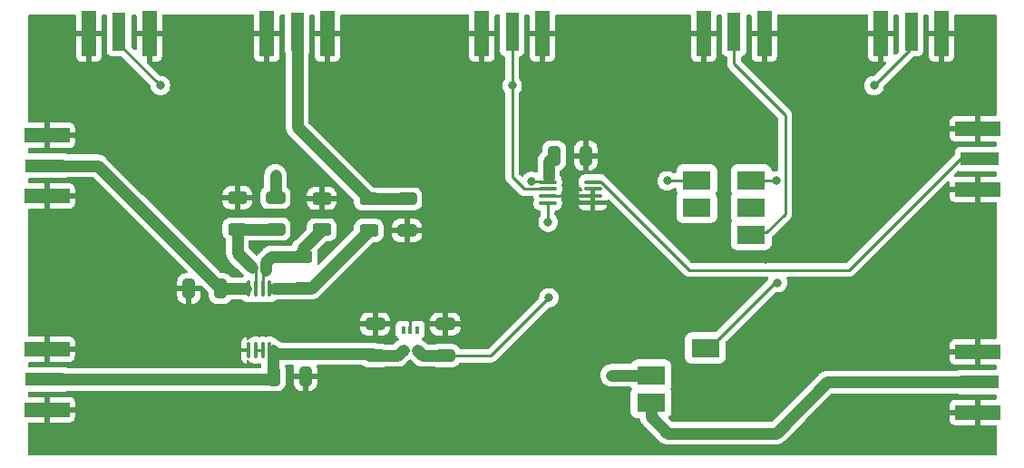
<source format=gbr>
%TF.GenerationSoftware,KiCad,Pcbnew,(6.0.1)*%
%TF.CreationDate,2023-04-04T11:04:11-04:00*%
%TF.ProjectId,NMR_control_board_V0.3.2,4e4d525f-636f-46e7-9472-6f6c5f626f61,rev?*%
%TF.SameCoordinates,Original*%
%TF.FileFunction,Copper,L1,Top*%
%TF.FilePolarity,Positive*%
%FSLAX46Y46*%
G04 Gerber Fmt 4.6, Leading zero omitted, Abs format (unit mm)*
G04 Created by KiCad (PCBNEW (6.0.1)) date 2023-04-04 11:04:11*
%MOMM*%
%LPD*%
G01*
G04 APERTURE LIST*
G04 Aperture macros list*
%AMRoundRect*
0 Rectangle with rounded corners*
0 $1 Rounding radius*
0 $2 $3 $4 $5 $6 $7 $8 $9 X,Y pos of 4 corners*
0 Add a 4 corners polygon primitive as box body*
4,1,4,$2,$3,$4,$5,$6,$7,$8,$9,$2,$3,0*
0 Add four circle primitives for the rounded corners*
1,1,$1+$1,$2,$3*
1,1,$1+$1,$4,$5*
1,1,$1+$1,$6,$7*
1,1,$1+$1,$8,$9*
0 Add four rect primitives between the rounded corners*
20,1,$1+$1,$2,$3,$4,$5,0*
20,1,$1+$1,$4,$5,$6,$7,0*
20,1,$1+$1,$6,$7,$8,$9,0*
20,1,$1+$1,$8,$9,$2,$3,0*%
G04 Aperture macros list end*
%TA.AperFunction,SMDPad,CuDef*%
%ADD10R,3.600000X1.270000*%
%TD*%
%TA.AperFunction,SMDPad,CuDef*%
%ADD11R,4.200000X1.350000*%
%TD*%
%TA.AperFunction,SMDPad,CuDef*%
%ADD12RoundRect,0.250000X0.650000X-0.325000X0.650000X0.325000X-0.650000X0.325000X-0.650000X-0.325000X0*%
%TD*%
%TA.AperFunction,SMDPad,CuDef*%
%ADD13RoundRect,0.250000X-0.625000X0.312500X-0.625000X-0.312500X0.625000X-0.312500X0.625000X0.312500X0*%
%TD*%
%TA.AperFunction,SMDPad,CuDef*%
%ADD14R,1.270000X3.600000*%
%TD*%
%TA.AperFunction,SMDPad,CuDef*%
%ADD15R,1.350000X4.200000*%
%TD*%
%TA.AperFunction,SMDPad,CuDef*%
%ADD16RoundRect,0.250000X-0.325000X-0.650000X0.325000X-0.650000X0.325000X0.650000X-0.325000X0.650000X0*%
%TD*%
%TA.AperFunction,SMDPad,CuDef*%
%ADD17RoundRect,0.250000X0.625000X-0.312500X0.625000X0.312500X-0.625000X0.312500X-0.625000X-0.312500X0*%
%TD*%
%TA.AperFunction,SMDPad,CuDef*%
%ADD18R,2.540000X1.651000*%
%TD*%
%TA.AperFunction,SMDPad,CuDef*%
%ADD19R,0.635000X1.651000*%
%TD*%
%TA.AperFunction,ComponentPad*%
%ADD20C,1.016000*%
%TD*%
%TA.AperFunction,SMDPad,CuDef*%
%ADD21R,1.270000X6.731000*%
%TD*%
%TA.AperFunction,SMDPad,CuDef*%
%ADD22RoundRect,0.250000X0.325000X0.650000X-0.325000X0.650000X-0.325000X-0.650000X0.325000X-0.650000X0*%
%TD*%
%TA.AperFunction,SMDPad,CuDef*%
%ADD23R,0.400000X0.650000*%
%TD*%
%TA.AperFunction,SMDPad,CuDef*%
%ADD24RoundRect,0.100000X-0.100000X0.637500X-0.100000X-0.637500X0.100000X-0.637500X0.100000X0.637500X0*%
%TD*%
%TA.AperFunction,SMDPad,CuDef*%
%ADD25R,5.334000X1.651000*%
%TD*%
%TA.AperFunction,SMDPad,CuDef*%
%ADD26R,5.334000X4.191000*%
%TD*%
%TA.AperFunction,SMDPad,CuDef*%
%ADD27RoundRect,0.100000X-0.712500X-0.100000X0.712500X-0.100000X0.712500X0.100000X-0.712500X0.100000X0*%
%TD*%
%TA.AperFunction,ViaPad*%
%ADD28C,0.800000*%
%TD*%
%TA.AperFunction,Conductor*%
%ADD29C,1.065870*%
%TD*%
%TA.AperFunction,Conductor*%
%ADD30C,0.250000*%
%TD*%
G04 APERTURE END LIST*
D10*
%TO.P,-5V1,1,In*%
%TO.N,Net-(-5V1-Pad1)*%
X96066000Y-70739000D03*
D11*
%TO.P,-5V1,2,Ext*%
%TO.N,GND*%
X96266000Y-73564000D03*
X96266000Y-67914000D03*
%TD*%
D12*
%TO.P,1nF,1*%
%TO.N,Net-(C1-Pad1)*%
X117602000Y-76646500D03*
%TO.P,1nF,2*%
%TO.N,Net-(C1-Pad2)*%
X117602000Y-73696500D03*
%TD*%
D13*
%TO.P,100k\u03A9,1*%
%TO.N,Net-(R1-Pad2)*%
X120142000Y-79248000D03*
%TO.P,100k\u03A9,2*%
%TO.N,Net-(R2-Pad2)*%
X120142000Y-82173000D03*
%TD*%
D14*
%TO.P,F_OUT1,1,In*%
%TO.N,Net-(C3-Pad2)*%
X119634000Y-58220000D03*
D15*
%TO.P,F_OUT1,2,Ext*%
%TO.N,GND*%
X122459000Y-58420000D03*
X116809000Y-58420000D03*
%TD*%
D12*
%TO.P,1nF,1*%
%TO.N,GND*%
X129879000Y-76786000D03*
%TO.P,1nF,2*%
%TO.N,Net-(C3-Pad2)*%
X129879000Y-73836000D03*
%TD*%
D13*
%TO.P,1k\u03A9,1*%
%TO.N,GND*%
X121920000Y-73787000D03*
%TO.P,1k\u03A9,2*%
%TO.N,Net-(R1-Pad2)*%
X121920000Y-76712000D03*
%TD*%
D16*
%TO.P,C6,1*%
%TO.N,GND*%
X109523000Y-82194400D03*
%TO.P,C6,2*%
%TO.N,Net-(-5V1-Pad1)*%
X112473000Y-82194400D03*
%TD*%
D10*
%TO.P,SW_OUT1,1,In*%
%TO.N,Net-(SW_OUT1-Pad1)*%
X183334000Y-70104000D03*
D11*
%TO.P,SW_OUT1,2,Ext*%
%TO.N,GND*%
X183134000Y-72929000D03*
X183134000Y-67279000D03*
%TD*%
D14*
%TO.P,PULSE_GEN_IN1,1,In*%
%TO.N,Net-(U4-Pad2)*%
X102997000Y-58220000D03*
D15*
%TO.P,PULSE_GEN_IN1,2,Ext*%
%TO.N,GND*%
X105822000Y-58420000D03*
X100172000Y-58420000D03*
%TD*%
D17*
%TO.P,20k\u03A9,1*%
%TO.N,Net-(C1-Pad1)*%
X114046000Y-76646500D03*
%TO.P,20k\u03A9,2*%
%TO.N,GND*%
X114046000Y-73721500D03*
%TD*%
D18*
%TO.P,Power Splitter,1,SUM*%
%TO.N,Net-(SPL_IN1-Pad1)*%
X162001200Y-77165200D03*
%TO.P,Power Splitter,2,NC*%
%TO.N,unconnected-(U3-Pad2)*%
X162001200Y-74625200D03*
%TO.P,Power Splitter,3,PORT1*%
%TO.N,Net-(U3-Pad3)*%
X162001200Y-72085200D03*
%TO.P,Power Splitter,4,PORT2*%
%TO.N,Net-(U3-Pad4)*%
X156921200Y-72085200D03*
%TO.P,Power Splitter,5,NC*%
%TO.N,unconnected-(U3-Pad5)*%
X156921200Y-74625200D03*
D19*
%TO.P,Power Splitter,6,GND*%
%TO.N,GND*%
X158508700Y-77165200D03*
D20*
X159461200Y-75895200D03*
X159461200Y-72085200D03*
D18*
X156921200Y-77165200D03*
D21*
X159461200Y-74625200D03*
D20*
X159461200Y-74625200D03*
X159461200Y-73355200D03*
X159461200Y-77165200D03*
%TD*%
D14*
%TO.P,TRIG_OUT1,1,In*%
%TO.N,Net-(U4-Pad2)*%
X139700000Y-58220000D03*
D15*
%TO.P,TRIG_OUT1,2,Ext*%
%TO.N,GND*%
X142525000Y-58420000D03*
X136875000Y-58420000D03*
%TD*%
D14*
%TO.P,SPL_IN1,1,In*%
%TO.N,Net-(SPL_IN1-Pad1)*%
X160401000Y-58220000D03*
D15*
%TO.P,SPL_IN1,2,Ext*%
%TO.N,GND*%
X157576000Y-58420000D03*
X163226000Y-58420000D03*
%TD*%
D22*
%TO.P,C7,1*%
%TO.N,GND*%
X120397800Y-90373200D03*
%TO.P,C7,2*%
%TO.N,Net-(5V1-Pad1)*%
X117447800Y-90373200D03*
%TD*%
D14*
%TO.P,SIN_SIGNAL_IN1,1,In*%
%TO.N,Net-(U4-Pad2)*%
X176940000Y-58220000D03*
D15*
%TO.P,SIN_SIGNAL_IN1,2,Ext*%
%TO.N,GND*%
X174115000Y-58420000D03*
X179765000Y-58420000D03*
%TD*%
D23*
%TO.P,1.8V Reg.,1,NC*%
%TO.N,unconnected-(U2-Pad1)*%
X130825000Y-86045000D03*
%TO.P,1.8V Reg.,2,GND*%
%TO.N,GND*%
X130175000Y-86045000D03*
%TO.P,1.8V Reg.,3,NC*%
%TO.N,unconnected-(U2-Pad3)*%
X129525000Y-86045000D03*
%TO.P,1.8V Reg.,4,IN*%
%TO.N,Net-(5V1-Pad1)*%
X129525000Y-87945000D03*
%TO.P,1.8V Reg.,5,OUT*%
%TO.N,Net-(C4-Pad1)*%
X130825000Y-87945000D03*
%TD*%
D12*
%TO.P,C4,1*%
%TO.N,Net-(C4-Pad1)*%
X133451600Y-88470000D03*
%TO.P,C4,2*%
%TO.N,GND*%
X133451600Y-85520000D03*
%TD*%
%TO.P,C2,1*%
%TO.N,Net-(5V1-Pad1)*%
X126898400Y-88470000D03*
%TO.P,C2,2*%
%TO.N,GND*%
X126898400Y-85520000D03*
%TD*%
D17*
%TO.P,12k\u03A9,1*%
%TO.N,Net-(R2-Pad2)*%
X126323000Y-76773500D03*
%TO.P,12k\u03A9,2*%
%TO.N,Net-(C3-Pad2)*%
X126323000Y-73848500D03*
%TD*%
D10*
%TO.P,5V1,1,In*%
%TO.N,Net-(5V1-Pad1)*%
X96066000Y-90678000D03*
D11*
%TO.P,5V1,2,Ext*%
%TO.N,GND*%
X96266000Y-87853000D03*
X96266000Y-93503000D03*
%TD*%
D24*
%TO.P,LNA,1,OUT1*%
%TO.N,Net-(R2-Pad2)*%
X117053000Y-82227500D03*
%TO.P,LNA,2,-IN1*%
%TO.N,Net-(R1-Pad2)*%
X116403000Y-82227500D03*
%TO.P,LNA,3,+IN1*%
%TO.N,Net-(C1-Pad1)*%
X115753000Y-82227500D03*
%TO.P,LNA,4,VEE*%
%TO.N,Net-(-5V1-Pad1)*%
X115103000Y-82227500D03*
%TO.P,LNA,5,+IN2*%
%TO.N,GND*%
X115103000Y-87952500D03*
%TO.P,LNA,6,-IN2*%
%TO.N,Net-(U1-Pad6)*%
X115753000Y-87952500D03*
%TO.P,LNA,7,OUT2*%
X116403000Y-87952500D03*
%TO.P,LNA,8,VCC*%
%TO.N,Net-(5V1-Pad1)*%
X117053000Y-87952500D03*
%TD*%
D25*
%TO.P,Mixer_U5,1,GND*%
%TO.N,GND*%
X153162000Y-87757000D03*
D20*
X155194000Y-89027000D03*
X155194000Y-90297000D03*
X155194000Y-91567000D03*
D21*
X155194000Y-90297000D03*
D20*
X155194000Y-87757000D03*
X155194000Y-92837000D03*
X151003000Y-87757000D03*
D18*
X152654000Y-87757000D03*
%TO.P,Mixer_U5,2,IF*%
%TO.N,Net-(C1-Pad2)*%
X152654000Y-90297000D03*
%TO.P,Mixer_U5,3,RF*%
%TO.N,Net-(MIX_RF1-Pad1)*%
X152654000Y-92837000D03*
%TO.P,Mixer_U5,4,GND*%
%TO.N,GND*%
X157734000Y-92837000D03*
D20*
X159385000Y-92837000D03*
D26*
X157226000Y-91567000D03*
D20*
%TO.P,Mixer_U5,5,GND*%
X159385000Y-90297000D03*
D18*
X157734000Y-90297000D03*
%TO.P,Mixer_U5,6,LO*%
%TO.N,Net-(U3-Pad3)*%
X157734000Y-87757000D03*
%TD*%
D22*
%TO.P,C5,1*%
%TO.N,GND*%
X146561600Y-69804400D03*
%TO.P,C5,2*%
%TO.N,Net-(C4-Pad1)*%
X143611600Y-69804400D03*
%TD*%
D27*
%TO.P,Switch,1,VDD*%
%TO.N,Net-(C4-Pad1)*%
X143023100Y-72258400D03*
%TO.P,Switch,2,CTRL*%
%TO.N,Net-(U4-Pad2)*%
X143023100Y-72908400D03*
%TO.P,Switch,3,GND*%
%TO.N,GND*%
X143023100Y-73558400D03*
%TO.P,Switch,4,RF1*%
%TO.N,Net-(U3-Pad4)*%
X143023100Y-74208400D03*
%TO.P,Switch,5,GND*%
%TO.N,GND*%
X147248100Y-74208400D03*
%TO.P,Switch,6,GND*%
X147248100Y-73558400D03*
%TO.P,Switch,7,GND*%
X147248100Y-72908400D03*
%TO.P,Switch,8,RF2*%
%TO.N,Net-(SW_OUT1-Pad1)*%
X147248100Y-72258400D03*
%TD*%
D10*
%TO.P,MIX_RF1,1,In*%
%TO.N,Net-(MIX_RF1-Pad1)*%
X183334000Y-90932000D03*
D11*
%TO.P,MIX_RF1,2,Ext*%
%TO.N,GND*%
X183134000Y-88107000D03*
X183134000Y-93757000D03*
%TD*%
D28*
%TO.N,Net-(C1-Pad2)*%
X117602000Y-71628000D03*
X148971000Y-90297000D03*
%TO.N,GND*%
X137668000Y-77216000D03*
X107188000Y-69342000D03*
X165303200Y-84582000D03*
X113030000Y-57404000D03*
X119888000Y-73152000D03*
X126746000Y-59283600D03*
X103479600Y-96367600D03*
X170942000Y-71628000D03*
X148844000Y-82804000D03*
X128219200Y-91846400D03*
X175768000Y-66548000D03*
X136144000Y-68834000D03*
X181356000Y-77724000D03*
X143510000Y-97028000D03*
X123698000Y-64363600D03*
X98298000Y-82804000D03*
X109880400Y-86664800D03*
X169519600Y-96316800D03*
X98044000Y-64770000D03*
X113233200Y-95148400D03*
X108305600Y-95148400D03*
X180340000Y-84836000D03*
X149301200Y-96367600D03*
X150622000Y-60960000D03*
X168402000Y-58674000D03*
X130759200Y-64109600D03*
X131216400Y-81330800D03*
X129032000Y-71374000D03*
X163322000Y-79502000D03*
X118668800Y-95148400D03*
X102362000Y-77978000D03*
X126695200Y-81330800D03*
X130149600Y-84175600D03*
X152400000Y-71882000D03*
X152857200Y-80264000D03*
X136296400Y-91694000D03*
X159512000Y-68326000D03*
X103530400Y-85039200D03*
X163626800Y-89509600D03*
X174752000Y-82550000D03*
X150368000Y-68580000D03*
X157175200Y-64211200D03*
X153924000Y-75184000D03*
X171704000Y-87376000D03*
X147320000Y-64312800D03*
X113944400Y-67716400D03*
%TO.N,Net-(C4-Pad1)*%
X141500846Y-72184596D03*
X143129000Y-83058000D03*
%TO.N,Net-(U3-Pad3)*%
X164465000Y-81661000D03*
X164338000Y-72136000D03*
%TO.N,Net-(U3-Pad4)*%
X143052800Y-75996800D03*
X154178000Y-72136000D03*
%TO.N,Net-(U4-Pad2)*%
X173482000Y-63246000D03*
X139700000Y-63246000D03*
X106858000Y-63246000D03*
%TD*%
D29*
%TO.N,Net-(C1-Pad1)*%
X114046000Y-76646500D02*
X114046000Y-78867000D01*
D30*
X115753000Y-82227500D02*
X115753000Y-80574000D01*
X115753000Y-80574000D02*
X115443000Y-80264000D01*
D29*
X117602000Y-76646500D02*
X114046000Y-76646500D01*
X114046000Y-78867000D02*
X115443000Y-80264000D01*
%TO.N,Net-(C1-Pad2)*%
X152654000Y-90297000D02*
X148971000Y-90297000D01*
X117602000Y-71628000D02*
X117602000Y-73696500D01*
%TO.N,Net-(5V1-Pad1)*%
X117143000Y-90678000D02*
X96664500Y-90678000D01*
X117335455Y-90260855D02*
X117335455Y-87952500D01*
X117447800Y-88288600D02*
X117398800Y-88239600D01*
X126898400Y-88470000D02*
X129000000Y-88470000D01*
X126717000Y-88288600D02*
X126898400Y-88470000D01*
X117447800Y-88288600D02*
X126717000Y-88288600D01*
X117447800Y-90373200D02*
X117143000Y-90678000D01*
X117447800Y-90373200D02*
X117335455Y-90260855D01*
X129000000Y-88470000D02*
X129525000Y-87945000D01*
D30*
%TO.N,GND*%
X143023100Y-73558400D02*
X147248100Y-73558400D01*
X130175000Y-84201000D02*
X130149600Y-84175600D01*
X130175000Y-86045000D02*
X130175000Y-84201000D01*
D29*
%TO.N,Net-(C3-Pad2)*%
X126323000Y-73848500D02*
X129866500Y-73848500D01*
X119634000Y-67159500D02*
X119634000Y-58220000D01*
X129866500Y-73848500D02*
X129879000Y-73836000D01*
X126323000Y-73848500D02*
X119634000Y-67159500D01*
D30*
%TO.N,Net-(C4-Pad1)*%
X143007500Y-72242800D02*
X143023100Y-72258400D01*
D29*
X143103600Y-70312400D02*
X143103600Y-71836400D01*
X131350000Y-88470000D02*
X130825000Y-87945000D01*
D30*
X137717000Y-88470000D02*
X133451600Y-88470000D01*
D29*
X133451600Y-88470000D02*
X131350000Y-88470000D01*
X143611600Y-69804400D02*
X143103600Y-70312400D01*
D30*
X137717000Y-88470000D02*
X143129000Y-83058000D01*
X141503400Y-72242800D02*
X143007500Y-72242800D01*
D29*
%TO.N,Net-(R1-Pad2)*%
X117200248Y-79248000D02*
X116708390Y-79739858D01*
X116708390Y-79739858D02*
X116708390Y-80518000D01*
X120142000Y-79248000D02*
X117200248Y-79248000D01*
D30*
X116403000Y-82227500D02*
X116403000Y-80823390D01*
X116403000Y-80823390D02*
X116708390Y-80518000D01*
D29*
X120142000Y-78490000D02*
X121920000Y-76712000D01*
X120142000Y-79248000D02*
X120142000Y-78490000D01*
%TO.N,Net-(R2-Pad2)*%
X120142000Y-82173000D02*
X120923500Y-82173000D01*
X120923500Y-82173000D02*
X126323000Y-76773500D01*
X120142000Y-82173000D02*
X117479000Y-82173000D01*
X117479000Y-82173000D02*
X117475000Y-82169000D01*
D30*
%TO.N,Net-(U3-Pad3)*%
X164211000Y-81661000D02*
X158115000Y-87757000D01*
X158115000Y-87757000D02*
X157734000Y-87757000D01*
X162052000Y-72136000D02*
X162001200Y-72085200D01*
X164338000Y-72136000D02*
X162052000Y-72136000D01*
X164465000Y-81661000D02*
X164211000Y-81661000D01*
%TO.N,Net-(U3-Pad4)*%
X143023100Y-75967100D02*
X143052800Y-75996800D01*
X154178000Y-72136000D02*
X154228800Y-72085200D01*
X143023100Y-74208400D02*
X143023100Y-75967100D01*
X154228800Y-72085200D02*
X156921200Y-72085200D01*
%TO.N,Net-(U1-Pad6)*%
X116403000Y-87952500D02*
X115753000Y-87952500D01*
D29*
%TO.N,Net-(-5V1-Pad1)*%
X112473000Y-82194400D02*
X101017600Y-70739000D01*
X101017600Y-70739000D02*
X96066000Y-70739000D01*
X112473000Y-82194400D02*
X114808000Y-82194400D01*
%TO.N,Net-(MIX_RF1-Pad1)*%
X164338000Y-95707200D02*
X169113200Y-90932000D01*
X169113200Y-90932000D02*
X182989500Y-90932000D01*
X154228800Y-95707200D02*
X152654000Y-94132400D01*
X164338000Y-95707200D02*
X154228800Y-95707200D01*
X152654000Y-94132400D02*
X152654000Y-92837000D01*
D30*
%TO.N,Net-(SPL_IN1-Pad1)*%
X160401000Y-61230095D02*
X165190000Y-66019095D01*
X163450396Y-76978804D02*
X162451200Y-76978804D01*
X162451200Y-76978804D02*
X162319398Y-76847002D01*
X165190000Y-66019095D02*
X165190000Y-75239200D01*
X165190000Y-75239200D02*
X163450396Y-76978804D01*
X160401000Y-58220000D02*
X160401000Y-61230095D01*
%TO.N,Net-(U4-Pad2)*%
X139700000Y-58220000D02*
X139700000Y-63246000D01*
X106858000Y-63246000D02*
X102997000Y-59385000D01*
X143021904Y-72909596D02*
X143023100Y-72908400D01*
X140815544Y-72909596D02*
X139700000Y-71794052D01*
X173482000Y-63246000D02*
X176784000Y-59944000D01*
X102997000Y-59385000D02*
X102997000Y-58220000D01*
X139700000Y-63246000D02*
X139700000Y-71794052D01*
X140815544Y-72909596D02*
X143021904Y-72909596D01*
%TO.N,Net-(SW_OUT1-Pad1)*%
X156220441Y-80467200D02*
X171145200Y-80467200D01*
X147248100Y-72258400D02*
X148011641Y-72258400D01*
X148011641Y-72258400D02*
X156220441Y-80467200D01*
X171145200Y-80467200D02*
X181508400Y-70104000D01*
X181508400Y-70104000D02*
X183334000Y-70104000D01*
%TD*%
%TA.AperFunction,Conductor*%
%TO.N,GND*%
G36*
X98931121Y-56662002D02*
G01*
X98977614Y-56715658D01*
X98989000Y-56768000D01*
X98989000Y-58147885D01*
X98993475Y-58163124D01*
X98994865Y-58164329D01*
X99002548Y-58166000D01*
X101336884Y-58166000D01*
X101352123Y-58161525D01*
X101353328Y-58160135D01*
X101354999Y-58152452D01*
X101354999Y-56768000D01*
X101375001Y-56699879D01*
X101428657Y-56653386D01*
X101480999Y-56642000D01*
X101727500Y-56642000D01*
X101795621Y-56662002D01*
X101842114Y-56715658D01*
X101853500Y-56768000D01*
X101853500Y-60068134D01*
X101860255Y-60130316D01*
X101911385Y-60266705D01*
X101998739Y-60383261D01*
X102115295Y-60470615D01*
X102251684Y-60521745D01*
X102313866Y-60528500D01*
X103192406Y-60528500D01*
X103260527Y-60548502D01*
X103281501Y-60565405D01*
X105910878Y-63194782D01*
X105944904Y-63257094D01*
X105947092Y-63270703D01*
X105964458Y-63435928D01*
X106023473Y-63617556D01*
X106118960Y-63782944D01*
X106246747Y-63924866D01*
X106401248Y-64037118D01*
X106407276Y-64039802D01*
X106407278Y-64039803D01*
X106569681Y-64112109D01*
X106575712Y-64114794D01*
X106669113Y-64134647D01*
X106756056Y-64153128D01*
X106756061Y-64153128D01*
X106762513Y-64154500D01*
X106953487Y-64154500D01*
X106959939Y-64153128D01*
X106959944Y-64153128D01*
X107046887Y-64134647D01*
X107140288Y-64114794D01*
X107146319Y-64112109D01*
X107308722Y-64039803D01*
X107308724Y-64039802D01*
X107314752Y-64037118D01*
X107469253Y-63924866D01*
X107597040Y-63782944D01*
X107692527Y-63617556D01*
X107751542Y-63435928D01*
X107771504Y-63246000D01*
X107751542Y-63056072D01*
X107692527Y-62874444D01*
X107597040Y-62709056D01*
X107469253Y-62567134D01*
X107314752Y-62454882D01*
X107308724Y-62452198D01*
X107308722Y-62452197D01*
X107146319Y-62379891D01*
X107146318Y-62379891D01*
X107140288Y-62377206D01*
X107046888Y-62357353D01*
X106959944Y-62338872D01*
X106959939Y-62338872D01*
X106953487Y-62337500D01*
X106897594Y-62337500D01*
X106829473Y-62317498D01*
X106808499Y-62300595D01*
X105604905Y-61097001D01*
X105570879Y-61034689D01*
X105568213Y-61009884D01*
X106076000Y-61009884D01*
X106080475Y-61025123D01*
X106081865Y-61026328D01*
X106089548Y-61027999D01*
X106541669Y-61027999D01*
X106548490Y-61027629D01*
X106599352Y-61022105D01*
X106614604Y-61018479D01*
X106735054Y-60973324D01*
X106750649Y-60964786D01*
X106852724Y-60888285D01*
X106865285Y-60875724D01*
X106941786Y-60773649D01*
X106950324Y-60758054D01*
X106995478Y-60637606D01*
X106999105Y-60622351D01*
X107004631Y-60571486D01*
X107005000Y-60564672D01*
X107005000Y-60564669D01*
X115626001Y-60564669D01*
X115626371Y-60571490D01*
X115631895Y-60622352D01*
X115635521Y-60637604D01*
X115680676Y-60758054D01*
X115689214Y-60773649D01*
X115765715Y-60875724D01*
X115778276Y-60888285D01*
X115880351Y-60964786D01*
X115895946Y-60973324D01*
X116016394Y-61018478D01*
X116031649Y-61022105D01*
X116082514Y-61027631D01*
X116089328Y-61028000D01*
X116536885Y-61028000D01*
X116552124Y-61023525D01*
X116553329Y-61022135D01*
X116555000Y-61014452D01*
X116555000Y-61009884D01*
X117063000Y-61009884D01*
X117067475Y-61025123D01*
X117068865Y-61026328D01*
X117076548Y-61027999D01*
X117528669Y-61027999D01*
X117535490Y-61027629D01*
X117586352Y-61022105D01*
X117601604Y-61018479D01*
X117722054Y-60973324D01*
X117737649Y-60964786D01*
X117839724Y-60888285D01*
X117852285Y-60875724D01*
X117928786Y-60773649D01*
X117937324Y-60758054D01*
X117982478Y-60637606D01*
X117986105Y-60622351D01*
X117991631Y-60571486D01*
X117992000Y-60564672D01*
X117992000Y-58692115D01*
X117987525Y-58676876D01*
X117986135Y-58675671D01*
X117978452Y-58674000D01*
X117081115Y-58674000D01*
X117065876Y-58678475D01*
X117064671Y-58679865D01*
X117063000Y-58687548D01*
X117063000Y-61009884D01*
X116555000Y-61009884D01*
X116555000Y-58692115D01*
X116550525Y-58676876D01*
X116549135Y-58675671D01*
X116541452Y-58674000D01*
X115644116Y-58674000D01*
X115628877Y-58678475D01*
X115627672Y-58679865D01*
X115626001Y-58687548D01*
X115626001Y-60564669D01*
X107005000Y-60564669D01*
X107005000Y-58692115D01*
X107000525Y-58676876D01*
X106999135Y-58675671D01*
X106991452Y-58674000D01*
X106094115Y-58674000D01*
X106078876Y-58678475D01*
X106077671Y-58679865D01*
X106076000Y-58687548D01*
X106076000Y-61009884D01*
X105568213Y-61009884D01*
X105568000Y-61007906D01*
X105568000Y-58692115D01*
X105563525Y-58676876D01*
X105562135Y-58675671D01*
X105554452Y-58674000D01*
X104657116Y-58674000D01*
X104641877Y-58678475D01*
X104640672Y-58679865D01*
X104639001Y-58687548D01*
X104639001Y-59826906D01*
X104618999Y-59895027D01*
X104565343Y-59941520D01*
X104495069Y-59951624D01*
X104430489Y-59922130D01*
X104423906Y-59916001D01*
X104177405Y-59669500D01*
X104143379Y-59607188D01*
X104140500Y-59580405D01*
X104140500Y-56768000D01*
X104160502Y-56699879D01*
X104214158Y-56653386D01*
X104266500Y-56642000D01*
X104513000Y-56642000D01*
X104581121Y-56662002D01*
X104627614Y-56715658D01*
X104639000Y-56768000D01*
X104639000Y-58147885D01*
X104643475Y-58163124D01*
X104644865Y-58164329D01*
X104652548Y-58166000D01*
X106986884Y-58166000D01*
X107002123Y-58161525D01*
X107003328Y-58160135D01*
X107004999Y-58152452D01*
X107004999Y-56768000D01*
X107025001Y-56699879D01*
X107078657Y-56653386D01*
X107130999Y-56642000D01*
X115500000Y-56642000D01*
X115568121Y-56662002D01*
X115614614Y-56715658D01*
X115626000Y-56768000D01*
X115626000Y-58147885D01*
X115630475Y-58163124D01*
X115631865Y-58164329D01*
X115639548Y-58166000D01*
X117973884Y-58166000D01*
X117989123Y-58161525D01*
X117990328Y-58160135D01*
X117991999Y-58152452D01*
X117991999Y-56768000D01*
X118012001Y-56699879D01*
X118065657Y-56653386D01*
X118117999Y-56642000D01*
X118364500Y-56642000D01*
X118432621Y-56662002D01*
X118479114Y-56715658D01*
X118490500Y-56768000D01*
X118490500Y-60068134D01*
X118497255Y-60130316D01*
X118548385Y-60266705D01*
X118553768Y-60273888D01*
X118553770Y-60273891D01*
X118567392Y-60292066D01*
X118592239Y-60358572D01*
X118592565Y-60367630D01*
X118592565Y-67095865D01*
X118591828Y-67109472D01*
X118587584Y-67148541D01*
X118588121Y-67154676D01*
X118592096Y-67200116D01*
X118592425Y-67204945D01*
X118592565Y-67207806D01*
X118592565Y-67210891D01*
X118592866Y-67213956D01*
X118596896Y-67255063D01*
X118597016Y-67256359D01*
X118605384Y-67352001D01*
X118606919Y-67357285D01*
X118607456Y-67362761D01*
X118635228Y-67454747D01*
X118635550Y-67455834D01*
X118662364Y-67548127D01*
X118664897Y-67553014D01*
X118666487Y-67558280D01*
X118669376Y-67563714D01*
X118669380Y-67563723D01*
X118711526Y-67642989D01*
X118712138Y-67644155D01*
X118753515Y-67723978D01*
X118753520Y-67723986D01*
X118756353Y-67729451D01*
X118759788Y-67733754D01*
X118762370Y-67738610D01*
X118766262Y-67743382D01*
X118766264Y-67743385D01*
X118823040Y-67812999D01*
X118823868Y-67814026D01*
X118856140Y-67854452D01*
X118858634Y-67856946D01*
X118859554Y-67857975D01*
X118863269Y-67862324D01*
X118887558Y-67892106D01*
X118887561Y-67892109D01*
X118891453Y-67896881D01*
X118896201Y-67900809D01*
X118896202Y-67900810D01*
X118928078Y-67927180D01*
X118936857Y-67935169D01*
X121935297Y-70933608D01*
X124902595Y-73900906D01*
X124936621Y-73963218D01*
X124939500Y-73990001D01*
X124939500Y-74211400D01*
X124939837Y-74214646D01*
X124939837Y-74214650D01*
X124947706Y-74290486D01*
X124950474Y-74317166D01*
X124952655Y-74323702D01*
X124952655Y-74323704D01*
X124962220Y-74352373D01*
X125006450Y-74484946D01*
X125099522Y-74635348D01*
X125104704Y-74640521D01*
X125156597Y-74692324D01*
X125224697Y-74760305D01*
X125230927Y-74764145D01*
X125230928Y-74764146D01*
X125368090Y-74848694D01*
X125375262Y-74853115D01*
X125435214Y-74873000D01*
X125536611Y-74906632D01*
X125536613Y-74906632D01*
X125543139Y-74908797D01*
X125549975Y-74909497D01*
X125549978Y-74909498D01*
X125593031Y-74913909D01*
X125647600Y-74919500D01*
X126998400Y-74919500D01*
X127001646Y-74919163D01*
X127001650Y-74919163D01*
X127097308Y-74909238D01*
X127097312Y-74909237D01*
X127104166Y-74908526D01*
X127110702Y-74906345D01*
X127110704Y-74906345D01*
X127140479Y-74896411D01*
X127180355Y-74889935D01*
X128996921Y-74889935D01*
X129036588Y-74896342D01*
X129067611Y-74906632D01*
X129067613Y-74906632D01*
X129074139Y-74908797D01*
X129080975Y-74909497D01*
X129080978Y-74909498D01*
X129124031Y-74913909D01*
X129178600Y-74919500D01*
X130579400Y-74919500D01*
X130582646Y-74919163D01*
X130582650Y-74919163D01*
X130678308Y-74909238D01*
X130678312Y-74909237D01*
X130685166Y-74908526D01*
X130691702Y-74906345D01*
X130691704Y-74906345D01*
X130843121Y-74855828D01*
X130852946Y-74852550D01*
X131003348Y-74759478D01*
X131128305Y-74634303D01*
X131134258Y-74624646D01*
X131217275Y-74489968D01*
X131217276Y-74489966D01*
X131221115Y-74483738D01*
X131265214Y-74350784D01*
X131274632Y-74322389D01*
X131274632Y-74322387D01*
X131276797Y-74315861D01*
X131287500Y-74211400D01*
X131287500Y-73460600D01*
X131287163Y-73457350D01*
X131277238Y-73361692D01*
X131277237Y-73361688D01*
X131276526Y-73354834D01*
X131265272Y-73321100D01*
X131222868Y-73194002D01*
X131220550Y-73187054D01*
X131127478Y-73036652D01*
X131002303Y-72911695D01*
X130988814Y-72903380D01*
X130857968Y-72822725D01*
X130857966Y-72822724D01*
X130851738Y-72818885D01*
X130756394Y-72787261D01*
X130690389Y-72765368D01*
X130690387Y-72765368D01*
X130683861Y-72763203D01*
X130677025Y-72762503D01*
X130677022Y-72762502D01*
X130628180Y-72757498D01*
X130579400Y-72752500D01*
X129178600Y-72752500D01*
X129175354Y-72752837D01*
X129175350Y-72752837D01*
X129079692Y-72762762D01*
X129079688Y-72762763D01*
X129072834Y-72763474D01*
X129066298Y-72765655D01*
X129066296Y-72765655D01*
X128961587Y-72800589D01*
X128921711Y-72807065D01*
X127180079Y-72807065D01*
X127140412Y-72800658D01*
X127109389Y-72790368D01*
X127109387Y-72790368D01*
X127102861Y-72788203D01*
X127096025Y-72787503D01*
X127096022Y-72787502D01*
X127052969Y-72783091D01*
X126998400Y-72777500D01*
X126777001Y-72777500D01*
X126708880Y-72757498D01*
X126687906Y-72740595D01*
X120712340Y-66765028D01*
X120678314Y-66702716D01*
X120675435Y-66675933D01*
X120675435Y-60564669D01*
X121276001Y-60564669D01*
X121276371Y-60571490D01*
X121281895Y-60622352D01*
X121285521Y-60637604D01*
X121330676Y-60758054D01*
X121339214Y-60773649D01*
X121415715Y-60875724D01*
X121428276Y-60888285D01*
X121530351Y-60964786D01*
X121545946Y-60973324D01*
X121666394Y-61018478D01*
X121681649Y-61022105D01*
X121732514Y-61027631D01*
X121739328Y-61028000D01*
X122186885Y-61028000D01*
X122202124Y-61023525D01*
X122203329Y-61022135D01*
X122205000Y-61014452D01*
X122205000Y-61009884D01*
X122713000Y-61009884D01*
X122717475Y-61025123D01*
X122718865Y-61026328D01*
X122726548Y-61027999D01*
X123178669Y-61027999D01*
X123185490Y-61027629D01*
X123236352Y-61022105D01*
X123251604Y-61018479D01*
X123372054Y-60973324D01*
X123387649Y-60964786D01*
X123489724Y-60888285D01*
X123502285Y-60875724D01*
X123578786Y-60773649D01*
X123587324Y-60758054D01*
X123632478Y-60637606D01*
X123636105Y-60622351D01*
X123641631Y-60571486D01*
X123642000Y-60564672D01*
X123642000Y-60564669D01*
X135692001Y-60564669D01*
X135692371Y-60571490D01*
X135697895Y-60622352D01*
X135701521Y-60637604D01*
X135746676Y-60758054D01*
X135755214Y-60773649D01*
X135831715Y-60875724D01*
X135844276Y-60888285D01*
X135946351Y-60964786D01*
X135961946Y-60973324D01*
X136082394Y-61018478D01*
X136097649Y-61022105D01*
X136148514Y-61027631D01*
X136155328Y-61028000D01*
X136602885Y-61028000D01*
X136618124Y-61023525D01*
X136619329Y-61022135D01*
X136621000Y-61014452D01*
X136621000Y-61009884D01*
X137129000Y-61009884D01*
X137133475Y-61025123D01*
X137134865Y-61026328D01*
X137142548Y-61027999D01*
X137594669Y-61027999D01*
X137601490Y-61027629D01*
X137652352Y-61022105D01*
X137667604Y-61018479D01*
X137788054Y-60973324D01*
X137803649Y-60964786D01*
X137905724Y-60888285D01*
X137918285Y-60875724D01*
X137994786Y-60773649D01*
X138003324Y-60758054D01*
X138048478Y-60637606D01*
X138052105Y-60622351D01*
X138057631Y-60571486D01*
X138058000Y-60564672D01*
X138058000Y-58692115D01*
X138053525Y-58676876D01*
X138052135Y-58675671D01*
X138044452Y-58674000D01*
X137147115Y-58674000D01*
X137131876Y-58678475D01*
X137130671Y-58679865D01*
X137129000Y-58687548D01*
X137129000Y-61009884D01*
X136621000Y-61009884D01*
X136621000Y-58692115D01*
X136616525Y-58676876D01*
X136615135Y-58675671D01*
X136607452Y-58674000D01*
X135710116Y-58674000D01*
X135694877Y-58678475D01*
X135693672Y-58679865D01*
X135692001Y-58687548D01*
X135692001Y-60564669D01*
X123642000Y-60564669D01*
X123642000Y-58692115D01*
X123637525Y-58676876D01*
X123636135Y-58675671D01*
X123628452Y-58674000D01*
X122731115Y-58674000D01*
X122715876Y-58678475D01*
X122714671Y-58679865D01*
X122713000Y-58687548D01*
X122713000Y-61009884D01*
X122205000Y-61009884D01*
X122205000Y-58692115D01*
X122200525Y-58676876D01*
X122199135Y-58675671D01*
X122191452Y-58674000D01*
X121294116Y-58674000D01*
X121278877Y-58678475D01*
X121277672Y-58679865D01*
X121276001Y-58687548D01*
X121276001Y-60564669D01*
X120675435Y-60564669D01*
X120675435Y-60367630D01*
X120695437Y-60299509D01*
X120700608Y-60292066D01*
X120714230Y-60273891D01*
X120714232Y-60273888D01*
X120719615Y-60266705D01*
X120770745Y-60130316D01*
X120777500Y-60068134D01*
X120777500Y-56768000D01*
X120797502Y-56699879D01*
X120851158Y-56653386D01*
X120903500Y-56642000D01*
X121150000Y-56642000D01*
X121218121Y-56662002D01*
X121264614Y-56715658D01*
X121276000Y-56768000D01*
X121276000Y-58147885D01*
X121280475Y-58163124D01*
X121281865Y-58164329D01*
X121289548Y-58166000D01*
X123623884Y-58166000D01*
X123639123Y-58161525D01*
X123640328Y-58160135D01*
X123641999Y-58152452D01*
X123641999Y-56768000D01*
X123662001Y-56699879D01*
X123715657Y-56653386D01*
X123767999Y-56642000D01*
X135566000Y-56642000D01*
X135634121Y-56662002D01*
X135680614Y-56715658D01*
X135692000Y-56768000D01*
X135692000Y-58147885D01*
X135696475Y-58163124D01*
X135697865Y-58164329D01*
X135705548Y-58166000D01*
X138039884Y-58166000D01*
X138055123Y-58161525D01*
X138056328Y-58160135D01*
X138057999Y-58152452D01*
X138057999Y-56768000D01*
X138078001Y-56699879D01*
X138131657Y-56653386D01*
X138183999Y-56642000D01*
X138430500Y-56642000D01*
X138498621Y-56662002D01*
X138545114Y-56715658D01*
X138556500Y-56768000D01*
X138556500Y-60068134D01*
X138563255Y-60130316D01*
X138614385Y-60266705D01*
X138701739Y-60383261D01*
X138818295Y-60470615D01*
X138954684Y-60521745D01*
X138962541Y-60522598D01*
X138969646Y-60524288D01*
X139031293Y-60559506D01*
X139064113Y-60622461D01*
X139066500Y-60646871D01*
X139066500Y-62543476D01*
X139046498Y-62611597D01*
X139034142Y-62627779D01*
X138960960Y-62709056D01*
X138865473Y-62874444D01*
X138806458Y-63056072D01*
X138786496Y-63246000D01*
X138806458Y-63435928D01*
X138865473Y-63617556D01*
X138960960Y-63782944D01*
X139034137Y-63864215D01*
X139064853Y-63928221D01*
X139066500Y-63948524D01*
X139066500Y-71715285D01*
X139065973Y-71726468D01*
X139064298Y-71733961D01*
X139064547Y-71741887D01*
X139064547Y-71741888D01*
X139066438Y-71802038D01*
X139066500Y-71805997D01*
X139066500Y-71833908D01*
X139066997Y-71837842D01*
X139066997Y-71837843D01*
X139067005Y-71837908D01*
X139067938Y-71849745D01*
X139069327Y-71893941D01*
X139074978Y-71913391D01*
X139078987Y-71932752D01*
X139081526Y-71952849D01*
X139084445Y-71960220D01*
X139084445Y-71960222D01*
X139097804Y-71993964D01*
X139101649Y-72005194D01*
X139111771Y-72040035D01*
X139113982Y-72047645D01*
X139118015Y-72054464D01*
X139118017Y-72054469D01*
X139124293Y-72065080D01*
X139132988Y-72082828D01*
X139140448Y-72101669D01*
X139145110Y-72108085D01*
X139145110Y-72108086D01*
X139166436Y-72137439D01*
X139172952Y-72147359D01*
X139195458Y-72185414D01*
X139209779Y-72199735D01*
X139222619Y-72214768D01*
X139234528Y-72231159D01*
X139240634Y-72236210D01*
X139268605Y-72259350D01*
X139277384Y-72267340D01*
X140311887Y-73301843D01*
X140319431Y-73310133D01*
X140323544Y-73316614D01*
X140329321Y-73322039D01*
X140373211Y-73363254D01*
X140376053Y-73366009D01*
X140395774Y-73385730D01*
X140398969Y-73388208D01*
X140407991Y-73395914D01*
X140440223Y-73426182D01*
X140447172Y-73430002D01*
X140457976Y-73435942D01*
X140474500Y-73446795D01*
X140490503Y-73459209D01*
X140531087Y-73476772D01*
X140541717Y-73481979D01*
X140580484Y-73503291D01*
X140588161Y-73505262D01*
X140588166Y-73505264D01*
X140600102Y-73508328D01*
X140618810Y-73514733D01*
X140637399Y-73522777D01*
X140645224Y-73524016D01*
X140645226Y-73524017D01*
X140681063Y-73529693D01*
X140692684Y-73532100D01*
X140727833Y-73541124D01*
X140735514Y-73543096D01*
X140755775Y-73543096D01*
X140775484Y-73544647D01*
X140795487Y-73547815D01*
X140803379Y-73547069D01*
X140808606Y-73546575D01*
X140839498Y-73543655D01*
X140851355Y-73543096D01*
X141576601Y-73543096D01*
X141644722Y-73563098D01*
X141691215Y-73616754D01*
X141702601Y-73669096D01*
X141702601Y-73694124D01*
X141703139Y-73702335D01*
X141717172Y-73808933D01*
X141721410Y-73824748D01*
X141725460Y-73834526D01*
X141733050Y-73905115D01*
X141725461Y-73930964D01*
X141717762Y-73949550D01*
X141716684Y-73957737D01*
X141716684Y-73957738D01*
X141703338Y-74059115D01*
X141702100Y-74068515D01*
X141702101Y-74348284D01*
X141702639Y-74352369D01*
X141702639Y-74352373D01*
X141712629Y-74428257D01*
X141717762Y-74467250D01*
X141732076Y-74501807D01*
X141775811Y-74607393D01*
X141779076Y-74615276D01*
X141784102Y-74621826D01*
X141871585Y-74735834D01*
X141876613Y-74742387D01*
X141883163Y-74747413D01*
X141883166Y-74747416D01*
X141925192Y-74779663D01*
X142003725Y-74839924D01*
X142151750Y-74901238D01*
X142159938Y-74902316D01*
X142266625Y-74916362D01*
X142266632Y-74916362D01*
X142270715Y-74916900D01*
X142272381Y-74916900D01*
X142338512Y-74941122D01*
X142381394Y-74997705D01*
X142389600Y-75042434D01*
X142389600Y-75327261D01*
X142369598Y-75395382D01*
X142357236Y-75411571D01*
X142313760Y-75459856D01*
X142305444Y-75474260D01*
X142228477Y-75607571D01*
X142218273Y-75625244D01*
X142159258Y-75806872D01*
X142158568Y-75813433D01*
X142158568Y-75813435D01*
X142153601Y-75860697D01*
X142139296Y-75996800D01*
X142139986Y-76003365D01*
X142148304Y-76082502D01*
X142159258Y-76186728D01*
X142218273Y-76368356D01*
X142313760Y-76533744D01*
X142441547Y-76675666D01*
X142596048Y-76787918D01*
X142602076Y-76790602D01*
X142602078Y-76790603D01*
X142764481Y-76862909D01*
X142770512Y-76865594D01*
X142863913Y-76885447D01*
X142950856Y-76903928D01*
X142950861Y-76903928D01*
X142957313Y-76905300D01*
X143148287Y-76905300D01*
X143154739Y-76903928D01*
X143154744Y-76903928D01*
X143241687Y-76885447D01*
X143335088Y-76865594D01*
X143341119Y-76862909D01*
X143503522Y-76790603D01*
X143503524Y-76790602D01*
X143509552Y-76787918D01*
X143664053Y-76675666D01*
X143791840Y-76533744D01*
X143887327Y-76368356D01*
X143946342Y-76186728D01*
X143957297Y-76082502D01*
X143965614Y-76003365D01*
X143966304Y-75996800D01*
X143951999Y-75860697D01*
X143947032Y-75813435D01*
X143947032Y-75813433D01*
X143946342Y-75806872D01*
X143887327Y-75625244D01*
X143877124Y-75607571D01*
X143800156Y-75474260D01*
X143791840Y-75459856D01*
X143770301Y-75435934D01*
X143688964Y-75345600D01*
X143658246Y-75281593D01*
X143656600Y-75261290D01*
X143656600Y-75042433D01*
X143676602Y-74974312D01*
X143730258Y-74927819D01*
X143773575Y-74916899D01*
X143775484Y-74916899D01*
X143840225Y-74908376D01*
X143886263Y-74902316D01*
X143886265Y-74902316D01*
X143894450Y-74901238D01*
X144000046Y-74857499D01*
X144034848Y-74843084D01*
X144034850Y-74843083D01*
X144042476Y-74839924D01*
X144103024Y-74793463D01*
X144163036Y-74747414D01*
X144163037Y-74747413D01*
X144169587Y-74742387D01*
X144174614Y-74735836D01*
X144174616Y-74735834D01*
X144248548Y-74639483D01*
X144267124Y-74615275D01*
X144328438Y-74467250D01*
X144333871Y-74425983D01*
X145937835Y-74425983D01*
X145942172Y-74458933D01*
X145946410Y-74474748D01*
X146001353Y-74607393D01*
X146009541Y-74621576D01*
X146096944Y-74735480D01*
X146108520Y-74747056D01*
X146222424Y-74834459D01*
X146236607Y-74842647D01*
X146369250Y-74897590D01*
X146385068Y-74901828D01*
X146491666Y-74915862D01*
X146499875Y-74916400D01*
X147029985Y-74916400D01*
X147045224Y-74911925D01*
X147046429Y-74910535D01*
X147048100Y-74902852D01*
X147048100Y-74898284D01*
X147448100Y-74898284D01*
X147452575Y-74913523D01*
X147453965Y-74914728D01*
X147461648Y-74916399D01*
X147996323Y-74916399D01*
X148004535Y-74915861D01*
X148111133Y-74901828D01*
X148126948Y-74897590D01*
X148259593Y-74842647D01*
X148273776Y-74834459D01*
X148387680Y-74747056D01*
X148399256Y-74735480D01*
X148486659Y-74621576D01*
X148494847Y-74607393D01*
X148549789Y-74474751D01*
X148554028Y-74458931D01*
X148558316Y-74426360D01*
X148556105Y-74412178D01*
X148542948Y-74408400D01*
X147466215Y-74408400D01*
X147450976Y-74412875D01*
X147449771Y-74414265D01*
X147448100Y-74421948D01*
X147448100Y-74898284D01*
X147048100Y-74898284D01*
X147048100Y-74426515D01*
X147043625Y-74411276D01*
X147042235Y-74410071D01*
X147034552Y-74408400D01*
X145953635Y-74408400D01*
X145939864Y-74412444D01*
X145937835Y-74425983D01*
X144333871Y-74425983D01*
X144344100Y-74348285D01*
X144344099Y-74068516D01*
X144342862Y-74059115D01*
X144329516Y-73957737D01*
X144329516Y-73957735D01*
X144328438Y-73949550D01*
X144320740Y-73930965D01*
X144313150Y-73860377D01*
X144320740Y-73834526D01*
X144324789Y-73824751D01*
X144329028Y-73808931D01*
X144333316Y-73776360D01*
X144333257Y-73775983D01*
X145937835Y-73775983D01*
X145942172Y-73808933D01*
X145946409Y-73824745D01*
X145950731Y-73835179D01*
X145958322Y-73905769D01*
X145950731Y-73931621D01*
X145946410Y-73942052D01*
X145942172Y-73957869D01*
X145937884Y-73990440D01*
X145940095Y-74004622D01*
X145953252Y-74008400D01*
X147029985Y-74008400D01*
X147045224Y-74003925D01*
X147046429Y-74002535D01*
X147048100Y-73994852D01*
X147048100Y-73776515D01*
X147043625Y-73761276D01*
X147042235Y-73760071D01*
X147034552Y-73758400D01*
X145953635Y-73758400D01*
X145939864Y-73762444D01*
X145937835Y-73775983D01*
X144333257Y-73775983D01*
X144331105Y-73762178D01*
X144317948Y-73758400D01*
X144296169Y-73758400D01*
X144228048Y-73738398D01*
X144196207Y-73709105D01*
X144169587Y-73674413D01*
X144148668Y-73658361D01*
X144106802Y-73601022D01*
X144102582Y-73530151D01*
X144137347Y-73468248D01*
X144148670Y-73458438D01*
X144163033Y-73447417D01*
X144163037Y-73447413D01*
X144169587Y-73442387D01*
X144196208Y-73407695D01*
X144253546Y-73365828D01*
X144296169Y-73358400D01*
X144317565Y-73358400D01*
X144331336Y-73354356D01*
X144333365Y-73340817D01*
X144329028Y-73307867D01*
X144324790Y-73292052D01*
X144320740Y-73282274D01*
X144313150Y-73211685D01*
X144320740Y-73185834D01*
X144321012Y-73185179D01*
X144328438Y-73167250D01*
X144338157Y-73093424D01*
X144343562Y-73052372D01*
X144343562Y-73052371D01*
X144344100Y-73048285D01*
X144344099Y-72768516D01*
X144343436Y-72763474D01*
X144329516Y-72657737D01*
X144329516Y-72657735D01*
X144328438Y-72649550D01*
X144321011Y-72631619D01*
X144313421Y-72561030D01*
X144321011Y-72535180D01*
X144325278Y-72524880D01*
X144325279Y-72524877D01*
X144328438Y-72517250D01*
X144344100Y-72398285D01*
X144344099Y-72118516D01*
X144339403Y-72082839D01*
X144329516Y-72007737D01*
X144329516Y-72007735D01*
X144328438Y-71999550D01*
X144284671Y-71893886D01*
X144270284Y-71859152D01*
X144270283Y-71859150D01*
X144267124Y-71851524D01*
X144171073Y-71726349D01*
X144145472Y-71660130D01*
X144145035Y-71649645D01*
X144145035Y-71275278D01*
X144165037Y-71207157D01*
X144218693Y-71160664D01*
X144231157Y-71155755D01*
X144238459Y-71153319D01*
X144260546Y-71145950D01*
X144267513Y-71141639D01*
X144404720Y-71056732D01*
X144410948Y-71052878D01*
X144535905Y-70927703D01*
X144565111Y-70880323D01*
X144624875Y-70783368D01*
X144624876Y-70783366D01*
X144628715Y-70777138D01*
X144666475Y-70663294D01*
X144682232Y-70615789D01*
X144682232Y-70615787D01*
X144684397Y-70609261D01*
X144685162Y-70601801D01*
X144689509Y-70559369D01*
X144695100Y-70504800D01*
X144695100Y-70501495D01*
X145478601Y-70501495D01*
X145478938Y-70508014D01*
X145488857Y-70603606D01*
X145491749Y-70617000D01*
X145543188Y-70771184D01*
X145549361Y-70784362D01*
X145634663Y-70922207D01*
X145643699Y-70933608D01*
X145758429Y-71048139D01*
X145769840Y-71057151D01*
X145907843Y-71142216D01*
X145921024Y-71148363D01*
X146075310Y-71199538D01*
X146088686Y-71202405D01*
X146183038Y-71212072D01*
X146189454Y-71212400D01*
X146289485Y-71212400D01*
X146304724Y-71207925D01*
X146305929Y-71206535D01*
X146307600Y-71198852D01*
X146307600Y-71194284D01*
X146815600Y-71194284D01*
X146820075Y-71209523D01*
X146821465Y-71210728D01*
X146829148Y-71212399D01*
X146933695Y-71212399D01*
X146940214Y-71212062D01*
X147035806Y-71202143D01*
X147049200Y-71199251D01*
X147203384Y-71147812D01*
X147216562Y-71141639D01*
X147354407Y-71056337D01*
X147365808Y-71047301D01*
X147480339Y-70932571D01*
X147489351Y-70921160D01*
X147574416Y-70783157D01*
X147580563Y-70769976D01*
X147631738Y-70615690D01*
X147634605Y-70602314D01*
X147644272Y-70507962D01*
X147644600Y-70501546D01*
X147644600Y-70076515D01*
X147640125Y-70061276D01*
X147638735Y-70060071D01*
X147631052Y-70058400D01*
X146833715Y-70058400D01*
X146818476Y-70062875D01*
X146817271Y-70064265D01*
X146815600Y-70071948D01*
X146815600Y-71194284D01*
X146307600Y-71194284D01*
X146307600Y-70076515D01*
X146303125Y-70061276D01*
X146301735Y-70060071D01*
X146294052Y-70058400D01*
X145496716Y-70058400D01*
X145481477Y-70062875D01*
X145480272Y-70064265D01*
X145478601Y-70071948D01*
X145478601Y-70501495D01*
X144695100Y-70501495D01*
X144695100Y-69532285D01*
X145478600Y-69532285D01*
X145483075Y-69547524D01*
X145484465Y-69548729D01*
X145492148Y-69550400D01*
X146289485Y-69550400D01*
X146304724Y-69545925D01*
X146305929Y-69544535D01*
X146307600Y-69536852D01*
X146307600Y-69532285D01*
X146815600Y-69532285D01*
X146820075Y-69547524D01*
X146821465Y-69548729D01*
X146829148Y-69550400D01*
X147626484Y-69550400D01*
X147641723Y-69545925D01*
X147642928Y-69544535D01*
X147644599Y-69536852D01*
X147644599Y-69107305D01*
X147644262Y-69100786D01*
X147634343Y-69005194D01*
X147631451Y-68991800D01*
X147580012Y-68837616D01*
X147573839Y-68824438D01*
X147488537Y-68686593D01*
X147479501Y-68675192D01*
X147364771Y-68560661D01*
X147353360Y-68551649D01*
X147215357Y-68466584D01*
X147202176Y-68460437D01*
X147047890Y-68409262D01*
X147034514Y-68406395D01*
X146940162Y-68396728D01*
X146933745Y-68396400D01*
X146833715Y-68396400D01*
X146818476Y-68400875D01*
X146817271Y-68402265D01*
X146815600Y-68409948D01*
X146815600Y-69532285D01*
X146307600Y-69532285D01*
X146307600Y-68414516D01*
X146303125Y-68399277D01*
X146301735Y-68398072D01*
X146294052Y-68396401D01*
X146189505Y-68396401D01*
X146182986Y-68396738D01*
X146087394Y-68406657D01*
X146074000Y-68409549D01*
X145919816Y-68460988D01*
X145906638Y-68467161D01*
X145768793Y-68552463D01*
X145757392Y-68561499D01*
X145642861Y-68676229D01*
X145633849Y-68687640D01*
X145548784Y-68825643D01*
X145542637Y-68838824D01*
X145491462Y-68993110D01*
X145488595Y-69006486D01*
X145478928Y-69100838D01*
X145478600Y-69107255D01*
X145478600Y-69532285D01*
X144695100Y-69532285D01*
X144695100Y-69104000D01*
X144694075Y-69094123D01*
X144684838Y-69005092D01*
X144684837Y-69005088D01*
X144684126Y-68998234D01*
X144628150Y-68830454D01*
X144535078Y-68680052D01*
X144409903Y-68555095D01*
X144291323Y-68482001D01*
X144265568Y-68466125D01*
X144265566Y-68466124D01*
X144259338Y-68462285D01*
X144179595Y-68435836D01*
X144097989Y-68408768D01*
X144097987Y-68408768D01*
X144091461Y-68406603D01*
X144084625Y-68405903D01*
X144084622Y-68405902D01*
X144041569Y-68401491D01*
X143987000Y-68395900D01*
X143236200Y-68395900D01*
X143232954Y-68396237D01*
X143232950Y-68396237D01*
X143137292Y-68406162D01*
X143137288Y-68406163D01*
X143130434Y-68406874D01*
X143123898Y-68409055D01*
X143123896Y-68409055D01*
X143107528Y-68414516D01*
X142962654Y-68462850D01*
X142812252Y-68555922D01*
X142687295Y-68681097D01*
X142594485Y-68831662D01*
X142590841Y-68842649D01*
X142551752Y-68960500D01*
X142538803Y-68999539D01*
X142528100Y-69104000D01*
X142528100Y-69362898D01*
X142508098Y-69431019D01*
X142491195Y-69451993D01*
X142412190Y-69530998D01*
X142402047Y-69540099D01*
X142371421Y-69564723D01*
X142367460Y-69569444D01*
X142338140Y-69604385D01*
X142334961Y-69608029D01*
X142333037Y-69610151D01*
X142330855Y-69612333D01*
X142328897Y-69614717D01*
X142302706Y-69646602D01*
X142301864Y-69647617D01*
X142244622Y-69715836D01*
X142240140Y-69721177D01*
X142237488Y-69726001D01*
X142233997Y-69730251D01*
X142188596Y-69814924D01*
X142188051Y-69815926D01*
X142144722Y-69894740D01*
X142144718Y-69894750D01*
X142141749Y-69900150D01*
X142140085Y-69905397D01*
X142137485Y-69910245D01*
X142135682Y-69916143D01*
X142135681Y-69916145D01*
X142109436Y-70001990D01*
X142109044Y-70003250D01*
X142085803Y-70076515D01*
X142079994Y-70094826D01*
X142079380Y-70100296D01*
X142077772Y-70105557D01*
X142068079Y-70200989D01*
X142067941Y-70202285D01*
X142062165Y-70253775D01*
X142062165Y-70257299D01*
X142062087Y-70258693D01*
X142061638Y-70264393D01*
X142057755Y-70302618D01*
X142057755Y-70302624D01*
X142057133Y-70308747D01*
X142057713Y-70314878D01*
X142061606Y-70356067D01*
X142062165Y-70367924D01*
X142062165Y-71246011D01*
X142042163Y-71314132D01*
X141988507Y-71360625D01*
X141918233Y-71370729D01*
X141884916Y-71361118D01*
X141789165Y-71318487D01*
X141789164Y-71318487D01*
X141783134Y-71315802D01*
X141689733Y-71295949D01*
X141602790Y-71277468D01*
X141602785Y-71277468D01*
X141596333Y-71276096D01*
X141405359Y-71276096D01*
X141398907Y-71277468D01*
X141398902Y-71277468D01*
X141311959Y-71295949D01*
X141218558Y-71315802D01*
X141212528Y-71318487D01*
X141212527Y-71318487D01*
X141050124Y-71390793D01*
X141050122Y-71390794D01*
X141044094Y-71393478D01*
X141038753Y-71397358D01*
X141038752Y-71397359D01*
X141020767Y-71410426D01*
X140889593Y-71505730D01*
X140885172Y-71510640D01*
X140885171Y-71510641D01*
X140775985Y-71631905D01*
X140761806Y-71647652D01*
X140729598Y-71703438D01*
X140678217Y-71752430D01*
X140608504Y-71765867D01*
X140542593Y-71739480D01*
X140531385Y-71729532D01*
X140370405Y-71568552D01*
X140336379Y-71506240D01*
X140333500Y-71479457D01*
X140333500Y-63948524D01*
X140353502Y-63880403D01*
X140365858Y-63864221D01*
X140439040Y-63782944D01*
X140534527Y-63617556D01*
X140593542Y-63435928D01*
X140613504Y-63246000D01*
X140593542Y-63056072D01*
X140534527Y-62874444D01*
X140439040Y-62709056D01*
X140365863Y-62627785D01*
X140335147Y-62563779D01*
X140333500Y-62543476D01*
X140333500Y-60646871D01*
X140353502Y-60578750D01*
X140369752Y-60564669D01*
X141342001Y-60564669D01*
X141342371Y-60571490D01*
X141347895Y-60622352D01*
X141351521Y-60637604D01*
X141396676Y-60758054D01*
X141405214Y-60773649D01*
X141481715Y-60875724D01*
X141494276Y-60888285D01*
X141596351Y-60964786D01*
X141611946Y-60973324D01*
X141732394Y-61018478D01*
X141747649Y-61022105D01*
X141798514Y-61027631D01*
X141805328Y-61028000D01*
X142252885Y-61028000D01*
X142268124Y-61023525D01*
X142269329Y-61022135D01*
X142271000Y-61014452D01*
X142271000Y-61009884D01*
X142779000Y-61009884D01*
X142783475Y-61025123D01*
X142784865Y-61026328D01*
X142792548Y-61027999D01*
X143244669Y-61027999D01*
X143251490Y-61027629D01*
X143302352Y-61022105D01*
X143317604Y-61018479D01*
X143438054Y-60973324D01*
X143453649Y-60964786D01*
X143555724Y-60888285D01*
X143568285Y-60875724D01*
X143644786Y-60773649D01*
X143653324Y-60758054D01*
X143698478Y-60637606D01*
X143702105Y-60622351D01*
X143707631Y-60571486D01*
X143708000Y-60564672D01*
X143708000Y-60564669D01*
X156393001Y-60564669D01*
X156393371Y-60571490D01*
X156398895Y-60622352D01*
X156402521Y-60637604D01*
X156447676Y-60758054D01*
X156456214Y-60773649D01*
X156532715Y-60875724D01*
X156545276Y-60888285D01*
X156647351Y-60964786D01*
X156662946Y-60973324D01*
X156783394Y-61018478D01*
X156798649Y-61022105D01*
X156849514Y-61027631D01*
X156856328Y-61028000D01*
X157303885Y-61028000D01*
X157319124Y-61023525D01*
X157320329Y-61022135D01*
X157322000Y-61014452D01*
X157322000Y-61009884D01*
X157830000Y-61009884D01*
X157834475Y-61025123D01*
X157835865Y-61026328D01*
X157843548Y-61027999D01*
X158295669Y-61027999D01*
X158302490Y-61027629D01*
X158353352Y-61022105D01*
X158368604Y-61018479D01*
X158489054Y-60973324D01*
X158504649Y-60964786D01*
X158606724Y-60888285D01*
X158619285Y-60875724D01*
X158695786Y-60773649D01*
X158704324Y-60758054D01*
X158749478Y-60637606D01*
X158753105Y-60622351D01*
X158758631Y-60571486D01*
X158759000Y-60564672D01*
X158759000Y-58692115D01*
X158754525Y-58676876D01*
X158753135Y-58675671D01*
X158745452Y-58674000D01*
X157848115Y-58674000D01*
X157832876Y-58678475D01*
X157831671Y-58679865D01*
X157830000Y-58687548D01*
X157830000Y-61009884D01*
X157322000Y-61009884D01*
X157322000Y-58692115D01*
X157317525Y-58676876D01*
X157316135Y-58675671D01*
X157308452Y-58674000D01*
X156411116Y-58674000D01*
X156395877Y-58678475D01*
X156394672Y-58679865D01*
X156393001Y-58687548D01*
X156393001Y-60564669D01*
X143708000Y-60564669D01*
X143708000Y-58692115D01*
X143703525Y-58676876D01*
X143702135Y-58675671D01*
X143694452Y-58674000D01*
X142797115Y-58674000D01*
X142781876Y-58678475D01*
X142780671Y-58679865D01*
X142779000Y-58687548D01*
X142779000Y-61009884D01*
X142271000Y-61009884D01*
X142271000Y-58692115D01*
X142266525Y-58676876D01*
X142265135Y-58675671D01*
X142257452Y-58674000D01*
X141360116Y-58674000D01*
X141344877Y-58678475D01*
X141343672Y-58679865D01*
X141342001Y-58687548D01*
X141342001Y-60564669D01*
X140369752Y-60564669D01*
X140407158Y-60532257D01*
X140430354Y-60524288D01*
X140437459Y-60522598D01*
X140445316Y-60521745D01*
X140581705Y-60470615D01*
X140698261Y-60383261D01*
X140785615Y-60266705D01*
X140836745Y-60130316D01*
X140843500Y-60068134D01*
X140843500Y-56768000D01*
X140863502Y-56699879D01*
X140917158Y-56653386D01*
X140969500Y-56642000D01*
X141216000Y-56642000D01*
X141284121Y-56662002D01*
X141330614Y-56715658D01*
X141342000Y-56768000D01*
X141342000Y-58147885D01*
X141346475Y-58163124D01*
X141347865Y-58164329D01*
X141355548Y-58166000D01*
X143689884Y-58166000D01*
X143705123Y-58161525D01*
X143706328Y-58160135D01*
X143707999Y-58152452D01*
X143707999Y-56768000D01*
X143728001Y-56699879D01*
X143781657Y-56653386D01*
X143833999Y-56642000D01*
X156267000Y-56642000D01*
X156335121Y-56662002D01*
X156381614Y-56715658D01*
X156393000Y-56768000D01*
X156393000Y-58147885D01*
X156397475Y-58163124D01*
X156398865Y-58164329D01*
X156406548Y-58166000D01*
X158740884Y-58166000D01*
X158756123Y-58161525D01*
X158757328Y-58160135D01*
X158758999Y-58152452D01*
X158758999Y-56768000D01*
X158779001Y-56699879D01*
X158832657Y-56653386D01*
X158884999Y-56642000D01*
X159131500Y-56642000D01*
X159199621Y-56662002D01*
X159246114Y-56715658D01*
X159257500Y-56768000D01*
X159257500Y-60068134D01*
X159264255Y-60130316D01*
X159315385Y-60266705D01*
X159402739Y-60383261D01*
X159519295Y-60470615D01*
X159655684Y-60521745D01*
X159663541Y-60522598D01*
X159670646Y-60524288D01*
X159732293Y-60559506D01*
X159765113Y-60622461D01*
X159767500Y-60646871D01*
X159767500Y-61151328D01*
X159766973Y-61162511D01*
X159765298Y-61170004D01*
X159765547Y-61177930D01*
X159765547Y-61177931D01*
X159767438Y-61238081D01*
X159767500Y-61242040D01*
X159767500Y-61269951D01*
X159767997Y-61273885D01*
X159767997Y-61273886D01*
X159768005Y-61273951D01*
X159768938Y-61285788D01*
X159770327Y-61329984D01*
X159775978Y-61349434D01*
X159779987Y-61368795D01*
X159782526Y-61388892D01*
X159785445Y-61396263D01*
X159785445Y-61396265D01*
X159798804Y-61430007D01*
X159802649Y-61441237D01*
X159814982Y-61483688D01*
X159819015Y-61490507D01*
X159819017Y-61490512D01*
X159825293Y-61501123D01*
X159833988Y-61518871D01*
X159841448Y-61537712D01*
X159846110Y-61544128D01*
X159846110Y-61544129D01*
X159867436Y-61573482D01*
X159873952Y-61583402D01*
X159896458Y-61621457D01*
X159910779Y-61635778D01*
X159923619Y-61650811D01*
X159935528Y-61667202D01*
X159941634Y-61672253D01*
X159969605Y-61695393D01*
X159978384Y-61703383D01*
X164519595Y-66244595D01*
X164553621Y-66306907D01*
X164556500Y-66333690D01*
X164556500Y-71101500D01*
X164536498Y-71169621D01*
X164482842Y-71216114D01*
X164430500Y-71227500D01*
X164242513Y-71227500D01*
X164236061Y-71228872D01*
X164236056Y-71228872D01*
X164055712Y-71267206D01*
X164055133Y-71264482D01*
X163996419Y-71266133D01*
X163935637Y-71229444D01*
X163904554Y-71166922D01*
X163904370Y-71165914D01*
X163903865Y-71159496D01*
X163859069Y-71005307D01*
X163816667Y-70933608D01*
X163781369Y-70873923D01*
X163777335Y-70867102D01*
X163663798Y-70753565D01*
X163525593Y-70671831D01*
X163517982Y-70669620D01*
X163517980Y-70669619D01*
X163377581Y-70628829D01*
X163377576Y-70628828D01*
X163371404Y-70627035D01*
X163349781Y-70625333D01*
X163337838Y-70624393D01*
X163337829Y-70624393D01*
X163335381Y-70624200D01*
X162002280Y-70624200D01*
X160667020Y-70624201D01*
X160647777Y-70625715D01*
X160637414Y-70626530D01*
X160637413Y-70626530D01*
X160630996Y-70627035D01*
X160624816Y-70628830D01*
X160624813Y-70628831D01*
X160484420Y-70669619D01*
X160484418Y-70669620D01*
X160476807Y-70671831D01*
X160338602Y-70753565D01*
X160225065Y-70867102D01*
X160221031Y-70873923D01*
X160185734Y-70933608D01*
X160143331Y-71005307D01*
X160141120Y-71012918D01*
X160141119Y-71012920D01*
X160100329Y-71153319D01*
X160100328Y-71153324D01*
X160098535Y-71159496D01*
X160096833Y-71181119D01*
X160095894Y-71193056D01*
X160095700Y-71195519D01*
X160095701Y-72974880D01*
X160095895Y-72977344D01*
X160097683Y-73000068D01*
X160098535Y-73010904D01*
X160100330Y-73017081D01*
X160100331Y-73017087D01*
X160137359Y-73144538D01*
X160143331Y-73165093D01*
X160147366Y-73171915D01*
X160147366Y-73171916D01*
X160217828Y-73291061D01*
X160235287Y-73359877D01*
X160217828Y-73419339D01*
X160151142Y-73532100D01*
X160143331Y-73545307D01*
X160141120Y-73552918D01*
X160141119Y-73552920D01*
X160100329Y-73693319D01*
X160100328Y-73693324D01*
X160098535Y-73699496D01*
X160097779Y-73709105D01*
X160095894Y-73733056D01*
X160095700Y-73735519D01*
X160095701Y-75514880D01*
X160098535Y-75550904D01*
X160100330Y-75557081D01*
X160100331Y-75557087D01*
X160136071Y-75680105D01*
X160143331Y-75705093D01*
X160147366Y-75711915D01*
X160147366Y-75711916D01*
X160217828Y-75831061D01*
X160235287Y-75899877D01*
X160217828Y-75959339D01*
X160169664Y-76040781D01*
X160143331Y-76085307D01*
X160141120Y-76092918D01*
X160141119Y-76092920D01*
X160100329Y-76233319D01*
X160100328Y-76233324D01*
X160098535Y-76239496D01*
X160097592Y-76251478D01*
X160096048Y-76271100D01*
X160095700Y-76275519D01*
X160095701Y-78054880D01*
X160098535Y-78090904D01*
X160100330Y-78097081D01*
X160100331Y-78097087D01*
X160132225Y-78206866D01*
X160143331Y-78245093D01*
X160147366Y-78251915D01*
X160147366Y-78251916D01*
X160220968Y-78376370D01*
X160225065Y-78383298D01*
X160338602Y-78496835D01*
X160476807Y-78578569D01*
X160484418Y-78580780D01*
X160484420Y-78580781D01*
X160624819Y-78621571D01*
X160624824Y-78621572D01*
X160630996Y-78623365D01*
X160652619Y-78625067D01*
X160664562Y-78626007D01*
X160664571Y-78626007D01*
X160667019Y-78626200D01*
X162000120Y-78626200D01*
X163335380Y-78626199D01*
X163354623Y-78624685D01*
X163364986Y-78623870D01*
X163364987Y-78623870D01*
X163371404Y-78623365D01*
X163377584Y-78621570D01*
X163377587Y-78621569D01*
X163517980Y-78580781D01*
X163517982Y-78580780D01*
X163525593Y-78578569D01*
X163663798Y-78496835D01*
X163777335Y-78383298D01*
X163781432Y-78376370D01*
X163855034Y-78251916D01*
X163855034Y-78251915D01*
X163859069Y-78245093D01*
X163870175Y-78206866D01*
X163902071Y-78097081D01*
X163902072Y-78097076D01*
X163903865Y-78090904D01*
X163905567Y-78069281D01*
X163906507Y-78057338D01*
X163906507Y-78057329D01*
X163906700Y-78054881D01*
X163906700Y-77470594D01*
X163926702Y-77402473D01*
X163943605Y-77381499D01*
X165582247Y-75742857D01*
X165590537Y-75735313D01*
X165597018Y-75731200D01*
X165613868Y-75713257D01*
X165643658Y-75681533D01*
X165646413Y-75678691D01*
X165666135Y-75658969D01*
X165668612Y-75655776D01*
X165676317Y-75646755D01*
X165692628Y-75629385D01*
X165706586Y-75614521D01*
X165710407Y-75607571D01*
X165716346Y-75596768D01*
X165727202Y-75580241D01*
X165734757Y-75570502D01*
X165734758Y-75570500D01*
X165739614Y-75564240D01*
X165757174Y-75523660D01*
X165762391Y-75513012D01*
X165779875Y-75481209D01*
X165779876Y-75481207D01*
X165783695Y-75474260D01*
X165785926Y-75465574D01*
X165788067Y-75457231D01*
X165788733Y-75454637D01*
X165795137Y-75435934D01*
X165800033Y-75424620D01*
X165800033Y-75424619D01*
X165803181Y-75417345D01*
X165804420Y-75409522D01*
X165804423Y-75409512D01*
X165810099Y-75373676D01*
X165812505Y-75362056D01*
X165821528Y-75326911D01*
X165821528Y-75326910D01*
X165823500Y-75319230D01*
X165823500Y-75298976D01*
X165825051Y-75279265D01*
X165826980Y-75267086D01*
X165828220Y-75259257D01*
X165824059Y-75215238D01*
X165823500Y-75203381D01*
X165823500Y-67998669D01*
X180526001Y-67998669D01*
X180526371Y-68005490D01*
X180531895Y-68056352D01*
X180535521Y-68071604D01*
X180580676Y-68192054D01*
X180589214Y-68207649D01*
X180665715Y-68309724D01*
X180678276Y-68322285D01*
X180780351Y-68398786D01*
X180795946Y-68407324D01*
X180916394Y-68452478D01*
X180931649Y-68456105D01*
X180982514Y-68461631D01*
X180989328Y-68462000D01*
X182861885Y-68462000D01*
X182877124Y-68457525D01*
X182878329Y-68456135D01*
X182880000Y-68448452D01*
X182880000Y-67551115D01*
X182875525Y-67535876D01*
X182874135Y-67534671D01*
X182866452Y-67533000D01*
X180544116Y-67533000D01*
X180528877Y-67537475D01*
X180527672Y-67538865D01*
X180526001Y-67546548D01*
X180526001Y-67998669D01*
X165823500Y-67998669D01*
X165823500Y-67006885D01*
X180526000Y-67006885D01*
X180530475Y-67022124D01*
X180531865Y-67023329D01*
X180539548Y-67025000D01*
X182861885Y-67025000D01*
X182877124Y-67020525D01*
X182878329Y-67019135D01*
X182880000Y-67011452D01*
X182880000Y-66114116D01*
X182875525Y-66098877D01*
X182874135Y-66097672D01*
X182866452Y-66096001D01*
X180989331Y-66096001D01*
X180982510Y-66096371D01*
X180931648Y-66101895D01*
X180916396Y-66105521D01*
X180795946Y-66150676D01*
X180780351Y-66159214D01*
X180678276Y-66235715D01*
X180665715Y-66248276D01*
X180589214Y-66350351D01*
X180580676Y-66365946D01*
X180535522Y-66486394D01*
X180531895Y-66501649D01*
X180526369Y-66552514D01*
X180526000Y-66559328D01*
X180526000Y-67006885D01*
X165823500Y-67006885D01*
X165823500Y-66097863D01*
X165824027Y-66086680D01*
X165825702Y-66079187D01*
X165823562Y-66011096D01*
X165823500Y-66007139D01*
X165823500Y-65979239D01*
X165822996Y-65975248D01*
X165822063Y-65963406D01*
X165820923Y-65927131D01*
X165820674Y-65919206D01*
X165818462Y-65911592D01*
X165818461Y-65911587D01*
X165815023Y-65899754D01*
X165811012Y-65880390D01*
X165809467Y-65868159D01*
X165808474Y-65860298D01*
X165805557Y-65852931D01*
X165805556Y-65852926D01*
X165792198Y-65819187D01*
X165788354Y-65807960D01*
X165778230Y-65773117D01*
X165776018Y-65765502D01*
X165765707Y-65748067D01*
X165757012Y-65730319D01*
X165749552Y-65711478D01*
X165723564Y-65675708D01*
X165717048Y-65665788D01*
X165698580Y-65634560D01*
X165698578Y-65634557D01*
X165694542Y-65627733D01*
X165680221Y-65613412D01*
X165667380Y-65598378D01*
X165660131Y-65588401D01*
X165655472Y-65581988D01*
X165621395Y-65553797D01*
X165612616Y-65545807D01*
X161071405Y-61004595D01*
X161037379Y-60942283D01*
X161034500Y-60915500D01*
X161034500Y-60646871D01*
X161054502Y-60578750D01*
X161070752Y-60564669D01*
X162043001Y-60564669D01*
X162043371Y-60571490D01*
X162048895Y-60622352D01*
X162052521Y-60637604D01*
X162097676Y-60758054D01*
X162106214Y-60773649D01*
X162182715Y-60875724D01*
X162195276Y-60888285D01*
X162297351Y-60964786D01*
X162312946Y-60973324D01*
X162433394Y-61018478D01*
X162448649Y-61022105D01*
X162499514Y-61027631D01*
X162506328Y-61028000D01*
X162953885Y-61028000D01*
X162969124Y-61023525D01*
X162970329Y-61022135D01*
X162972000Y-61014452D01*
X162972000Y-61009884D01*
X163480000Y-61009884D01*
X163484475Y-61025123D01*
X163485865Y-61026328D01*
X163493548Y-61027999D01*
X163945669Y-61027999D01*
X163952490Y-61027629D01*
X164003352Y-61022105D01*
X164018604Y-61018479D01*
X164139054Y-60973324D01*
X164154649Y-60964786D01*
X164256724Y-60888285D01*
X164269285Y-60875724D01*
X164345786Y-60773649D01*
X164354324Y-60758054D01*
X164399478Y-60637606D01*
X164403105Y-60622351D01*
X164408631Y-60571486D01*
X164409000Y-60564672D01*
X164409000Y-60564669D01*
X172932001Y-60564669D01*
X172932371Y-60571490D01*
X172937895Y-60622352D01*
X172941521Y-60637604D01*
X172986676Y-60758054D01*
X172995214Y-60773649D01*
X173071715Y-60875724D01*
X173084276Y-60888285D01*
X173186351Y-60964786D01*
X173201946Y-60973324D01*
X173322394Y-61018478D01*
X173337649Y-61022105D01*
X173388514Y-61027631D01*
X173395328Y-61028000D01*
X173842885Y-61028000D01*
X173858124Y-61023525D01*
X173859329Y-61022135D01*
X173861000Y-61014452D01*
X173861000Y-58692115D01*
X173856525Y-58676876D01*
X173855135Y-58675671D01*
X173847452Y-58674000D01*
X172950116Y-58674000D01*
X172934877Y-58678475D01*
X172933672Y-58679865D01*
X172932001Y-58687548D01*
X172932001Y-60564669D01*
X164409000Y-60564669D01*
X164409000Y-58692115D01*
X164404525Y-58676876D01*
X164403135Y-58675671D01*
X164395452Y-58674000D01*
X163498115Y-58674000D01*
X163482876Y-58678475D01*
X163481671Y-58679865D01*
X163480000Y-58687548D01*
X163480000Y-61009884D01*
X162972000Y-61009884D01*
X162972000Y-58692115D01*
X162967525Y-58676876D01*
X162966135Y-58675671D01*
X162958452Y-58674000D01*
X162061116Y-58674000D01*
X162045877Y-58678475D01*
X162044672Y-58679865D01*
X162043001Y-58687548D01*
X162043001Y-60564669D01*
X161070752Y-60564669D01*
X161108158Y-60532257D01*
X161131354Y-60524288D01*
X161138459Y-60522598D01*
X161146316Y-60521745D01*
X161282705Y-60470615D01*
X161399261Y-60383261D01*
X161486615Y-60266705D01*
X161537745Y-60130316D01*
X161544500Y-60068134D01*
X161544500Y-56768000D01*
X161564502Y-56699879D01*
X161618158Y-56653386D01*
X161670500Y-56642000D01*
X161917000Y-56642000D01*
X161985121Y-56662002D01*
X162031614Y-56715658D01*
X162043000Y-56768000D01*
X162043000Y-58147885D01*
X162047475Y-58163124D01*
X162048865Y-58164329D01*
X162056548Y-58166000D01*
X164390884Y-58166000D01*
X164406123Y-58161525D01*
X164407328Y-58160135D01*
X164408999Y-58152452D01*
X164408999Y-56768000D01*
X164429001Y-56699879D01*
X164482657Y-56653386D01*
X164534999Y-56642000D01*
X172806000Y-56642000D01*
X172874121Y-56662002D01*
X172920614Y-56715658D01*
X172932000Y-56768000D01*
X172932000Y-58147885D01*
X172936475Y-58163124D01*
X172937865Y-58164329D01*
X172945548Y-58166000D01*
X175279884Y-58166000D01*
X175295123Y-58161525D01*
X175296328Y-58160135D01*
X175297999Y-58152452D01*
X175297999Y-56768000D01*
X175318001Y-56699879D01*
X175371657Y-56653386D01*
X175423999Y-56642000D01*
X175670500Y-56642000D01*
X175738621Y-56662002D01*
X175785114Y-56715658D01*
X175796500Y-56768000D01*
X175796500Y-59983405D01*
X175776498Y-60051526D01*
X175759595Y-60072500D01*
X175513095Y-60319000D01*
X175450783Y-60353026D01*
X175379968Y-60347961D01*
X175323132Y-60305414D01*
X175298321Y-60238894D01*
X175298000Y-60229905D01*
X175298000Y-58692115D01*
X175293525Y-58676876D01*
X175292135Y-58675671D01*
X175284452Y-58674000D01*
X174387115Y-58674000D01*
X174371876Y-58678475D01*
X174370671Y-58679865D01*
X174369000Y-58687548D01*
X174369000Y-61009884D01*
X174373475Y-61025123D01*
X174374865Y-61026328D01*
X174382548Y-61027999D01*
X174499906Y-61027999D01*
X174568027Y-61048001D01*
X174614520Y-61101657D01*
X174624624Y-61171931D01*
X174595130Y-61236511D01*
X174589001Y-61243094D01*
X173531500Y-62300595D01*
X173469188Y-62334621D01*
X173442405Y-62337500D01*
X173386513Y-62337500D01*
X173380061Y-62338872D01*
X173380056Y-62338872D01*
X173293112Y-62357353D01*
X173199712Y-62377206D01*
X173193682Y-62379891D01*
X173193681Y-62379891D01*
X173031278Y-62452197D01*
X173031276Y-62452198D01*
X173025248Y-62454882D01*
X172870747Y-62567134D01*
X172742960Y-62709056D01*
X172647473Y-62874444D01*
X172588458Y-63056072D01*
X172568496Y-63246000D01*
X172588458Y-63435928D01*
X172647473Y-63617556D01*
X172742960Y-63782944D01*
X172870747Y-63924866D01*
X173025248Y-64037118D01*
X173031276Y-64039802D01*
X173031278Y-64039803D01*
X173193681Y-64112109D01*
X173199712Y-64114794D01*
X173293113Y-64134647D01*
X173380056Y-64153128D01*
X173380061Y-64153128D01*
X173386513Y-64154500D01*
X173577487Y-64154500D01*
X173583939Y-64153128D01*
X173583944Y-64153128D01*
X173670887Y-64134647D01*
X173764288Y-64114794D01*
X173770319Y-64112109D01*
X173932722Y-64039803D01*
X173932724Y-64039802D01*
X173938752Y-64037118D01*
X174093253Y-63924866D01*
X174221040Y-63782944D01*
X174316527Y-63617556D01*
X174375542Y-63435928D01*
X174392907Y-63270706D01*
X174419920Y-63205050D01*
X174429122Y-63194782D01*
X177058499Y-60565405D01*
X177059847Y-60564669D01*
X178582001Y-60564669D01*
X178582371Y-60571490D01*
X178587895Y-60622352D01*
X178591521Y-60637604D01*
X178636676Y-60758054D01*
X178645214Y-60773649D01*
X178721715Y-60875724D01*
X178734276Y-60888285D01*
X178836351Y-60964786D01*
X178851946Y-60973324D01*
X178972394Y-61018478D01*
X178987649Y-61022105D01*
X179038514Y-61027631D01*
X179045328Y-61028000D01*
X179492885Y-61028000D01*
X179508124Y-61023525D01*
X179509329Y-61022135D01*
X179511000Y-61014452D01*
X179511000Y-61009884D01*
X180019000Y-61009884D01*
X180023475Y-61025123D01*
X180024865Y-61026328D01*
X180032548Y-61027999D01*
X180484669Y-61027999D01*
X180491490Y-61027629D01*
X180542352Y-61022105D01*
X180557604Y-61018479D01*
X180678054Y-60973324D01*
X180693649Y-60964786D01*
X180795724Y-60888285D01*
X180808285Y-60875724D01*
X180884786Y-60773649D01*
X180893324Y-60758054D01*
X180938478Y-60637606D01*
X180942105Y-60622351D01*
X180947631Y-60571486D01*
X180948000Y-60564672D01*
X180948000Y-58692115D01*
X180943525Y-58676876D01*
X180942135Y-58675671D01*
X180934452Y-58674000D01*
X180037115Y-58674000D01*
X180021876Y-58678475D01*
X180020671Y-58679865D01*
X180019000Y-58687548D01*
X180019000Y-61009884D01*
X179511000Y-61009884D01*
X179511000Y-58692115D01*
X179506525Y-58676876D01*
X179505135Y-58675671D01*
X179497452Y-58674000D01*
X178600116Y-58674000D01*
X178584877Y-58678475D01*
X178583672Y-58679865D01*
X178582001Y-58687548D01*
X178582001Y-60564669D01*
X177059847Y-60564669D01*
X177120811Y-60531379D01*
X177147594Y-60528500D01*
X177623134Y-60528500D01*
X177685316Y-60521745D01*
X177821705Y-60470615D01*
X177938261Y-60383261D01*
X178025615Y-60266705D01*
X178076745Y-60130316D01*
X178083500Y-60068134D01*
X178083500Y-56768000D01*
X178103502Y-56699879D01*
X178157158Y-56653386D01*
X178209500Y-56642000D01*
X178456000Y-56642000D01*
X178524121Y-56662002D01*
X178570614Y-56715658D01*
X178582000Y-56768000D01*
X178582000Y-58147885D01*
X178586475Y-58163124D01*
X178587865Y-58164329D01*
X178595548Y-58166000D01*
X180929884Y-58166000D01*
X180945123Y-58161525D01*
X180946328Y-58160135D01*
X180947999Y-58152452D01*
X180947999Y-56768000D01*
X180968001Y-56699879D01*
X181021657Y-56653386D01*
X181073999Y-56642000D01*
X184786000Y-56642000D01*
X184854121Y-56662002D01*
X184900614Y-56715658D01*
X184912000Y-56768000D01*
X184912000Y-65970000D01*
X184891998Y-66038121D01*
X184838342Y-66084614D01*
X184786000Y-66096000D01*
X183406115Y-66096000D01*
X183390876Y-66100475D01*
X183389671Y-66101865D01*
X183388000Y-66109548D01*
X183388000Y-68443884D01*
X183392475Y-68459123D01*
X183393865Y-68460328D01*
X183401548Y-68461999D01*
X184786000Y-68461999D01*
X184854121Y-68482001D01*
X184900614Y-68535657D01*
X184912000Y-68587999D01*
X184912000Y-68834500D01*
X184891998Y-68902621D01*
X184838342Y-68949114D01*
X184786000Y-68960500D01*
X181485866Y-68960500D01*
X181423684Y-68967255D01*
X181287295Y-69018385D01*
X181170739Y-69105739D01*
X181083385Y-69222295D01*
X181032255Y-69358684D01*
X181025500Y-69420866D01*
X181025500Y-69638806D01*
X181005498Y-69706927D01*
X180988595Y-69727901D01*
X170919700Y-79796795D01*
X170857388Y-79830821D01*
X170830605Y-79833700D01*
X156535036Y-79833700D01*
X156466915Y-79813698D01*
X156445941Y-79796795D01*
X148785146Y-72136000D01*
X153264496Y-72136000D01*
X153265186Y-72142565D01*
X153282505Y-72307343D01*
X153284458Y-72325928D01*
X153343473Y-72507556D01*
X153438960Y-72672944D01*
X153443378Y-72677851D01*
X153443379Y-72677852D01*
X153544689Y-72790368D01*
X153566747Y-72814866D01*
X153646160Y-72872563D01*
X153688576Y-72903380D01*
X153721248Y-72927118D01*
X153727276Y-72929802D01*
X153727278Y-72929803D01*
X153885097Y-73000068D01*
X153895712Y-73004794D01*
X153988407Y-73024497D01*
X154076056Y-73043128D01*
X154076061Y-73043128D01*
X154082513Y-73044500D01*
X154273487Y-73044500D01*
X154279939Y-73043128D01*
X154279944Y-73043128D01*
X154367593Y-73024497D01*
X154460288Y-73004794D01*
X154470903Y-73000068D01*
X154628722Y-72929803D01*
X154628724Y-72929802D01*
X154634752Y-72927118D01*
X154667425Y-72903380D01*
X154709840Y-72872563D01*
X154789253Y-72814866D01*
X154796064Y-72807302D01*
X154797830Y-72806214D01*
X154798577Y-72805541D01*
X154798700Y-72805678D01*
X154856507Y-72770061D01*
X154927491Y-72771410D01*
X154986476Y-72810922D01*
X155014737Y-72876052D01*
X155015701Y-72891610D01*
X155015701Y-72974880D01*
X155015895Y-72977344D01*
X155017683Y-73000068D01*
X155018535Y-73010904D01*
X155020330Y-73017081D01*
X155020331Y-73017087D01*
X155057359Y-73144538D01*
X155063331Y-73165093D01*
X155067366Y-73171915D01*
X155067366Y-73171916D01*
X155137828Y-73291061D01*
X155155287Y-73359877D01*
X155137828Y-73419339D01*
X155071142Y-73532100D01*
X155063331Y-73545307D01*
X155061120Y-73552918D01*
X155061119Y-73552920D01*
X155020329Y-73693319D01*
X155020328Y-73693324D01*
X155018535Y-73699496D01*
X155017779Y-73709105D01*
X155015894Y-73733056D01*
X155015700Y-73735519D01*
X155015701Y-75514880D01*
X155018535Y-75550904D01*
X155020330Y-75557081D01*
X155020331Y-75557087D01*
X155056071Y-75680105D01*
X155063331Y-75705093D01*
X155067366Y-75711915D01*
X155067366Y-75711916D01*
X155103328Y-75772725D01*
X155145065Y-75843298D01*
X155258602Y-75956835D01*
X155265423Y-75960869D01*
X155321851Y-75994240D01*
X155396807Y-76038569D01*
X155404418Y-76040780D01*
X155404420Y-76040781D01*
X155544819Y-76081571D01*
X155544824Y-76081572D01*
X155550996Y-76083365D01*
X155572619Y-76085067D01*
X155584562Y-76086007D01*
X155584571Y-76086007D01*
X155587019Y-76086200D01*
X156920120Y-76086200D01*
X158255380Y-76086199D01*
X158274623Y-76084685D01*
X158284986Y-76083870D01*
X158284987Y-76083870D01*
X158291404Y-76083365D01*
X158297584Y-76081570D01*
X158297587Y-76081569D01*
X158437980Y-76040781D01*
X158437982Y-76040780D01*
X158445593Y-76038569D01*
X158520550Y-75994240D01*
X158576977Y-75960869D01*
X158583798Y-75956835D01*
X158697335Y-75843298D01*
X158739072Y-75772725D01*
X158775034Y-75711916D01*
X158775034Y-75711915D01*
X158779069Y-75705093D01*
X158786329Y-75680105D01*
X158822071Y-75557081D01*
X158822072Y-75557076D01*
X158823865Y-75550904D01*
X158826438Y-75518214D01*
X158826507Y-75517338D01*
X158826507Y-75517329D01*
X158826700Y-75514881D01*
X158826699Y-73735520D01*
X158823865Y-73699496D01*
X158809099Y-73648669D01*
X158781281Y-73552920D01*
X158781280Y-73552918D01*
X158779069Y-73545307D01*
X158771259Y-73532100D01*
X158704572Y-73419339D01*
X158687113Y-73350523D01*
X158704572Y-73291061D01*
X158775034Y-73171916D01*
X158775034Y-73171915D01*
X158779069Y-73165093D01*
X158785041Y-73144538D01*
X158822071Y-73017081D01*
X158822072Y-73017076D01*
X158823865Y-73010904D01*
X158825754Y-72986901D01*
X158826507Y-72977338D01*
X158826507Y-72977329D01*
X158826700Y-72974881D01*
X158826699Y-71195520D01*
X158823865Y-71159496D01*
X158820603Y-71148266D01*
X158781281Y-71012920D01*
X158781280Y-71012918D01*
X158779069Y-71005307D01*
X158736667Y-70933608D01*
X158701369Y-70873923D01*
X158697335Y-70867102D01*
X158583798Y-70753565D01*
X158445593Y-70671831D01*
X158437982Y-70669620D01*
X158437980Y-70669619D01*
X158297581Y-70628829D01*
X158297576Y-70628828D01*
X158291404Y-70627035D01*
X158269781Y-70625333D01*
X158257838Y-70624393D01*
X158257829Y-70624393D01*
X158255381Y-70624200D01*
X156922280Y-70624200D01*
X155587020Y-70624201D01*
X155567777Y-70625715D01*
X155557414Y-70626530D01*
X155557413Y-70626530D01*
X155550996Y-70627035D01*
X155544816Y-70628830D01*
X155544813Y-70628831D01*
X155404420Y-70669619D01*
X155404418Y-70669620D01*
X155396807Y-70671831D01*
X155258602Y-70753565D01*
X155145065Y-70867102D01*
X155141031Y-70873923D01*
X155105734Y-70933608D01*
X155063331Y-71005307D01*
X155061120Y-71012918D01*
X155061119Y-71012920D01*
X155020329Y-71153319D01*
X155020328Y-71153324D01*
X155018535Y-71159496D01*
X155016833Y-71181119D01*
X155015894Y-71193056D01*
X155015700Y-71195519D01*
X155015700Y-71325700D01*
X154995698Y-71393821D01*
X154942042Y-71440314D01*
X154889700Y-71451700D01*
X154822714Y-71451700D01*
X154754593Y-71431698D01*
X154748653Y-71427636D01*
X154640094Y-71348763D01*
X154640093Y-71348762D01*
X154634752Y-71344882D01*
X154628724Y-71342198D01*
X154628722Y-71342197D01*
X154466319Y-71269891D01*
X154466318Y-71269891D01*
X154460288Y-71267206D01*
X154339813Y-71241598D01*
X154279944Y-71228872D01*
X154279939Y-71228872D01*
X154273487Y-71227500D01*
X154082513Y-71227500D01*
X154076061Y-71228872D01*
X154076056Y-71228872D01*
X154016187Y-71241598D01*
X153895712Y-71267206D01*
X153889682Y-71269891D01*
X153889681Y-71269891D01*
X153727278Y-71342197D01*
X153727276Y-71342198D01*
X153721248Y-71344882D01*
X153566747Y-71457134D01*
X153438960Y-71599056D01*
X153403699Y-71660130D01*
X153350736Y-71751865D01*
X153343473Y-71764444D01*
X153284458Y-71946072D01*
X153283768Y-71952633D01*
X153283768Y-71952635D01*
X153274582Y-72040035D01*
X153264496Y-72136000D01*
X148785146Y-72136000D01*
X148515293Y-71866147D01*
X148507753Y-71857861D01*
X148503641Y-71851382D01*
X148469505Y-71819326D01*
X148455797Y-71804182D01*
X148452924Y-71800437D01*
X148401914Y-71733961D01*
X148399614Y-71730964D01*
X148399613Y-71730963D01*
X148394587Y-71724413D01*
X148388036Y-71719386D01*
X148388034Y-71719384D01*
X148310812Y-71660130D01*
X148267475Y-71626876D01*
X148119450Y-71565562D01*
X148111262Y-71564484D01*
X148004572Y-71550438D01*
X148004571Y-71550438D01*
X148000485Y-71549900D01*
X147248192Y-71549900D01*
X146495716Y-71549901D01*
X146491631Y-71550439D01*
X146491627Y-71550439D01*
X146384937Y-71564484D01*
X146384935Y-71564484D01*
X146376750Y-71565562D01*
X146307737Y-71594148D01*
X146236352Y-71623716D01*
X146236350Y-71623717D01*
X146228724Y-71626876D01*
X146222174Y-71631902D01*
X146113509Y-71715285D01*
X146101613Y-71724413D01*
X146096587Y-71730963D01*
X146096584Y-71730966D01*
X146058375Y-71780761D01*
X146004076Y-71851525D01*
X145942762Y-71999550D01*
X145927100Y-72118515D01*
X145927101Y-72398284D01*
X145942762Y-72517250D01*
X145949400Y-72533276D01*
X145950460Y-72535834D01*
X145958050Y-72606423D01*
X145950460Y-72632274D01*
X145946411Y-72642049D01*
X145942172Y-72657869D01*
X145937884Y-72690440D01*
X145940095Y-72704622D01*
X145953252Y-72708400D01*
X145975031Y-72708400D01*
X146043152Y-72728402D01*
X146074991Y-72757694D01*
X146101613Y-72792387D01*
X146108163Y-72797413D01*
X146218969Y-72882438D01*
X146260836Y-72939776D01*
X146265058Y-73010647D01*
X146230294Y-73072550D01*
X146167581Y-73105831D01*
X146142265Y-73108400D01*
X145953635Y-73108400D01*
X145939864Y-73112444D01*
X145937835Y-73125983D01*
X145942172Y-73158933D01*
X145946409Y-73174745D01*
X145950731Y-73185179D01*
X145958322Y-73255769D01*
X145950731Y-73281621D01*
X145946410Y-73292052D01*
X145942172Y-73307869D01*
X145937884Y-73340440D01*
X145940095Y-73354622D01*
X145953252Y-73358400D01*
X147029985Y-73358400D01*
X147045224Y-73353925D01*
X147046429Y-73352535D01*
X147048100Y-73344852D01*
X147048100Y-73108400D01*
X147048653Y-73108400D01*
X147048654Y-73057397D01*
X147087039Y-72997672D01*
X147151621Y-72968181D01*
X147169542Y-72966899D01*
X147322101Y-72966899D01*
X147390221Y-72986901D01*
X147436714Y-73040557D01*
X147448100Y-73092899D01*
X147448100Y-73990285D01*
X147452575Y-74005524D01*
X147453965Y-74006729D01*
X147461648Y-74008400D01*
X148542565Y-74008400D01*
X148556336Y-74004356D01*
X148559103Y-73985893D01*
X148588979Y-73921488D01*
X148648933Y-73883460D01*
X148719928Y-73883882D01*
X148772807Y-73915470D01*
X155716784Y-80859447D01*
X155724328Y-80867737D01*
X155728441Y-80874218D01*
X155734218Y-80879643D01*
X155778108Y-80920858D01*
X155780950Y-80923613D01*
X155800671Y-80943334D01*
X155803866Y-80945812D01*
X155812888Y-80953518D01*
X155845120Y-80983786D01*
X155856299Y-80989932D01*
X155862873Y-80993546D01*
X155879397Y-81004399D01*
X155895400Y-81016813D01*
X155935984Y-81034376D01*
X155946614Y-81039583D01*
X155985381Y-81060895D01*
X155993058Y-81062866D01*
X155993063Y-81062868D01*
X156004999Y-81065932D01*
X156023707Y-81072337D01*
X156042296Y-81080381D01*
X156050124Y-81081621D01*
X156050131Y-81081623D01*
X156085965Y-81087299D01*
X156097585Y-81089705D01*
X156129400Y-81097873D01*
X156140411Y-81100700D01*
X156160665Y-81100700D01*
X156180375Y-81102251D01*
X156200384Y-81105420D01*
X156208276Y-81104674D01*
X156227021Y-81102902D01*
X156244403Y-81101259D01*
X156256260Y-81100700D01*
X163521240Y-81100700D01*
X163589361Y-81120702D01*
X163635854Y-81174358D01*
X163645958Y-81244632D01*
X163636346Y-81277951D01*
X163633776Y-81283723D01*
X163630473Y-81289444D01*
X163628433Y-81295724D01*
X163628432Y-81295725D01*
X163612780Y-81343896D01*
X163582042Y-81394054D01*
X158717000Y-86259095D01*
X158654688Y-86293121D01*
X158627905Y-86296000D01*
X156502982Y-86296001D01*
X156399820Y-86296001D01*
X156380577Y-86297515D01*
X156370214Y-86298330D01*
X156370213Y-86298330D01*
X156363796Y-86298835D01*
X156357616Y-86300630D01*
X156357613Y-86300631D01*
X156217220Y-86341419D01*
X156217218Y-86341420D01*
X156209607Y-86343631D01*
X156071402Y-86425365D01*
X155957865Y-86538902D01*
X155953831Y-86545723D01*
X155892163Y-86649999D01*
X155876131Y-86677107D01*
X155873920Y-86684718D01*
X155873919Y-86684720D01*
X155833129Y-86825119D01*
X155833128Y-86825124D01*
X155831335Y-86831296D01*
X155828500Y-86867319D01*
X155828501Y-88646680D01*
X155831335Y-88682704D01*
X155833130Y-88688881D01*
X155833131Y-88688887D01*
X155873919Y-88829280D01*
X155876131Y-88836893D01*
X155880166Y-88843715D01*
X155880166Y-88843716D01*
X155917374Y-88906632D01*
X155957865Y-88975098D01*
X156071402Y-89088635D01*
X156078223Y-89092669D01*
X156120613Y-89117738D01*
X156209607Y-89170369D01*
X156217218Y-89172580D01*
X156217220Y-89172581D01*
X156357619Y-89213371D01*
X156357624Y-89213372D01*
X156363796Y-89215165D01*
X156385419Y-89216867D01*
X156397362Y-89217807D01*
X156397371Y-89217807D01*
X156399819Y-89218000D01*
X157732920Y-89218000D01*
X159068180Y-89217999D01*
X159087972Y-89216442D01*
X159097786Y-89215670D01*
X159097787Y-89215670D01*
X159104204Y-89215165D01*
X159110384Y-89213370D01*
X159110387Y-89213369D01*
X159250780Y-89172581D01*
X159250782Y-89172580D01*
X159258393Y-89170369D01*
X159347388Y-89117738D01*
X159389777Y-89092669D01*
X159396598Y-89088635D01*
X159510135Y-88975098D01*
X159550626Y-88906632D01*
X159587834Y-88843716D01*
X159587834Y-88843715D01*
X159591869Y-88836893D01*
X159594081Y-88829280D01*
X159594840Y-88826669D01*
X180526001Y-88826669D01*
X180526371Y-88833490D01*
X180531895Y-88884352D01*
X180535521Y-88899604D01*
X180580676Y-89020054D01*
X180589214Y-89035649D01*
X180665715Y-89137724D01*
X180678276Y-89150285D01*
X180780351Y-89226786D01*
X180795946Y-89235324D01*
X180916394Y-89280478D01*
X180931649Y-89284105D01*
X180982514Y-89289631D01*
X180989328Y-89290000D01*
X182861885Y-89290000D01*
X182877124Y-89285525D01*
X182878329Y-89284135D01*
X182880000Y-89276452D01*
X182880000Y-88379115D01*
X182875525Y-88363876D01*
X182874135Y-88362671D01*
X182866452Y-88361000D01*
X180544116Y-88361000D01*
X180528877Y-88365475D01*
X180527672Y-88366865D01*
X180526001Y-88374548D01*
X180526001Y-88826669D01*
X159594840Y-88826669D01*
X159634871Y-88688881D01*
X159634872Y-88688876D01*
X159636665Y-88682704D01*
X159638367Y-88661081D01*
X159639307Y-88649138D01*
X159639307Y-88649129D01*
X159639500Y-88646681D01*
X159639499Y-87834885D01*
X180526000Y-87834885D01*
X180530475Y-87850124D01*
X180531865Y-87851329D01*
X180539548Y-87853000D01*
X182861885Y-87853000D01*
X182877124Y-87848525D01*
X182878329Y-87847135D01*
X182880000Y-87839452D01*
X182880000Y-86942116D01*
X182875525Y-86926877D01*
X182874135Y-86925672D01*
X182866452Y-86924001D01*
X180989331Y-86924001D01*
X180982510Y-86924371D01*
X180931648Y-86929895D01*
X180916396Y-86933521D01*
X180795946Y-86978676D01*
X180780351Y-86987214D01*
X180678276Y-87063715D01*
X180665715Y-87076276D01*
X180589214Y-87178351D01*
X180580676Y-87193946D01*
X180535522Y-87314394D01*
X180531895Y-87329649D01*
X180526369Y-87380514D01*
X180526000Y-87387328D01*
X180526000Y-87834885D01*
X159639499Y-87834885D01*
X159639499Y-87180595D01*
X159659501Y-87112474D01*
X159676404Y-87091500D01*
X164180024Y-82587881D01*
X164242336Y-82553855D01*
X164295316Y-82553729D01*
X164363056Y-82568128D01*
X164363061Y-82568128D01*
X164369513Y-82569500D01*
X164560487Y-82569500D01*
X164566939Y-82568128D01*
X164566944Y-82568128D01*
X164653887Y-82549647D01*
X164747288Y-82529794D01*
X164889416Y-82466515D01*
X164915722Y-82454803D01*
X164915724Y-82454802D01*
X164921752Y-82452118D01*
X165076253Y-82339866D01*
X165204040Y-82197944D01*
X165299527Y-82032556D01*
X165358542Y-81850928D01*
X165378504Y-81661000D01*
X165361294Y-81497255D01*
X165359232Y-81477635D01*
X165359232Y-81477633D01*
X165358542Y-81471072D01*
X165299527Y-81289444D01*
X165296223Y-81283721D01*
X165293653Y-81277949D01*
X165284219Y-81207582D01*
X165314325Y-81143285D01*
X165374414Y-81105471D01*
X165408760Y-81100700D01*
X171066433Y-81100700D01*
X171077616Y-81101227D01*
X171085109Y-81102902D01*
X171093035Y-81102653D01*
X171093036Y-81102653D01*
X171153186Y-81100762D01*
X171157145Y-81100700D01*
X171185056Y-81100700D01*
X171188991Y-81100203D01*
X171189056Y-81100195D01*
X171200893Y-81099262D01*
X171233151Y-81098248D01*
X171237170Y-81098122D01*
X171245089Y-81097873D01*
X171264543Y-81092221D01*
X171283900Y-81088213D01*
X171296130Y-81086668D01*
X171296131Y-81086668D01*
X171303997Y-81085674D01*
X171311368Y-81082755D01*
X171311370Y-81082755D01*
X171345112Y-81069396D01*
X171356342Y-81065551D01*
X171391183Y-81055429D01*
X171391184Y-81055429D01*
X171398793Y-81053218D01*
X171405612Y-81049185D01*
X171405617Y-81049183D01*
X171416228Y-81042907D01*
X171433976Y-81034212D01*
X171452817Y-81026752D01*
X171473187Y-81011953D01*
X171488587Y-81000764D01*
X171498507Y-80994248D01*
X171529735Y-80975780D01*
X171529738Y-80975778D01*
X171536562Y-80971742D01*
X171550883Y-80957421D01*
X171565917Y-80944580D01*
X171570495Y-80941254D01*
X171582307Y-80932672D01*
X171610498Y-80898595D01*
X171618488Y-80889816D01*
X178859636Y-73648669D01*
X180526001Y-73648669D01*
X180526371Y-73655490D01*
X180531895Y-73706352D01*
X180535521Y-73721604D01*
X180580676Y-73842054D01*
X180589214Y-73857649D01*
X180665715Y-73959724D01*
X180678276Y-73972285D01*
X180780351Y-74048786D01*
X180795946Y-74057324D01*
X180916394Y-74102478D01*
X180931649Y-74106105D01*
X180982514Y-74111631D01*
X180989328Y-74112000D01*
X182861885Y-74112000D01*
X182877124Y-74107525D01*
X182878329Y-74106135D01*
X182880000Y-74098452D01*
X182880000Y-73201115D01*
X182875525Y-73185876D01*
X182874135Y-73184671D01*
X182866452Y-73183000D01*
X180544116Y-73183000D01*
X180528877Y-73187475D01*
X180527672Y-73188865D01*
X180526001Y-73196548D01*
X180526001Y-73648669D01*
X178859636Y-73648669D01*
X180310905Y-72197400D01*
X180373217Y-72163374D01*
X180444032Y-72168439D01*
X180500868Y-72210986D01*
X180525679Y-72277506D01*
X180526000Y-72286495D01*
X180526000Y-72656885D01*
X180530475Y-72672124D01*
X180531865Y-72673329D01*
X180539548Y-72675000D01*
X182861885Y-72675000D01*
X182877124Y-72670525D01*
X182878329Y-72669135D01*
X182880000Y-72661452D01*
X182880000Y-71764116D01*
X182875525Y-71748877D01*
X182874135Y-71747672D01*
X182866452Y-71746001D01*
X181066494Y-71746001D01*
X180998373Y-71725999D01*
X180951880Y-71672343D01*
X180941776Y-71602069D01*
X180971270Y-71537489D01*
X180977399Y-71530906D01*
X181252766Y-71255539D01*
X181315078Y-71221513D01*
X181386092Y-71226652D01*
X181423684Y-71240745D01*
X181485866Y-71247500D01*
X184786000Y-71247500D01*
X184854121Y-71267502D01*
X184900614Y-71321158D01*
X184912000Y-71373500D01*
X184912000Y-71620000D01*
X184891998Y-71688121D01*
X184838342Y-71734614D01*
X184786000Y-71746000D01*
X183406115Y-71746000D01*
X183390876Y-71750475D01*
X183389671Y-71751865D01*
X183388000Y-71759548D01*
X183388000Y-74093884D01*
X183392475Y-74109123D01*
X183393865Y-74110328D01*
X183401548Y-74111999D01*
X184786000Y-74111999D01*
X184854121Y-74132001D01*
X184900614Y-74185657D01*
X184912000Y-74237999D01*
X184912000Y-86798000D01*
X184891998Y-86866121D01*
X184838342Y-86912614D01*
X184786000Y-86924000D01*
X183406115Y-86924000D01*
X183390876Y-86928475D01*
X183389671Y-86929865D01*
X183388000Y-86937548D01*
X183388000Y-89271884D01*
X183392475Y-89287123D01*
X183393865Y-89288328D01*
X183401548Y-89289999D01*
X184786000Y-89289999D01*
X184854121Y-89310001D01*
X184900614Y-89363657D01*
X184912000Y-89415999D01*
X184912000Y-89662500D01*
X184891998Y-89730621D01*
X184838342Y-89777114D01*
X184786000Y-89788500D01*
X181485866Y-89788500D01*
X181423684Y-89795255D01*
X181287295Y-89846385D01*
X181280112Y-89851768D01*
X181280109Y-89851770D01*
X181261934Y-89865392D01*
X181195428Y-89890239D01*
X181186370Y-89890565D01*
X169176835Y-89890565D01*
X169163228Y-89889828D01*
X169130284Y-89886249D01*
X169130281Y-89886249D01*
X169124159Y-89885584D01*
X169075649Y-89889828D01*
X169072586Y-89890096D01*
X169067756Y-89890425D01*
X169064895Y-89890565D01*
X169061809Y-89890565D01*
X169043082Y-89892401D01*
X169017615Y-89894898D01*
X169016302Y-89895020D01*
X168978708Y-89898309D01*
X168920700Y-89903384D01*
X168915417Y-89904919D01*
X168909939Y-89905456D01*
X168904037Y-89907238D01*
X168817992Y-89933217D01*
X168816725Y-89933592D01*
X168730497Y-89958643D01*
X168730495Y-89958644D01*
X168724574Y-89960364D01*
X168719689Y-89962896D01*
X168714420Y-89964487D01*
X168708979Y-89967380D01*
X168629710Y-90009528D01*
X168628542Y-90010142D01*
X168543250Y-90054353D01*
X168538949Y-90057786D01*
X168534090Y-90060370D01*
X168529318Y-90064262D01*
X168529315Y-90064264D01*
X168459713Y-90121031D01*
X168458685Y-90121860D01*
X168421007Y-90151938D01*
X168418249Y-90154140D01*
X168415753Y-90156636D01*
X168414742Y-90157540D01*
X168410389Y-90161258D01*
X168375819Y-90189453D01*
X168371898Y-90194193D01*
X168345511Y-90226089D01*
X168337521Y-90234868D01*
X163943528Y-94628860D01*
X163881216Y-94662886D01*
X163854433Y-94665765D01*
X154712366Y-94665765D01*
X154644245Y-94645763D01*
X154623271Y-94628860D01*
X154328917Y-94334506D01*
X154294891Y-94272194D01*
X154299956Y-94201379D01*
X154328917Y-94156316D01*
X154430135Y-94055098D01*
X154455226Y-94012671D01*
X154507834Y-93923716D01*
X154507834Y-93923715D01*
X154511869Y-93916893D01*
X154514081Y-93909280D01*
X154554871Y-93768881D01*
X154554872Y-93768876D01*
X154556665Y-93762704D01*
X154558367Y-93741081D01*
X154559307Y-93729138D01*
X154559307Y-93729129D01*
X154559500Y-93726681D01*
X154559499Y-91947320D01*
X154556665Y-91911296D01*
X154547393Y-91879379D01*
X154514081Y-91764720D01*
X154514080Y-91764718D01*
X154511869Y-91757107D01*
X154437372Y-91631139D01*
X154419913Y-91562323D01*
X154437372Y-91502861D01*
X154507834Y-91383716D01*
X154507834Y-91383715D01*
X154511869Y-91376893D01*
X154517231Y-91358437D01*
X154554871Y-91228881D01*
X154554872Y-91228876D01*
X154556665Y-91222704D01*
X154559500Y-91186681D01*
X154559499Y-89407320D01*
X154556665Y-89371296D01*
X154549795Y-89347647D01*
X154514081Y-89224720D01*
X154514080Y-89224718D01*
X154511869Y-89217107D01*
X154491603Y-89182838D01*
X154434169Y-89085723D01*
X154430135Y-89078902D01*
X154316598Y-88965365D01*
X154255727Y-88929366D01*
X154185216Y-88887666D01*
X154185215Y-88887666D01*
X154178393Y-88883631D01*
X154170782Y-88881420D01*
X154170780Y-88881419D01*
X154030381Y-88840629D01*
X154030376Y-88840628D01*
X154024204Y-88838835D01*
X154002581Y-88837133D01*
X153990638Y-88836193D01*
X153990629Y-88836193D01*
X153988181Y-88836000D01*
X152655080Y-88836000D01*
X151319820Y-88836001D01*
X151300577Y-88837515D01*
X151290214Y-88838330D01*
X151290213Y-88838330D01*
X151283796Y-88838835D01*
X151277616Y-88840630D01*
X151277613Y-88840631D01*
X151137220Y-88881419D01*
X151137218Y-88881420D01*
X151129607Y-88883631D01*
X151122785Y-88887666D01*
X151122784Y-88887666D01*
X151052273Y-88929366D01*
X150991402Y-88965365D01*
X150877865Y-89078902D01*
X150873832Y-89085722D01*
X150873827Y-89085728D01*
X150809970Y-89193704D01*
X150758077Y-89242157D01*
X150701517Y-89255565D01*
X148919609Y-89255565D01*
X148767739Y-89270456D01*
X148572220Y-89329487D01*
X148507540Y-89363878D01*
X148397332Y-89422476D01*
X148397329Y-89422478D01*
X148391890Y-89425370D01*
X148387120Y-89429260D01*
X148387116Y-89429263D01*
X148247370Y-89543238D01*
X148233619Y-89554453D01*
X148103434Y-89711819D01*
X148006294Y-89891475D01*
X147945900Y-90086577D01*
X147945256Y-90092702D01*
X147945256Y-90092703D01*
X147935088Y-90189453D01*
X147924552Y-90289694D01*
X147943062Y-90493090D01*
X148000726Y-90689016D01*
X148095348Y-90870011D01*
X148223323Y-91029179D01*
X148379777Y-91160460D01*
X148385175Y-91163428D01*
X148385180Y-91163431D01*
X148535547Y-91246095D01*
X148558750Y-91258851D01*
X148564617Y-91260712D01*
X148564619Y-91260713D01*
X148747556Y-91318744D01*
X148753426Y-91320606D01*
X148912375Y-91338435D01*
X150701517Y-91338435D01*
X150769638Y-91358437D01*
X150809970Y-91400296D01*
X150870627Y-91502861D01*
X150888087Y-91571677D01*
X150870628Y-91631139D01*
X150796131Y-91757107D01*
X150793920Y-91764718D01*
X150793919Y-91764720D01*
X150753129Y-91905119D01*
X150753128Y-91905124D01*
X150751335Y-91911296D01*
X150750831Y-91917706D01*
X150748694Y-91944856D01*
X150748500Y-91947319D01*
X150748501Y-93726680D01*
X150751335Y-93762704D01*
X150753130Y-93768881D01*
X150753131Y-93768887D01*
X150793919Y-93909280D01*
X150796131Y-93916893D01*
X150800166Y-93923715D01*
X150800166Y-93923716D01*
X150852774Y-94012671D01*
X150877865Y-94055098D01*
X150991402Y-94168635D01*
X150998223Y-94172669D01*
X151087891Y-94225698D01*
X151129607Y-94250369D01*
X151137218Y-94252580D01*
X151137220Y-94252581D01*
X151277619Y-94293371D01*
X151277624Y-94293372D01*
X151283796Y-94295165D01*
X151305419Y-94296867D01*
X151317362Y-94297807D01*
X151317371Y-94297807D01*
X151319819Y-94298000D01*
X151522510Y-94298000D01*
X151590631Y-94318002D01*
X151637124Y-94371658D01*
X151643130Y-94387576D01*
X151655228Y-94427647D01*
X151655550Y-94428734D01*
X151682364Y-94521027D01*
X151684897Y-94525914D01*
X151686487Y-94531180D01*
X151689376Y-94536614D01*
X151689380Y-94536623D01*
X151731526Y-94615889D01*
X151732138Y-94617055D01*
X151773515Y-94696878D01*
X151773520Y-94696886D01*
X151776353Y-94702351D01*
X151779788Y-94706654D01*
X151782370Y-94711510D01*
X151786262Y-94716282D01*
X151786264Y-94716285D01*
X151843040Y-94785899D01*
X151843868Y-94786926D01*
X151876140Y-94827352D01*
X151878634Y-94829846D01*
X151879554Y-94830875D01*
X151883269Y-94835224D01*
X151907558Y-94865006D01*
X151907561Y-94865009D01*
X151911453Y-94869781D01*
X151916201Y-94873709D01*
X151916202Y-94873710D01*
X151948078Y-94900080D01*
X151956857Y-94908069D01*
X153447394Y-96398605D01*
X153456486Y-96408737D01*
X153481123Y-96439379D01*
X153520831Y-96472698D01*
X153524436Y-96475843D01*
X153526538Y-96477749D01*
X153528734Y-96479945D01*
X153531129Y-96481912D01*
X153562996Y-96508089D01*
X153564010Y-96508930D01*
X153632857Y-96566700D01*
X153632861Y-96566703D01*
X153637577Y-96570660D01*
X153642397Y-96573310D01*
X153646651Y-96576804D01*
X153652075Y-96579712D01*
X153652076Y-96579713D01*
X153731286Y-96622185D01*
X153732414Y-96622798D01*
X153816550Y-96669051D01*
X153821797Y-96670715D01*
X153826645Y-96673315D01*
X153832543Y-96675118D01*
X153832545Y-96675119D01*
X153879590Y-96689502D01*
X153918420Y-96701373D01*
X153919624Y-96701748D01*
X153931865Y-96705631D01*
X154005355Y-96728944D01*
X154005359Y-96728945D01*
X154011226Y-96730806D01*
X154016696Y-96731420D01*
X154021957Y-96733028D01*
X154117410Y-96742723D01*
X154118685Y-96742859D01*
X154170175Y-96748635D01*
X154173699Y-96748635D01*
X154175093Y-96748713D01*
X154180793Y-96749162D01*
X154219018Y-96753045D01*
X154219024Y-96753045D01*
X154225147Y-96753667D01*
X154272470Y-96749194D01*
X154284327Y-96748635D01*
X164274365Y-96748635D01*
X164287972Y-96749372D01*
X164320915Y-96752951D01*
X164320920Y-96752951D01*
X164327041Y-96753616D01*
X164375552Y-96749372D01*
X164378616Y-96749104D01*
X164383445Y-96748775D01*
X164386306Y-96748635D01*
X164389391Y-96748635D01*
X164433598Y-96744301D01*
X164434859Y-96744184D01*
X164530501Y-96735816D01*
X164535785Y-96734281D01*
X164541261Y-96733744D01*
X164633247Y-96705972D01*
X164634334Y-96705650D01*
X164726627Y-96678836D01*
X164731514Y-96676303D01*
X164736780Y-96674713D01*
X164742214Y-96671824D01*
X164742223Y-96671820D01*
X164821489Y-96629674D01*
X164822655Y-96629062D01*
X164902478Y-96587685D01*
X164902486Y-96587680D01*
X164907951Y-96584847D01*
X164912254Y-96581412D01*
X164917110Y-96578830D01*
X164923445Y-96573664D01*
X164991499Y-96518160D01*
X164992526Y-96517332D01*
X165004104Y-96508089D01*
X165032952Y-96485060D01*
X165035446Y-96482566D01*
X165036475Y-96481646D01*
X165040824Y-96477931D01*
X165070606Y-96453642D01*
X165070609Y-96453639D01*
X165075381Y-96449747D01*
X165105680Y-96413122D01*
X165113669Y-96404343D01*
X167041343Y-94476669D01*
X180526001Y-94476669D01*
X180526371Y-94483490D01*
X180531895Y-94534352D01*
X180535521Y-94549604D01*
X180580676Y-94670054D01*
X180589214Y-94685649D01*
X180665715Y-94787724D01*
X180678276Y-94800285D01*
X180780351Y-94876786D01*
X180795946Y-94885324D01*
X180916394Y-94930478D01*
X180931649Y-94934105D01*
X180982514Y-94939631D01*
X180989328Y-94940000D01*
X182861885Y-94940000D01*
X182877124Y-94935525D01*
X182878329Y-94934135D01*
X182880000Y-94926452D01*
X182880000Y-94029115D01*
X182875525Y-94013876D01*
X182874135Y-94012671D01*
X182866452Y-94011000D01*
X180544116Y-94011000D01*
X180528877Y-94015475D01*
X180527672Y-94016865D01*
X180526001Y-94024548D01*
X180526001Y-94476669D01*
X167041343Y-94476669D01*
X168033127Y-93484885D01*
X180526000Y-93484885D01*
X180530475Y-93500124D01*
X180531865Y-93501329D01*
X180539548Y-93503000D01*
X182861885Y-93503000D01*
X182877124Y-93498525D01*
X182878329Y-93497135D01*
X182880000Y-93489452D01*
X182880000Y-92592116D01*
X182875525Y-92576877D01*
X182874135Y-92575672D01*
X182866452Y-92574001D01*
X180989331Y-92574001D01*
X180982510Y-92574371D01*
X180931648Y-92579895D01*
X180916396Y-92583521D01*
X180795946Y-92628676D01*
X180780351Y-92637214D01*
X180678276Y-92713715D01*
X180665715Y-92726276D01*
X180589214Y-92828351D01*
X180580676Y-92843946D01*
X180535522Y-92964394D01*
X180531895Y-92979649D01*
X180526369Y-93030514D01*
X180526000Y-93037328D01*
X180526000Y-93484885D01*
X168033127Y-93484885D01*
X169507672Y-92010340D01*
X169569984Y-91976314D01*
X169596767Y-91973435D01*
X181186370Y-91973435D01*
X181254491Y-91993437D01*
X181261934Y-91998608D01*
X181280109Y-92012230D01*
X181280112Y-92012232D01*
X181287295Y-92017615D01*
X181423684Y-92068745D01*
X181485866Y-92075500D01*
X184786000Y-92075500D01*
X184854121Y-92095502D01*
X184900614Y-92149158D01*
X184912000Y-92201500D01*
X184912000Y-92448000D01*
X184891998Y-92516121D01*
X184838342Y-92562614D01*
X184786000Y-92574000D01*
X183406115Y-92574000D01*
X183390876Y-92578475D01*
X183389671Y-92579865D01*
X183388000Y-92587548D01*
X183388000Y-94921884D01*
X183392475Y-94937123D01*
X183393865Y-94938328D01*
X183401548Y-94939999D01*
X184786000Y-94939999D01*
X184854121Y-94960001D01*
X184900614Y-95013657D01*
X184912000Y-95065999D01*
X184912000Y-97664000D01*
X184891998Y-97732121D01*
X184838342Y-97778614D01*
X184786000Y-97790000D01*
X94614000Y-97790000D01*
X94545879Y-97769998D01*
X94499386Y-97716342D01*
X94488000Y-97664000D01*
X94488000Y-94812000D01*
X94508002Y-94743879D01*
X94561658Y-94697386D01*
X94614000Y-94686000D01*
X95993885Y-94686000D01*
X96009124Y-94681525D01*
X96010329Y-94680135D01*
X96012000Y-94672452D01*
X96012000Y-94667884D01*
X96520000Y-94667884D01*
X96524475Y-94683123D01*
X96525865Y-94684328D01*
X96533548Y-94685999D01*
X98410669Y-94685999D01*
X98417490Y-94685629D01*
X98468352Y-94680105D01*
X98483604Y-94676479D01*
X98604054Y-94631324D01*
X98619649Y-94622786D01*
X98721724Y-94546285D01*
X98734285Y-94533724D01*
X98810786Y-94431649D01*
X98819324Y-94416054D01*
X98864478Y-94295606D01*
X98868105Y-94280351D01*
X98873631Y-94229486D01*
X98874000Y-94222672D01*
X98874000Y-93775115D01*
X98869525Y-93759876D01*
X98868135Y-93758671D01*
X98860452Y-93757000D01*
X96538115Y-93757000D01*
X96522876Y-93761475D01*
X96521671Y-93762865D01*
X96520000Y-93770548D01*
X96520000Y-94667884D01*
X96012000Y-94667884D01*
X96012000Y-93230885D01*
X96520000Y-93230885D01*
X96524475Y-93246124D01*
X96525865Y-93247329D01*
X96533548Y-93249000D01*
X98855884Y-93249000D01*
X98871123Y-93244525D01*
X98872328Y-93243135D01*
X98873999Y-93235452D01*
X98873999Y-92783331D01*
X98873629Y-92776510D01*
X98868105Y-92725648D01*
X98864479Y-92710396D01*
X98819324Y-92589946D01*
X98810786Y-92574351D01*
X98734285Y-92472276D01*
X98721724Y-92459715D01*
X98619649Y-92383214D01*
X98604054Y-92374676D01*
X98483606Y-92329522D01*
X98468351Y-92325895D01*
X98417486Y-92320369D01*
X98410672Y-92320000D01*
X96538115Y-92320000D01*
X96522876Y-92324475D01*
X96521671Y-92325865D01*
X96520000Y-92333548D01*
X96520000Y-93230885D01*
X96012000Y-93230885D01*
X96012000Y-92338116D01*
X96007525Y-92322877D01*
X96006135Y-92321672D01*
X95998452Y-92320001D01*
X94614000Y-92320001D01*
X94545879Y-92299999D01*
X94499386Y-92246343D01*
X94488000Y-92194001D01*
X94488000Y-91947500D01*
X94508002Y-91879379D01*
X94561658Y-91832886D01*
X94614000Y-91821500D01*
X97914134Y-91821500D01*
X97976316Y-91814745D01*
X98112705Y-91763615D01*
X98119888Y-91758232D01*
X98119891Y-91758230D01*
X98138066Y-91744608D01*
X98204572Y-91719761D01*
X98213630Y-91719435D01*
X116792133Y-91719435D01*
X116831800Y-91725842D01*
X116961411Y-91768832D01*
X116961413Y-91768832D01*
X116967939Y-91770997D01*
X116974775Y-91771697D01*
X116974778Y-91771698D01*
X117017831Y-91776109D01*
X117072400Y-91781700D01*
X117823200Y-91781700D01*
X117826446Y-91781363D01*
X117826450Y-91781363D01*
X117922108Y-91771438D01*
X117922112Y-91771437D01*
X117928966Y-91770726D01*
X117935502Y-91768545D01*
X117935504Y-91768545D01*
X118089798Y-91717068D01*
X118096746Y-91714750D01*
X118247148Y-91621678D01*
X118372105Y-91496503D01*
X118450527Y-91369280D01*
X118461075Y-91352168D01*
X118461076Y-91352166D01*
X118464915Y-91345938D01*
X118520597Y-91178061D01*
X118522401Y-91160460D01*
X118525709Y-91128169D01*
X118531300Y-91073600D01*
X118531300Y-91070295D01*
X119314801Y-91070295D01*
X119315138Y-91076814D01*
X119325057Y-91172406D01*
X119327949Y-91185800D01*
X119379388Y-91339984D01*
X119385561Y-91353162D01*
X119470863Y-91491007D01*
X119479899Y-91502408D01*
X119594629Y-91616939D01*
X119606040Y-91625951D01*
X119744043Y-91711016D01*
X119757224Y-91717163D01*
X119911510Y-91768338D01*
X119924886Y-91771205D01*
X120019238Y-91780872D01*
X120025654Y-91781200D01*
X120125685Y-91781200D01*
X120140924Y-91776725D01*
X120142129Y-91775335D01*
X120143800Y-91767652D01*
X120143800Y-91763084D01*
X120651800Y-91763084D01*
X120656275Y-91778323D01*
X120657665Y-91779528D01*
X120665348Y-91781199D01*
X120769895Y-91781199D01*
X120776414Y-91780862D01*
X120872006Y-91770943D01*
X120885400Y-91768051D01*
X121039584Y-91716612D01*
X121052762Y-91710439D01*
X121190607Y-91625137D01*
X121202008Y-91616101D01*
X121316539Y-91501371D01*
X121325551Y-91489960D01*
X121410616Y-91351957D01*
X121416763Y-91338776D01*
X121467938Y-91184490D01*
X121470805Y-91171114D01*
X121480472Y-91076762D01*
X121480800Y-91070346D01*
X121480800Y-90645315D01*
X121476325Y-90630076D01*
X121474935Y-90628871D01*
X121467252Y-90627200D01*
X120669915Y-90627200D01*
X120654676Y-90631675D01*
X120653471Y-90633065D01*
X120651800Y-90640748D01*
X120651800Y-91763084D01*
X120143800Y-91763084D01*
X120143800Y-90645315D01*
X120139325Y-90630076D01*
X120137935Y-90628871D01*
X120130252Y-90627200D01*
X119332916Y-90627200D01*
X119317677Y-90631675D01*
X119316472Y-90633065D01*
X119314801Y-90640748D01*
X119314801Y-91070295D01*
X118531300Y-91070295D01*
X118531300Y-89672800D01*
X118530963Y-89669550D01*
X118521038Y-89573892D01*
X118521037Y-89573888D01*
X118520326Y-89567034D01*
X118518146Y-89560501D01*
X118518144Y-89560490D01*
X118496598Y-89495912D01*
X118494012Y-89424962D01*
X118530196Y-89363878D01*
X118593660Y-89332053D01*
X118616121Y-89330035D01*
X119230029Y-89330035D01*
X119298150Y-89350037D01*
X119344643Y-89403693D01*
X119354747Y-89473967D01*
X119349622Y-89495702D01*
X119327663Y-89561907D01*
X119324795Y-89575286D01*
X119315128Y-89669638D01*
X119314800Y-89676055D01*
X119314800Y-90101085D01*
X119319275Y-90116324D01*
X119320665Y-90117529D01*
X119328348Y-90119200D01*
X121462684Y-90119200D01*
X121477923Y-90114725D01*
X121479128Y-90113335D01*
X121480799Y-90105652D01*
X121480799Y-89676105D01*
X121480462Y-89669586D01*
X121470543Y-89573994D01*
X121467651Y-89560600D01*
X121446069Y-89495911D01*
X121443485Y-89424962D01*
X121479668Y-89363878D01*
X121543132Y-89332053D01*
X121565593Y-89330035D01*
X125658588Y-89330035D01*
X125726709Y-89350037D01*
X125747606Y-89366862D01*
X125769916Y-89389134D01*
X125769921Y-89389138D01*
X125775097Y-89394305D01*
X125781327Y-89398145D01*
X125781328Y-89398146D01*
X125918490Y-89482694D01*
X125925662Y-89487115D01*
X125998985Y-89511435D01*
X126087011Y-89540632D01*
X126087013Y-89540632D01*
X126093539Y-89542797D01*
X126100375Y-89543497D01*
X126100378Y-89543498D01*
X126143431Y-89547909D01*
X126198000Y-89553500D01*
X127598800Y-89553500D01*
X127602046Y-89553163D01*
X127602050Y-89553163D01*
X127697708Y-89543238D01*
X127697712Y-89543237D01*
X127704566Y-89542526D01*
X127711102Y-89540345D01*
X127711104Y-89540345D01*
X127778346Y-89517911D01*
X127818222Y-89511435D01*
X128936365Y-89511435D01*
X128949972Y-89512172D01*
X128982915Y-89515751D01*
X128982920Y-89515751D01*
X128989041Y-89516416D01*
X129037552Y-89512172D01*
X129040616Y-89511904D01*
X129045445Y-89511575D01*
X129048306Y-89511435D01*
X129051391Y-89511435D01*
X129095598Y-89507101D01*
X129096859Y-89506984D01*
X129192501Y-89498616D01*
X129197785Y-89497081D01*
X129203261Y-89496544D01*
X129295247Y-89468772D01*
X129296334Y-89468450D01*
X129388627Y-89441636D01*
X129393514Y-89439103D01*
X129398780Y-89437513D01*
X129404214Y-89434624D01*
X129404223Y-89434620D01*
X129483489Y-89392474D01*
X129484655Y-89391862D01*
X129564478Y-89350485D01*
X129564486Y-89350480D01*
X129569951Y-89347647D01*
X129574254Y-89344212D01*
X129579110Y-89341630D01*
X129589128Y-89333460D01*
X129653499Y-89280960D01*
X129654526Y-89280132D01*
X129666647Y-89270456D01*
X129694952Y-89247860D01*
X129697446Y-89245366D01*
X129698475Y-89244446D01*
X129702824Y-89240731D01*
X129732606Y-89216442D01*
X129732609Y-89216439D01*
X129737381Y-89212547D01*
X129742682Y-89206140D01*
X129767680Y-89175922D01*
X129775669Y-89167143D01*
X130085905Y-88856907D01*
X130148217Y-88822881D01*
X130219032Y-88827946D01*
X130264095Y-88856907D01*
X130568598Y-89161410D01*
X130577699Y-89171553D01*
X130602323Y-89202179D01*
X130621178Y-89218000D01*
X130641985Y-89235460D01*
X130645629Y-89238639D01*
X130647751Y-89240563D01*
X130649933Y-89242745D01*
X130652317Y-89244703D01*
X130684202Y-89270894D01*
X130685217Y-89271736D01*
X130706982Y-89289999D01*
X130758777Y-89333460D01*
X130763601Y-89336112D01*
X130767851Y-89339603D01*
X130852524Y-89385004D01*
X130853526Y-89385549D01*
X130932340Y-89428878D01*
X130932350Y-89428882D01*
X130937750Y-89431851D01*
X130942997Y-89433515D01*
X130947845Y-89436115D01*
X130953743Y-89437918D01*
X130953745Y-89437919D01*
X131000790Y-89452302D01*
X131039620Y-89464173D01*
X131040824Y-89464548D01*
X131053065Y-89468431D01*
X131126555Y-89491744D01*
X131126559Y-89491745D01*
X131132426Y-89493606D01*
X131137896Y-89494220D01*
X131143157Y-89495828D01*
X131238610Y-89505523D01*
X131239885Y-89505659D01*
X131291375Y-89511435D01*
X131294899Y-89511435D01*
X131296293Y-89511513D01*
X131301993Y-89511962D01*
X131340218Y-89515845D01*
X131340224Y-89515845D01*
X131346347Y-89516467D01*
X131393668Y-89511994D01*
X131405524Y-89511435D01*
X132531835Y-89511435D01*
X132571501Y-89517842D01*
X132646739Y-89542797D01*
X132653575Y-89543497D01*
X132653578Y-89543498D01*
X132696631Y-89547909D01*
X132751200Y-89553500D01*
X134152000Y-89553500D01*
X134155246Y-89553163D01*
X134155250Y-89553163D01*
X134250908Y-89543238D01*
X134250912Y-89543237D01*
X134257766Y-89542526D01*
X134264302Y-89540345D01*
X134264304Y-89540345D01*
X134409978Y-89491744D01*
X134425546Y-89486550D01*
X134575948Y-89393478D01*
X134700905Y-89268303D01*
X134712152Y-89250058D01*
X134732463Y-89217107D01*
X134765579Y-89163383D01*
X134818350Y-89115891D01*
X134872838Y-89103500D01*
X137638233Y-89103500D01*
X137649416Y-89104027D01*
X137656909Y-89105702D01*
X137664835Y-89105453D01*
X137664836Y-89105453D01*
X137724986Y-89103562D01*
X137728945Y-89103500D01*
X137756856Y-89103500D01*
X137760791Y-89103003D01*
X137760856Y-89102995D01*
X137772693Y-89102062D01*
X137804951Y-89101048D01*
X137808970Y-89100922D01*
X137816889Y-89100673D01*
X137836343Y-89095021D01*
X137855700Y-89091013D01*
X137867930Y-89089468D01*
X137867931Y-89089468D01*
X137875797Y-89088474D01*
X137883168Y-89085555D01*
X137883170Y-89085555D01*
X137916912Y-89072196D01*
X137928142Y-89068351D01*
X137962983Y-89058229D01*
X137962984Y-89058229D01*
X137970593Y-89056018D01*
X137977412Y-89051985D01*
X137977417Y-89051983D01*
X137988028Y-89045707D01*
X138005776Y-89037012D01*
X138024617Y-89029552D01*
X138034390Y-89022452D01*
X138060387Y-89003564D01*
X138070307Y-88997048D01*
X138101535Y-88978580D01*
X138101538Y-88978578D01*
X138108362Y-88974542D01*
X138122683Y-88960221D01*
X138137717Y-88947380D01*
X138147694Y-88940131D01*
X138154107Y-88935472D01*
X138182298Y-88901395D01*
X138190288Y-88892616D01*
X143079500Y-84003405D01*
X143141812Y-83969379D01*
X143168595Y-83966500D01*
X143224487Y-83966500D01*
X143230939Y-83965128D01*
X143230944Y-83965128D01*
X143317887Y-83946647D01*
X143411288Y-83926794D01*
X143417319Y-83924109D01*
X143579722Y-83851803D01*
X143579724Y-83851802D01*
X143585752Y-83849118D01*
X143740253Y-83736866D01*
X143744675Y-83731955D01*
X143863621Y-83599852D01*
X143863622Y-83599851D01*
X143868040Y-83594944D01*
X143938156Y-83473500D01*
X143960223Y-83435279D01*
X143960224Y-83435278D01*
X143963527Y-83429556D01*
X144022542Y-83247928D01*
X144024034Y-83233738D01*
X144041814Y-83064565D01*
X144042504Y-83058000D01*
X144031243Y-82950860D01*
X144023232Y-82874635D01*
X144023232Y-82874633D01*
X144022542Y-82868072D01*
X143963527Y-82686444D01*
X143868040Y-82521056D01*
X143740253Y-82379134D01*
X143585752Y-82266882D01*
X143579724Y-82264198D01*
X143579722Y-82264197D01*
X143417319Y-82191891D01*
X143417318Y-82191891D01*
X143411288Y-82189206D01*
X143317888Y-82169353D01*
X143230944Y-82150872D01*
X143230939Y-82150872D01*
X143224487Y-82149500D01*
X143033513Y-82149500D01*
X143027061Y-82150872D01*
X143027056Y-82150872D01*
X142940112Y-82169353D01*
X142846712Y-82189206D01*
X142840682Y-82191891D01*
X142840681Y-82191891D01*
X142678278Y-82264197D01*
X142678276Y-82264198D01*
X142672248Y-82266882D01*
X142517747Y-82379134D01*
X142389960Y-82521056D01*
X142294473Y-82686444D01*
X142235458Y-82868072D01*
X142234768Y-82874633D01*
X142234768Y-82874635D01*
X142232996Y-82891495D01*
X142221533Y-83000566D01*
X142218093Y-83033293D01*
X142191080Y-83098950D01*
X142181878Y-83109218D01*
X137491500Y-87799595D01*
X137429188Y-87833621D01*
X137402405Y-87836500D01*
X134872911Y-87836500D01*
X134804790Y-87816498D01*
X134765767Y-87776804D01*
X134700078Y-87670652D01*
X134574903Y-87545695D01*
X134424338Y-87452885D01*
X134342335Y-87425686D01*
X134262989Y-87399368D01*
X134262987Y-87399368D01*
X134256461Y-87397203D01*
X134249625Y-87396503D01*
X134249622Y-87396502D01*
X134202361Y-87391660D01*
X134152000Y-87386500D01*
X132751200Y-87386500D01*
X132747954Y-87386837D01*
X132747950Y-87386837D01*
X132652292Y-87396762D01*
X132652288Y-87396763D01*
X132645434Y-87397474D01*
X132638898Y-87399655D01*
X132638896Y-87399655D01*
X132571654Y-87422089D01*
X132531778Y-87428565D01*
X131833567Y-87428565D01*
X131765446Y-87408563D01*
X131744472Y-87391660D01*
X131525067Y-87172255D01*
X131407149Y-87075397D01*
X131304155Y-87020172D01*
X131253573Y-86970355D01*
X131237954Y-86901098D01*
X131262258Y-86834390D01*
X131288133Y-86808303D01*
X131381080Y-86738643D01*
X131381081Y-86738642D01*
X131388261Y-86733261D01*
X131475615Y-86616705D01*
X131526745Y-86480316D01*
X131533500Y-86418134D01*
X131533500Y-85892095D01*
X132043601Y-85892095D01*
X132043938Y-85898614D01*
X132053857Y-85994206D01*
X132056749Y-86007600D01*
X132108188Y-86161784D01*
X132114361Y-86174962D01*
X132199663Y-86312807D01*
X132208699Y-86324208D01*
X132323429Y-86438739D01*
X132334840Y-86447751D01*
X132472843Y-86532816D01*
X132486024Y-86538963D01*
X132640310Y-86590138D01*
X132653686Y-86593005D01*
X132748038Y-86602672D01*
X132754454Y-86603000D01*
X133179485Y-86603000D01*
X133194724Y-86598525D01*
X133195929Y-86597135D01*
X133197600Y-86589452D01*
X133197600Y-86584884D01*
X133705600Y-86584884D01*
X133710075Y-86600123D01*
X133711465Y-86601328D01*
X133719148Y-86602999D01*
X134148695Y-86602999D01*
X134155214Y-86602662D01*
X134250806Y-86592743D01*
X134264200Y-86589851D01*
X134418384Y-86538412D01*
X134431562Y-86532239D01*
X134569407Y-86446937D01*
X134580808Y-86437901D01*
X134695339Y-86323171D01*
X134704351Y-86311760D01*
X134789416Y-86173757D01*
X134795563Y-86160576D01*
X134846738Y-86006290D01*
X134849605Y-85992914D01*
X134859272Y-85898562D01*
X134859600Y-85892146D01*
X134859600Y-85792115D01*
X134855125Y-85776876D01*
X134853735Y-85775671D01*
X134846052Y-85774000D01*
X133723715Y-85774000D01*
X133708476Y-85778475D01*
X133707271Y-85779865D01*
X133705600Y-85787548D01*
X133705600Y-86584884D01*
X133197600Y-86584884D01*
X133197600Y-85792115D01*
X133193125Y-85776876D01*
X133191735Y-85775671D01*
X133184052Y-85774000D01*
X132061716Y-85774000D01*
X132046477Y-85778475D01*
X132045272Y-85779865D01*
X132043601Y-85787548D01*
X132043601Y-85892095D01*
X131533500Y-85892095D01*
X131533500Y-85671866D01*
X131526745Y-85609684D01*
X131475615Y-85473295D01*
X131388261Y-85356739D01*
X131271705Y-85269385D01*
X131214354Y-85247885D01*
X132043600Y-85247885D01*
X132048075Y-85263124D01*
X132049465Y-85264329D01*
X132057148Y-85266000D01*
X133179485Y-85266000D01*
X133194724Y-85261525D01*
X133195929Y-85260135D01*
X133197600Y-85252452D01*
X133197600Y-85247885D01*
X133705600Y-85247885D01*
X133710075Y-85263124D01*
X133711465Y-85264329D01*
X133719148Y-85266000D01*
X134841484Y-85266000D01*
X134856723Y-85261525D01*
X134857928Y-85260135D01*
X134859599Y-85252452D01*
X134859599Y-85147905D01*
X134859262Y-85141386D01*
X134849343Y-85045794D01*
X134846451Y-85032400D01*
X134795012Y-84878216D01*
X134788839Y-84865038D01*
X134703537Y-84727193D01*
X134694501Y-84715792D01*
X134579771Y-84601261D01*
X134568360Y-84592249D01*
X134430357Y-84507184D01*
X134417176Y-84501037D01*
X134262890Y-84449862D01*
X134249514Y-84446995D01*
X134155162Y-84437328D01*
X134148745Y-84437000D01*
X133723715Y-84437000D01*
X133708476Y-84441475D01*
X133707271Y-84442865D01*
X133705600Y-84450548D01*
X133705600Y-85247885D01*
X133197600Y-85247885D01*
X133197600Y-84455116D01*
X133193125Y-84439877D01*
X133191735Y-84438672D01*
X133184052Y-84437001D01*
X132754505Y-84437001D01*
X132747986Y-84437338D01*
X132652394Y-84447257D01*
X132639000Y-84450149D01*
X132484816Y-84501588D01*
X132471638Y-84507761D01*
X132333793Y-84593063D01*
X132322392Y-84602099D01*
X132207861Y-84716829D01*
X132198849Y-84728240D01*
X132113784Y-84866243D01*
X132107637Y-84879424D01*
X132056462Y-85033710D01*
X132053595Y-85047086D01*
X132043928Y-85141438D01*
X132043600Y-85147855D01*
X132043600Y-85247885D01*
X131214354Y-85247885D01*
X131135316Y-85218255D01*
X131073134Y-85211500D01*
X130576866Y-85211500D01*
X130573469Y-85211869D01*
X130535424Y-85216002D01*
X130514684Y-85218255D01*
X130514452Y-85216116D01*
X130485488Y-85216166D01*
X130485207Y-85218748D01*
X130426486Y-85212369D01*
X130419672Y-85212000D01*
X130393115Y-85212000D01*
X130377876Y-85216475D01*
X130376671Y-85217865D01*
X130372946Y-85234991D01*
X130338922Y-85297303D01*
X130325390Y-85309035D01*
X130261739Y-85356739D01*
X130260813Y-85357974D01*
X130201783Y-85390208D01*
X130130968Y-85385143D01*
X130089645Y-85358586D01*
X130088261Y-85356739D01*
X130024240Y-85308758D01*
X129981725Y-85251899D01*
X129978909Y-85243430D01*
X129970525Y-85214877D01*
X129969135Y-85213672D01*
X129961452Y-85212001D01*
X129930331Y-85212001D01*
X129923510Y-85212371D01*
X129864793Y-85218748D01*
X129864495Y-85216002D01*
X129835554Y-85216060D01*
X129835316Y-85218255D01*
X129776531Y-85211869D01*
X129773134Y-85211500D01*
X129276866Y-85211500D01*
X129214684Y-85218255D01*
X129078295Y-85269385D01*
X128961739Y-85356739D01*
X128874385Y-85473295D01*
X128823255Y-85609684D01*
X128816500Y-85671866D01*
X128816500Y-86418134D01*
X128823255Y-86480316D01*
X128874385Y-86616705D01*
X128961739Y-86733261D01*
X128968919Y-86738642D01*
X128968920Y-86738643D01*
X129061948Y-86808364D01*
X129104463Y-86865224D01*
X129109489Y-86936042D01*
X129075429Y-86998335D01*
X129044370Y-87021054D01*
X128955049Y-87067353D01*
X128939855Y-87079482D01*
X128832798Y-87164944D01*
X128832791Y-87164951D01*
X128830048Y-87167140D01*
X128605528Y-87391660D01*
X128543216Y-87425686D01*
X128516433Y-87428565D01*
X127818165Y-87428565D01*
X127778498Y-87422158D01*
X127737511Y-87408563D01*
X127703261Y-87397203D01*
X127696425Y-87396503D01*
X127696422Y-87396502D01*
X127649161Y-87391660D01*
X127598800Y-87386500D01*
X127270288Y-87386500D01*
X127209587Y-87370914D01*
X127134660Y-87329722D01*
X127134650Y-87329718D01*
X127129250Y-87326749D01*
X127124003Y-87325085D01*
X127119155Y-87322485D01*
X127113257Y-87320682D01*
X127113255Y-87320681D01*
X127066210Y-87306298D01*
X127027380Y-87294427D01*
X127026176Y-87294052D01*
X127001834Y-87286330D01*
X126940445Y-87266856D01*
X126940441Y-87266855D01*
X126934574Y-87264994D01*
X126929104Y-87264380D01*
X126923843Y-87262772D01*
X126828390Y-87253077D01*
X126827115Y-87252941D01*
X126775625Y-87247165D01*
X126772101Y-87247165D01*
X126770707Y-87247087D01*
X126765007Y-87246638D01*
X126726782Y-87242755D01*
X126726776Y-87242755D01*
X126720653Y-87242133D01*
X126673333Y-87246606D01*
X126661476Y-87247165D01*
X118161427Y-87247165D01*
X118093306Y-87227163D01*
X118078167Y-87214919D01*
X118078002Y-87215119D01*
X118033557Y-87178351D01*
X117920636Y-87084934D01*
X117740980Y-86987794D01*
X117684774Y-86970395D01*
X117622073Y-86926736D01*
X117592016Y-86887566D01*
X117592013Y-86887563D01*
X117586987Y-86881013D01*
X117580437Y-86875987D01*
X117580434Y-86875984D01*
X117514145Y-86825119D01*
X117459875Y-86783476D01*
X117321311Y-86726081D01*
X117319479Y-86725322D01*
X117311850Y-86722162D01*
X117291592Y-86719495D01*
X117196972Y-86707038D01*
X117196971Y-86707038D01*
X117192885Y-86706500D01*
X117053017Y-86706500D01*
X116913116Y-86706501D01*
X116909031Y-86707039D01*
X116909027Y-86707039D01*
X116802337Y-86721084D01*
X116802335Y-86721084D01*
X116794150Y-86722162D01*
X116776219Y-86729589D01*
X116705630Y-86737179D01*
X116679782Y-86729590D01*
X116676339Y-86728163D01*
X116669480Y-86725322D01*
X116669477Y-86725321D01*
X116661850Y-86722162D01*
X116641592Y-86719495D01*
X116546972Y-86707038D01*
X116546971Y-86707038D01*
X116542885Y-86706500D01*
X116403017Y-86706500D01*
X116263116Y-86706501D01*
X116259031Y-86707039D01*
X116259027Y-86707039D01*
X116152337Y-86721084D01*
X116152335Y-86721084D01*
X116144150Y-86722162D01*
X116126219Y-86729589D01*
X116055630Y-86737179D01*
X116029782Y-86729590D01*
X116026339Y-86728163D01*
X116019480Y-86725322D01*
X116019477Y-86725321D01*
X116011850Y-86722162D01*
X115991592Y-86719495D01*
X115896972Y-86707038D01*
X115896971Y-86707038D01*
X115892885Y-86706500D01*
X115753017Y-86706500D01*
X115613116Y-86706501D01*
X115609031Y-86707039D01*
X115609027Y-86707039D01*
X115502337Y-86721084D01*
X115502335Y-86721084D01*
X115494150Y-86722162D01*
X115475565Y-86729860D01*
X115404977Y-86737450D01*
X115379126Y-86729860D01*
X115369351Y-86725811D01*
X115353531Y-86721572D01*
X115320960Y-86717284D01*
X115306778Y-86719495D01*
X115303000Y-86732652D01*
X115303000Y-86754431D01*
X115282998Y-86822552D01*
X115253706Y-86854391D01*
X115219013Y-86881013D01*
X115213987Y-86887563D01*
X115128962Y-86998369D01*
X115071624Y-87040236D01*
X115000753Y-87044458D01*
X114938850Y-87009694D01*
X114905569Y-86946981D01*
X114903000Y-86921665D01*
X114903000Y-86733035D01*
X114898956Y-86719264D01*
X114885417Y-86717235D01*
X114852467Y-86721572D01*
X114836652Y-86725810D01*
X114704007Y-86780753D01*
X114689824Y-86788941D01*
X114575920Y-86876344D01*
X114564344Y-86887920D01*
X114476941Y-87001824D01*
X114468753Y-87016007D01*
X114413810Y-87148650D01*
X114409572Y-87164468D01*
X114395538Y-87271066D01*
X114395000Y-87279275D01*
X114395000Y-87734385D01*
X114399475Y-87749624D01*
X114400865Y-87750829D01*
X114408548Y-87752500D01*
X114903000Y-87752500D01*
X114903000Y-87753052D01*
X114954000Y-87753053D01*
X115013725Y-87791438D01*
X115043218Y-87856019D01*
X115044500Y-87873948D01*
X115044501Y-88029871D01*
X115024499Y-88097992D01*
X114970844Y-88144485D01*
X114900570Y-88154590D01*
X114891718Y-88152993D01*
X114889452Y-88152500D01*
X114413116Y-88152500D01*
X114397877Y-88156975D01*
X114396672Y-88158365D01*
X114395001Y-88166048D01*
X114395001Y-88625723D01*
X114395539Y-88633935D01*
X114409572Y-88740533D01*
X114413810Y-88756348D01*
X114468753Y-88888993D01*
X114476941Y-88903176D01*
X114564344Y-89017080D01*
X114575920Y-89028656D01*
X114689824Y-89116059D01*
X114704007Y-89124247D01*
X114836649Y-89179189D01*
X114852469Y-89183428D01*
X114885040Y-89187716D01*
X114899222Y-89185505D01*
X114903000Y-89172348D01*
X114903000Y-88983337D01*
X114923002Y-88915216D01*
X114976658Y-88868723D01*
X115046932Y-88858619D01*
X115111512Y-88888113D01*
X115128962Y-88906632D01*
X115184171Y-88978580D01*
X115219013Y-89023987D01*
X115225563Y-89029013D01*
X115253705Y-89050607D01*
X115295572Y-89107946D01*
X115303000Y-89150569D01*
X115303000Y-89171965D01*
X115307044Y-89185736D01*
X115320583Y-89187765D01*
X115353533Y-89183428D01*
X115369348Y-89179190D01*
X115379126Y-89175140D01*
X115449715Y-89167550D01*
X115475564Y-89175139D01*
X115494150Y-89182838D01*
X115502338Y-89183916D01*
X115609021Y-89197961D01*
X115613115Y-89198500D01*
X115752983Y-89198500D01*
X115892884Y-89198499D01*
X115896969Y-89197961D01*
X115896973Y-89197961D01*
X116003663Y-89183916D01*
X116003665Y-89183916D01*
X116011850Y-89182838D01*
X116029781Y-89175411D01*
X116100370Y-89167821D01*
X116126218Y-89175410D01*
X116127453Y-89175922D01*
X116136520Y-89179678D01*
X116136523Y-89179679D01*
X116144150Y-89182838D01*
X116152338Y-89183916D01*
X116184467Y-89188146D01*
X116249394Y-89216869D01*
X116288485Y-89276134D01*
X116294020Y-89313068D01*
X116294020Y-89510565D01*
X116274018Y-89578686D01*
X116220362Y-89625179D01*
X116168020Y-89636565D01*
X98213630Y-89636565D01*
X98145509Y-89616563D01*
X98138066Y-89611392D01*
X98119891Y-89597770D01*
X98119888Y-89597768D01*
X98112705Y-89592385D01*
X97976316Y-89541255D01*
X97914134Y-89534500D01*
X94614000Y-89534500D01*
X94545879Y-89514498D01*
X94499386Y-89460842D01*
X94488000Y-89408500D01*
X94488000Y-89162000D01*
X94508002Y-89093879D01*
X94561658Y-89047386D01*
X94614000Y-89036000D01*
X95993885Y-89036000D01*
X96009124Y-89031525D01*
X96010329Y-89030135D01*
X96012000Y-89022452D01*
X96012000Y-89017884D01*
X96520000Y-89017884D01*
X96524475Y-89033123D01*
X96525865Y-89034328D01*
X96533548Y-89035999D01*
X98410669Y-89035999D01*
X98417490Y-89035629D01*
X98468352Y-89030105D01*
X98483604Y-89026479D01*
X98604054Y-88981324D01*
X98619649Y-88972786D01*
X98721724Y-88896285D01*
X98734285Y-88883724D01*
X98810786Y-88781649D01*
X98819324Y-88766054D01*
X98864478Y-88645606D01*
X98868105Y-88630351D01*
X98873631Y-88579486D01*
X98874000Y-88572672D01*
X98874000Y-88125115D01*
X98869525Y-88109876D01*
X98868135Y-88108671D01*
X98860452Y-88107000D01*
X96538115Y-88107000D01*
X96522876Y-88111475D01*
X96521671Y-88112865D01*
X96520000Y-88120548D01*
X96520000Y-89017884D01*
X96012000Y-89017884D01*
X96012000Y-87580885D01*
X96520000Y-87580885D01*
X96524475Y-87596124D01*
X96525865Y-87597329D01*
X96533548Y-87599000D01*
X98855884Y-87599000D01*
X98871123Y-87594525D01*
X98872328Y-87593135D01*
X98873999Y-87585452D01*
X98873999Y-87133331D01*
X98873629Y-87126510D01*
X98868105Y-87075648D01*
X98864479Y-87060396D01*
X98819324Y-86939946D01*
X98810786Y-86924351D01*
X98734285Y-86822276D01*
X98721724Y-86809715D01*
X98619649Y-86733214D01*
X98604054Y-86724676D01*
X98483606Y-86679522D01*
X98468351Y-86675895D01*
X98417486Y-86670369D01*
X98410672Y-86670000D01*
X96538115Y-86670000D01*
X96522876Y-86674475D01*
X96521671Y-86675865D01*
X96520000Y-86683548D01*
X96520000Y-87580885D01*
X96012000Y-87580885D01*
X96012000Y-86688116D01*
X96007525Y-86672877D01*
X96006135Y-86671672D01*
X95998452Y-86670001D01*
X94614000Y-86670001D01*
X94545879Y-86649999D01*
X94499386Y-86596343D01*
X94488000Y-86544001D01*
X94488000Y-85892095D01*
X125490401Y-85892095D01*
X125490738Y-85898614D01*
X125500657Y-85994206D01*
X125503549Y-86007600D01*
X125554988Y-86161784D01*
X125561161Y-86174962D01*
X125646463Y-86312807D01*
X125655499Y-86324208D01*
X125770229Y-86438739D01*
X125781640Y-86447751D01*
X125919643Y-86532816D01*
X125932824Y-86538963D01*
X126087110Y-86590138D01*
X126100486Y-86593005D01*
X126194838Y-86602672D01*
X126201254Y-86603000D01*
X126626285Y-86603000D01*
X126641524Y-86598525D01*
X126642729Y-86597135D01*
X126644400Y-86589452D01*
X126644400Y-86584884D01*
X127152400Y-86584884D01*
X127156875Y-86600123D01*
X127158265Y-86601328D01*
X127165948Y-86602999D01*
X127595495Y-86602999D01*
X127602014Y-86602662D01*
X127697606Y-86592743D01*
X127711000Y-86589851D01*
X127865184Y-86538412D01*
X127878362Y-86532239D01*
X128016207Y-86446937D01*
X128027608Y-86437901D01*
X128142139Y-86323171D01*
X128151151Y-86311760D01*
X128236216Y-86173757D01*
X128242363Y-86160576D01*
X128293538Y-86006290D01*
X128296405Y-85992914D01*
X128306072Y-85898562D01*
X128306400Y-85892146D01*
X128306400Y-85792115D01*
X128301925Y-85776876D01*
X128300535Y-85775671D01*
X128292852Y-85774000D01*
X127170515Y-85774000D01*
X127155276Y-85778475D01*
X127154071Y-85779865D01*
X127152400Y-85787548D01*
X127152400Y-86584884D01*
X126644400Y-86584884D01*
X126644400Y-85792115D01*
X126639925Y-85776876D01*
X126638535Y-85775671D01*
X126630852Y-85774000D01*
X125508516Y-85774000D01*
X125493277Y-85778475D01*
X125492072Y-85779865D01*
X125490401Y-85787548D01*
X125490401Y-85892095D01*
X94488000Y-85892095D01*
X94488000Y-85247885D01*
X125490400Y-85247885D01*
X125494875Y-85263124D01*
X125496265Y-85264329D01*
X125503948Y-85266000D01*
X126626285Y-85266000D01*
X126641524Y-85261525D01*
X126642729Y-85260135D01*
X126644400Y-85252452D01*
X126644400Y-85247885D01*
X127152400Y-85247885D01*
X127156875Y-85263124D01*
X127158265Y-85264329D01*
X127165948Y-85266000D01*
X128288284Y-85266000D01*
X128303523Y-85261525D01*
X128304728Y-85260135D01*
X128306399Y-85252452D01*
X128306399Y-85147905D01*
X128306062Y-85141386D01*
X128296143Y-85045794D01*
X128293251Y-85032400D01*
X128241812Y-84878216D01*
X128235639Y-84865038D01*
X128150337Y-84727193D01*
X128141301Y-84715792D01*
X128026571Y-84601261D01*
X128015160Y-84592249D01*
X127877157Y-84507184D01*
X127863976Y-84501037D01*
X127709690Y-84449862D01*
X127696314Y-84446995D01*
X127601962Y-84437328D01*
X127595545Y-84437000D01*
X127170515Y-84437000D01*
X127155276Y-84441475D01*
X127154071Y-84442865D01*
X127152400Y-84450548D01*
X127152400Y-85247885D01*
X126644400Y-85247885D01*
X126644400Y-84455116D01*
X126639925Y-84439877D01*
X126638535Y-84438672D01*
X126630852Y-84437001D01*
X126201305Y-84437001D01*
X126194786Y-84437338D01*
X126099194Y-84447257D01*
X126085800Y-84450149D01*
X125931616Y-84501588D01*
X125918438Y-84507761D01*
X125780593Y-84593063D01*
X125769192Y-84602099D01*
X125654661Y-84716829D01*
X125645649Y-84728240D01*
X125560584Y-84866243D01*
X125554437Y-84879424D01*
X125503262Y-85033710D01*
X125500395Y-85047086D01*
X125490728Y-85141438D01*
X125490400Y-85147855D01*
X125490400Y-85247885D01*
X94488000Y-85247885D01*
X94488000Y-82891495D01*
X108440001Y-82891495D01*
X108440338Y-82898014D01*
X108450257Y-82993606D01*
X108453149Y-83007000D01*
X108504588Y-83161184D01*
X108510761Y-83174362D01*
X108596063Y-83312207D01*
X108605099Y-83323608D01*
X108719829Y-83438139D01*
X108731240Y-83447151D01*
X108869243Y-83532216D01*
X108882424Y-83538363D01*
X109036710Y-83589538D01*
X109050086Y-83592405D01*
X109144438Y-83602072D01*
X109150854Y-83602400D01*
X109250885Y-83602400D01*
X109266124Y-83597925D01*
X109267329Y-83596535D01*
X109269000Y-83588852D01*
X109269000Y-83584284D01*
X109777000Y-83584284D01*
X109781475Y-83599523D01*
X109782865Y-83600728D01*
X109790548Y-83602399D01*
X109895095Y-83602399D01*
X109901614Y-83602062D01*
X109997206Y-83592143D01*
X110010600Y-83589251D01*
X110164784Y-83537812D01*
X110177962Y-83531639D01*
X110315807Y-83446337D01*
X110327208Y-83437301D01*
X110441739Y-83322571D01*
X110450751Y-83311160D01*
X110535816Y-83173157D01*
X110541963Y-83159976D01*
X110593138Y-83005690D01*
X110596005Y-82992314D01*
X110605672Y-82897962D01*
X110606000Y-82891546D01*
X110606000Y-82466515D01*
X110601525Y-82451276D01*
X110600135Y-82450071D01*
X110592452Y-82448400D01*
X109795115Y-82448400D01*
X109779876Y-82452875D01*
X109778671Y-82454265D01*
X109777000Y-82461948D01*
X109777000Y-83584284D01*
X109269000Y-83584284D01*
X109269000Y-82466515D01*
X109264525Y-82451276D01*
X109263135Y-82450071D01*
X109255452Y-82448400D01*
X108458116Y-82448400D01*
X108442877Y-82452875D01*
X108441672Y-82454265D01*
X108440001Y-82461948D01*
X108440001Y-82891495D01*
X94488000Y-82891495D01*
X94488000Y-74873000D01*
X94508002Y-74804879D01*
X94561658Y-74758386D01*
X94614000Y-74747000D01*
X95993885Y-74747000D01*
X96009124Y-74742525D01*
X96010329Y-74741135D01*
X96012000Y-74733452D01*
X96012000Y-74728884D01*
X96520000Y-74728884D01*
X96524475Y-74744123D01*
X96525865Y-74745328D01*
X96533548Y-74746999D01*
X98410669Y-74746999D01*
X98417490Y-74746629D01*
X98468352Y-74741105D01*
X98483604Y-74737479D01*
X98604054Y-74692324D01*
X98619649Y-74683786D01*
X98721724Y-74607285D01*
X98734285Y-74594724D01*
X98810786Y-74492649D01*
X98819324Y-74477054D01*
X98864478Y-74356606D01*
X98868105Y-74341351D01*
X98873631Y-74290486D01*
X98874000Y-74283672D01*
X98874000Y-73836115D01*
X98869525Y-73820876D01*
X98868135Y-73819671D01*
X98860452Y-73818000D01*
X96538115Y-73818000D01*
X96522876Y-73822475D01*
X96521671Y-73823865D01*
X96520000Y-73831548D01*
X96520000Y-74728884D01*
X96012000Y-74728884D01*
X96012000Y-73291885D01*
X96520000Y-73291885D01*
X96524475Y-73307124D01*
X96525865Y-73308329D01*
X96533548Y-73310000D01*
X98855884Y-73310000D01*
X98871123Y-73305525D01*
X98872328Y-73304135D01*
X98873999Y-73296452D01*
X98873999Y-72844331D01*
X98873629Y-72837510D01*
X98868105Y-72786648D01*
X98864479Y-72771396D01*
X98819324Y-72650946D01*
X98810786Y-72635351D01*
X98734285Y-72533276D01*
X98721724Y-72520715D01*
X98619649Y-72444214D01*
X98604054Y-72435676D01*
X98483606Y-72390522D01*
X98468351Y-72386895D01*
X98417486Y-72381369D01*
X98410672Y-72381000D01*
X96538115Y-72381000D01*
X96522876Y-72385475D01*
X96521671Y-72386865D01*
X96520000Y-72394548D01*
X96520000Y-73291885D01*
X96012000Y-73291885D01*
X96012000Y-72399116D01*
X96007525Y-72383877D01*
X96006135Y-72382672D01*
X95998452Y-72381001D01*
X94614000Y-72381001D01*
X94545879Y-72360999D01*
X94499386Y-72307343D01*
X94488000Y-72255001D01*
X94488000Y-72008500D01*
X94508002Y-71940379D01*
X94561658Y-71893886D01*
X94614000Y-71882500D01*
X97914134Y-71882500D01*
X97976316Y-71875745D01*
X98112705Y-71824615D01*
X98119888Y-71819232D01*
X98119891Y-71819230D01*
X98138066Y-71805608D01*
X98204572Y-71780761D01*
X98213630Y-71780435D01*
X100534033Y-71780435D01*
X100602154Y-71800437D01*
X100623128Y-71817340D01*
X109377094Y-80571306D01*
X109411120Y-80633618D01*
X109406055Y-80704433D01*
X109363508Y-80761269D01*
X109296988Y-80786080D01*
X109287999Y-80786401D01*
X109150905Y-80786401D01*
X109144386Y-80786738D01*
X109048794Y-80796657D01*
X109035400Y-80799549D01*
X108881216Y-80850988D01*
X108868038Y-80857161D01*
X108730193Y-80942463D01*
X108718792Y-80951499D01*
X108604261Y-81066229D01*
X108595249Y-81077640D01*
X108510184Y-81215643D01*
X108504037Y-81228824D01*
X108452862Y-81383110D01*
X108449995Y-81396486D01*
X108440328Y-81490838D01*
X108440000Y-81497255D01*
X108440000Y-81922285D01*
X108444475Y-81937524D01*
X108445865Y-81938729D01*
X108453548Y-81940400D01*
X110587884Y-81940400D01*
X110638526Y-81925530D01*
X110709522Y-81925530D01*
X110763119Y-81957331D01*
X111352595Y-82546807D01*
X111386621Y-82609119D01*
X111389500Y-82635902D01*
X111389500Y-82894800D01*
X111389837Y-82898046D01*
X111389837Y-82898050D01*
X111399752Y-82993606D01*
X111400474Y-83000566D01*
X111402655Y-83007102D01*
X111402655Y-83007104D01*
X111421826Y-83064565D01*
X111456450Y-83168346D01*
X111549522Y-83318748D01*
X111674697Y-83443705D01*
X111680927Y-83447545D01*
X111680928Y-83447546D01*
X111818288Y-83532216D01*
X111825262Y-83536515D01*
X111905005Y-83562964D01*
X111986611Y-83590032D01*
X111986613Y-83590032D01*
X111993139Y-83592197D01*
X111999975Y-83592897D01*
X111999978Y-83592898D01*
X112043031Y-83597309D01*
X112097600Y-83602900D01*
X112848400Y-83602900D01*
X112851646Y-83602563D01*
X112851650Y-83602563D01*
X112947308Y-83592638D01*
X112947312Y-83592637D01*
X112954166Y-83591926D01*
X112960702Y-83589745D01*
X112960704Y-83589745D01*
X113092806Y-83545672D01*
X113121946Y-83535950D01*
X113272348Y-83442878D01*
X113397305Y-83317703D01*
X113405742Y-83304016D01*
X113410856Y-83295720D01*
X113463628Y-83248226D01*
X113518116Y-83235835D01*
X114458418Y-83235835D01*
X114526539Y-83255837D01*
X114558380Y-83285130D01*
X114569013Y-83298987D01*
X114575563Y-83304013D01*
X114575566Y-83304016D01*
X114601507Y-83323921D01*
X114696125Y-83396524D01*
X114844150Y-83457838D01*
X114852338Y-83458916D01*
X114959021Y-83472961D01*
X114963115Y-83473500D01*
X115102983Y-83473500D01*
X115242884Y-83473499D01*
X115246969Y-83472961D01*
X115246973Y-83472961D01*
X115353663Y-83458916D01*
X115353665Y-83458916D01*
X115361850Y-83457838D01*
X115379781Y-83450411D01*
X115450370Y-83442821D01*
X115476218Y-83450410D01*
X115479661Y-83451837D01*
X115486520Y-83454678D01*
X115486523Y-83454679D01*
X115494150Y-83457838D01*
X115502338Y-83458916D01*
X115609021Y-83472961D01*
X115613115Y-83473500D01*
X115752983Y-83473500D01*
X115892884Y-83473499D01*
X115896969Y-83472961D01*
X115896973Y-83472961D01*
X116003663Y-83458916D01*
X116003665Y-83458916D01*
X116011850Y-83457838D01*
X116029781Y-83450411D01*
X116100370Y-83442821D01*
X116126218Y-83450410D01*
X116129661Y-83451837D01*
X116136520Y-83454678D01*
X116136523Y-83454679D01*
X116144150Y-83457838D01*
X116152338Y-83458916D01*
X116259021Y-83472961D01*
X116263115Y-83473500D01*
X116402983Y-83473500D01*
X116542884Y-83473499D01*
X116546969Y-83472961D01*
X116546973Y-83472961D01*
X116653663Y-83458916D01*
X116653665Y-83458916D01*
X116661850Y-83457838D01*
X116679781Y-83450411D01*
X116750370Y-83442821D01*
X116776218Y-83450410D01*
X116779661Y-83451837D01*
X116786520Y-83454678D01*
X116786523Y-83454679D01*
X116794150Y-83457838D01*
X116802338Y-83458916D01*
X116909021Y-83472961D01*
X116913115Y-83473500D01*
X117052983Y-83473500D01*
X117192884Y-83473499D01*
X117196969Y-83472961D01*
X117196973Y-83472961D01*
X117303663Y-83458916D01*
X117303665Y-83458916D01*
X117311850Y-83457838D01*
X117395303Y-83423271D01*
X117452248Y-83399684D01*
X117452250Y-83399683D01*
X117459876Y-83396524D01*
X117586987Y-83298987D01*
X117592010Y-83292441D01*
X117592014Y-83292437D01*
X117614041Y-83263731D01*
X117671379Y-83221864D01*
X117714003Y-83214435D01*
X119284921Y-83214435D01*
X119324588Y-83220842D01*
X119355611Y-83231132D01*
X119355613Y-83231132D01*
X119362139Y-83233297D01*
X119368975Y-83233997D01*
X119368978Y-83233998D01*
X119412031Y-83238409D01*
X119466600Y-83244000D01*
X120817400Y-83244000D01*
X120820646Y-83243663D01*
X120820650Y-83243663D01*
X120916308Y-83233738D01*
X120916312Y-83233737D01*
X120923166Y-83233026D01*
X120929708Y-83230843D01*
X120929710Y-83230843D01*
X120967094Y-83218371D01*
X120994673Y-83212496D01*
X121019098Y-83210101D01*
X121020359Y-83209984D01*
X121116001Y-83201616D01*
X121121285Y-83200081D01*
X121126761Y-83199544D01*
X121218747Y-83171772D01*
X121219834Y-83171450D01*
X121312127Y-83144636D01*
X121317014Y-83142103D01*
X121322280Y-83140513D01*
X121327714Y-83137624D01*
X121327723Y-83137620D01*
X121406989Y-83095474D01*
X121408155Y-83094862D01*
X121487978Y-83053485D01*
X121487986Y-83053480D01*
X121493451Y-83050647D01*
X121497754Y-83047212D01*
X121502610Y-83044630D01*
X121576999Y-82983960D01*
X121578026Y-82983132D01*
X121581680Y-82980215D01*
X121618452Y-82950860D01*
X121620946Y-82948366D01*
X121621975Y-82947446D01*
X121626324Y-82943731D01*
X121656106Y-82919442D01*
X121656109Y-82919439D01*
X121660881Y-82915547D01*
X121680737Y-82891546D01*
X121691180Y-82878922D01*
X121699169Y-82870143D01*
X126687907Y-77881405D01*
X126750219Y-77847379D01*
X126777002Y-77844500D01*
X126998400Y-77844500D01*
X127001646Y-77844163D01*
X127001650Y-77844163D01*
X127097308Y-77834238D01*
X127097312Y-77834237D01*
X127104166Y-77833526D01*
X127110702Y-77831345D01*
X127110704Y-77831345D01*
X127255610Y-77783000D01*
X127271946Y-77777550D01*
X127422348Y-77684478D01*
X127547305Y-77559303D01*
X127621725Y-77438572D01*
X127636275Y-77414968D01*
X127636276Y-77414966D01*
X127640115Y-77408738D01*
X127695797Y-77240861D01*
X127704277Y-77158095D01*
X128471001Y-77158095D01*
X128471338Y-77164614D01*
X128481257Y-77260206D01*
X128484149Y-77273600D01*
X128535588Y-77427784D01*
X128541761Y-77440962D01*
X128627063Y-77578807D01*
X128636099Y-77590208D01*
X128750829Y-77704739D01*
X128762240Y-77713751D01*
X128900243Y-77798816D01*
X128913424Y-77804963D01*
X129067710Y-77856138D01*
X129081086Y-77859005D01*
X129175438Y-77868672D01*
X129181854Y-77869000D01*
X129606885Y-77869000D01*
X129622124Y-77864525D01*
X129623329Y-77863135D01*
X129625000Y-77855452D01*
X129625000Y-77850884D01*
X130133000Y-77850884D01*
X130137475Y-77866123D01*
X130138865Y-77867328D01*
X130146548Y-77868999D01*
X130576095Y-77868999D01*
X130582614Y-77868662D01*
X130678206Y-77858743D01*
X130691600Y-77855851D01*
X130845784Y-77804412D01*
X130858962Y-77798239D01*
X130996807Y-77712937D01*
X131008208Y-77703901D01*
X131122739Y-77589171D01*
X131131751Y-77577760D01*
X131216816Y-77439757D01*
X131222963Y-77426576D01*
X131274138Y-77272290D01*
X131277005Y-77258914D01*
X131286672Y-77164562D01*
X131287000Y-77158146D01*
X131287000Y-77058115D01*
X131282525Y-77042876D01*
X131281135Y-77041671D01*
X131273452Y-77040000D01*
X130151115Y-77040000D01*
X130135876Y-77044475D01*
X130134671Y-77045865D01*
X130133000Y-77053548D01*
X130133000Y-77850884D01*
X129625000Y-77850884D01*
X129625000Y-77058115D01*
X129620525Y-77042876D01*
X129619135Y-77041671D01*
X129611452Y-77040000D01*
X128489116Y-77040000D01*
X128473877Y-77044475D01*
X128472672Y-77045865D01*
X128471001Y-77053548D01*
X128471001Y-77158095D01*
X127704277Y-77158095D01*
X127706500Y-77136400D01*
X127706500Y-76513885D01*
X128471000Y-76513885D01*
X128475475Y-76529124D01*
X128476865Y-76530329D01*
X128484548Y-76532000D01*
X129606885Y-76532000D01*
X129622124Y-76527525D01*
X129623329Y-76526135D01*
X129625000Y-76518452D01*
X129625000Y-76513885D01*
X130133000Y-76513885D01*
X130137475Y-76529124D01*
X130138865Y-76530329D01*
X130146548Y-76532000D01*
X131268884Y-76532000D01*
X131284123Y-76527525D01*
X131285328Y-76526135D01*
X131286999Y-76518452D01*
X131286999Y-76413905D01*
X131286662Y-76407386D01*
X131276743Y-76311794D01*
X131273851Y-76298400D01*
X131222412Y-76144216D01*
X131216239Y-76131038D01*
X131130937Y-75993193D01*
X131121901Y-75981792D01*
X131007171Y-75867261D01*
X130995760Y-75858249D01*
X130857757Y-75773184D01*
X130844576Y-75767037D01*
X130690290Y-75715862D01*
X130676914Y-75712995D01*
X130582562Y-75703328D01*
X130576145Y-75703000D01*
X130151115Y-75703000D01*
X130135876Y-75707475D01*
X130134671Y-75708865D01*
X130133000Y-75716548D01*
X130133000Y-76513885D01*
X129625000Y-76513885D01*
X129625000Y-75721116D01*
X129620525Y-75705877D01*
X129619135Y-75704672D01*
X129611452Y-75703001D01*
X129181905Y-75703001D01*
X129175386Y-75703338D01*
X129079794Y-75713257D01*
X129066400Y-75716149D01*
X128912216Y-75767588D01*
X128899038Y-75773761D01*
X128761193Y-75859063D01*
X128749792Y-75868099D01*
X128635261Y-75982829D01*
X128626249Y-75994240D01*
X128541184Y-76132243D01*
X128535037Y-76145424D01*
X128483862Y-76299710D01*
X128480995Y-76313086D01*
X128471328Y-76407438D01*
X128471000Y-76413855D01*
X128471000Y-76513885D01*
X127706500Y-76513885D01*
X127706500Y-76410600D01*
X127699782Y-76345850D01*
X127696238Y-76311692D01*
X127696237Y-76311688D01*
X127695526Y-76304834D01*
X127686570Y-76277988D01*
X127641868Y-76144002D01*
X127639550Y-76137054D01*
X127546478Y-75986652D01*
X127421303Y-75861695D01*
X127415072Y-75857854D01*
X127276968Y-75772725D01*
X127276966Y-75772724D01*
X127270738Y-75768885D01*
X127170151Y-75735522D01*
X127109389Y-75715368D01*
X127109387Y-75715368D01*
X127102861Y-75713203D01*
X127096025Y-75712503D01*
X127096022Y-75712502D01*
X127051592Y-75707950D01*
X126998400Y-75702500D01*
X125647600Y-75702500D01*
X125644354Y-75702837D01*
X125644350Y-75702837D01*
X125548692Y-75712762D01*
X125548688Y-75712763D01*
X125541834Y-75713474D01*
X125535298Y-75715655D01*
X125535296Y-75715655D01*
X125403194Y-75759728D01*
X125374054Y-75769450D01*
X125223652Y-75862522D01*
X125098695Y-75987697D01*
X125094855Y-75993927D01*
X125094854Y-75993928D01*
X125037977Y-76086200D01*
X125005885Y-76138262D01*
X124990058Y-76185978D01*
X124958740Y-76280402D01*
X124950203Y-76306139D01*
X124939500Y-76410600D01*
X124939500Y-76631998D01*
X124919498Y-76700119D01*
X124902595Y-76721093D01*
X121695653Y-79928035D01*
X121633341Y-79962061D01*
X121562526Y-79956996D01*
X121505690Y-79914449D01*
X121480879Y-79847929D01*
X121486965Y-79799273D01*
X121512632Y-79721889D01*
X121512632Y-79721887D01*
X121514797Y-79715361D01*
X121525500Y-79610900D01*
X121525500Y-78885100D01*
X121525163Y-78881850D01*
X121515238Y-78786192D01*
X121515237Y-78786188D01*
X121514526Y-78779334D01*
X121512345Y-78772797D01*
X121512344Y-78772792D01*
X121491885Y-78711468D01*
X121489301Y-78640519D01*
X121522314Y-78582498D01*
X122284907Y-77819905D01*
X122347219Y-77785879D01*
X122374002Y-77783000D01*
X122595400Y-77783000D01*
X122598646Y-77782663D01*
X122598650Y-77782663D01*
X122694308Y-77772738D01*
X122694312Y-77772737D01*
X122701166Y-77772026D01*
X122707702Y-77769845D01*
X122707704Y-77769845D01*
X122857892Y-77719738D01*
X122868946Y-77716050D01*
X123019348Y-77622978D01*
X123144305Y-77497803D01*
X123176975Y-77444803D01*
X123233275Y-77353468D01*
X123233276Y-77353466D01*
X123237115Y-77347238D01*
X123270233Y-77247389D01*
X123290632Y-77185889D01*
X123290632Y-77185887D01*
X123292797Y-77179361D01*
X123294314Y-77164562D01*
X123303172Y-77078098D01*
X123303500Y-77074900D01*
X123303500Y-76349100D01*
X123303163Y-76345850D01*
X123293238Y-76250192D01*
X123293237Y-76250188D01*
X123292526Y-76243334D01*
X123273391Y-76185978D01*
X123238868Y-76082502D01*
X123236550Y-76075554D01*
X123143478Y-75925152D01*
X123018303Y-75800195D01*
X123012072Y-75796354D01*
X122873968Y-75711225D01*
X122873966Y-75711224D01*
X122867738Y-75707385D01*
X122781228Y-75678691D01*
X122706389Y-75653868D01*
X122706387Y-75653868D01*
X122699861Y-75651703D01*
X122693025Y-75651003D01*
X122693022Y-75651002D01*
X122647186Y-75646306D01*
X122595400Y-75641000D01*
X121244600Y-75641000D01*
X121241354Y-75641337D01*
X121241350Y-75641337D01*
X121145692Y-75651262D01*
X121145688Y-75651263D01*
X121138834Y-75651974D01*
X121132298Y-75654155D01*
X121132296Y-75654155D01*
X121054515Y-75680105D01*
X120971054Y-75707950D01*
X120820652Y-75801022D01*
X120695695Y-75926197D01*
X120691855Y-75932427D01*
X120691854Y-75932428D01*
X120626428Y-76038569D01*
X120602885Y-76076762D01*
X120580583Y-76144002D01*
X120550958Y-76233319D01*
X120547203Y-76244639D01*
X120536500Y-76349100D01*
X120536500Y-76570499D01*
X120516498Y-76638620D01*
X120499595Y-76659594D01*
X119450598Y-77708591D01*
X119440454Y-77717693D01*
X119414626Y-77738459D01*
X119414622Y-77738463D01*
X119409821Y-77742323D01*
X119405862Y-77747041D01*
X119405861Y-77747042D01*
X119376540Y-77781985D01*
X119373361Y-77785629D01*
X119371437Y-77787751D01*
X119369255Y-77789933D01*
X119357362Y-77804412D01*
X119341106Y-77824202D01*
X119340264Y-77825217D01*
X119324084Y-77844500D01*
X119278540Y-77898777D01*
X119275888Y-77903601D01*
X119272397Y-77907851D01*
X119226996Y-77992524D01*
X119226451Y-77993526D01*
X119183122Y-78072340D01*
X119183118Y-78072350D01*
X119180149Y-78077750D01*
X119178485Y-78082997D01*
X119175885Y-78087845D01*
X119166848Y-78117405D01*
X119127804Y-78176700D01*
X119062900Y-78205474D01*
X119046354Y-78206565D01*
X117263882Y-78206565D01*
X117250274Y-78205828D01*
X117217332Y-78202249D01*
X117217328Y-78202249D01*
X117211207Y-78201584D01*
X117169519Y-78205231D01*
X117159632Y-78206096D01*
X117154803Y-78206425D01*
X117151942Y-78206565D01*
X117148857Y-78206565D01*
X117104650Y-78210899D01*
X117103389Y-78211016D01*
X117007747Y-78219384D01*
X117002463Y-78220919D01*
X116996987Y-78221456D01*
X116905001Y-78249228D01*
X116903914Y-78249550D01*
X116811621Y-78276364D01*
X116806734Y-78278897D01*
X116801468Y-78280487D01*
X116796034Y-78283376D01*
X116796025Y-78283380D01*
X116716759Y-78325526D01*
X116715593Y-78326138D01*
X116635770Y-78367515D01*
X116635762Y-78367520D01*
X116630297Y-78370353D01*
X116625994Y-78373788D01*
X116621138Y-78376370D01*
X116616366Y-78380262D01*
X116616363Y-78380264D01*
X116546749Y-78437040D01*
X116545722Y-78437868D01*
X116505296Y-78470140D01*
X116502802Y-78472634D01*
X116501773Y-78473554D01*
X116497424Y-78477269D01*
X116467642Y-78501558D01*
X116467639Y-78501561D01*
X116462867Y-78505453D01*
X116458939Y-78510201D01*
X116458938Y-78510202D01*
X116432568Y-78542078D01*
X116424579Y-78550857D01*
X116016980Y-78958456D01*
X116006837Y-78967557D01*
X115976211Y-78992181D01*
X115972250Y-78996902D01*
X115942930Y-79031843D01*
X115939751Y-79035487D01*
X115937827Y-79037609D01*
X115935645Y-79039791D01*
X115913788Y-79066401D01*
X115855095Y-79106342D01*
X115784123Y-79108212D01*
X115727330Y-79075518D01*
X115124340Y-78472528D01*
X115090314Y-78410216D01*
X115087435Y-78383433D01*
X115087435Y-77813935D01*
X115107437Y-77745814D01*
X115161093Y-77699321D01*
X115213435Y-77687935D01*
X116682235Y-77687935D01*
X116721901Y-77694342D01*
X116797139Y-77719297D01*
X116803975Y-77719997D01*
X116803978Y-77719998D01*
X116847031Y-77724409D01*
X116901600Y-77730000D01*
X118302400Y-77730000D01*
X118305646Y-77729663D01*
X118305650Y-77729663D01*
X118401308Y-77719738D01*
X118401312Y-77719737D01*
X118408166Y-77719026D01*
X118414702Y-77716845D01*
X118414704Y-77716845D01*
X118568998Y-77665368D01*
X118575946Y-77663050D01*
X118726348Y-77569978D01*
X118851305Y-77444803D01*
X118911445Y-77347238D01*
X118940275Y-77300468D01*
X118940276Y-77300466D01*
X118944115Y-77294238D01*
X118987109Y-77164614D01*
X118997632Y-77132889D01*
X118997632Y-77132887D01*
X118999797Y-77126361D01*
X119010500Y-77021900D01*
X119010500Y-76271100D01*
X119007886Y-76245906D01*
X119000238Y-76172192D01*
X119000237Y-76172188D01*
X118999526Y-76165334D01*
X118992884Y-76145424D01*
X118945868Y-76004502D01*
X118943550Y-75997554D01*
X118850478Y-75847152D01*
X118725303Y-75722195D01*
X118710803Y-75713257D01*
X118580968Y-75633225D01*
X118580966Y-75633224D01*
X118574738Y-75629385D01*
X118494995Y-75602936D01*
X118413389Y-75575868D01*
X118413387Y-75575868D01*
X118406861Y-75573703D01*
X118400025Y-75573003D01*
X118400022Y-75573002D01*
X118356969Y-75568591D01*
X118302400Y-75563000D01*
X116901600Y-75563000D01*
X116898354Y-75563337D01*
X116898350Y-75563337D01*
X116802692Y-75573262D01*
X116802688Y-75573263D01*
X116795834Y-75573974D01*
X116789298Y-75576155D01*
X116789296Y-75576155D01*
X116722054Y-75598589D01*
X116682178Y-75605065D01*
X114903079Y-75605065D01*
X114863412Y-75598658D01*
X114832389Y-75588368D01*
X114832387Y-75588368D01*
X114825861Y-75586203D01*
X114819025Y-75585503D01*
X114819022Y-75585502D01*
X114767672Y-75580241D01*
X114721400Y-75575500D01*
X113370600Y-75575500D01*
X113367354Y-75575837D01*
X113367350Y-75575837D01*
X113271692Y-75585762D01*
X113271688Y-75585763D01*
X113264834Y-75586474D01*
X113258298Y-75588655D01*
X113258296Y-75588655D01*
X113143120Y-75627081D01*
X113097054Y-75642450D01*
X112946652Y-75735522D01*
X112821695Y-75860697D01*
X112817855Y-75866927D01*
X112817854Y-75866928D01*
X112737800Y-75996800D01*
X112728885Y-76011262D01*
X112726581Y-76018209D01*
X112688828Y-76132032D01*
X112673203Y-76179139D01*
X112662500Y-76283600D01*
X112662500Y-77009400D01*
X112662837Y-77012646D01*
X112662837Y-77012650D01*
X112667555Y-77058115D01*
X112673474Y-77115166D01*
X112675655Y-77121702D01*
X112675655Y-77121704D01*
X112694891Y-77179361D01*
X112729450Y-77282946D01*
X112822522Y-77433348D01*
X112827704Y-77438521D01*
X112942516Y-77553134D01*
X112942521Y-77553138D01*
X112947697Y-77558305D01*
X112953927Y-77562146D01*
X112956657Y-77564301D01*
X112997720Y-77622218D01*
X113004565Y-77663183D01*
X113004565Y-78803365D01*
X113003828Y-78816972D01*
X112999584Y-78856041D01*
X113000121Y-78862176D01*
X113004096Y-78907616D01*
X113004425Y-78912445D01*
X113004565Y-78915306D01*
X113004565Y-78918391D01*
X113004866Y-78921456D01*
X113008896Y-78962563D01*
X113009016Y-78963859D01*
X113017384Y-79059501D01*
X113018919Y-79064785D01*
X113019456Y-79070261D01*
X113047228Y-79162247D01*
X113047550Y-79163334D01*
X113074364Y-79255627D01*
X113076897Y-79260514D01*
X113078487Y-79265780D01*
X113081376Y-79271214D01*
X113081380Y-79271223D01*
X113123526Y-79350489D01*
X113124138Y-79351655D01*
X113165515Y-79431478D01*
X113165520Y-79431486D01*
X113168353Y-79436951D01*
X113171788Y-79441254D01*
X113174370Y-79446110D01*
X113178262Y-79450882D01*
X113178264Y-79450885D01*
X113235040Y-79520499D01*
X113235868Y-79521526D01*
X113268140Y-79561952D01*
X113270634Y-79564446D01*
X113271554Y-79565475D01*
X113275269Y-79569824D01*
X113299558Y-79599606D01*
X113299561Y-79599609D01*
X113303453Y-79604381D01*
X113308201Y-79608309D01*
X113308202Y-79608310D01*
X113340078Y-79634680D01*
X113348857Y-79642669D01*
X114025189Y-80319000D01*
X114633313Y-80927124D01*
X114667338Y-80989436D01*
X114662274Y-81060251D01*
X114620920Y-81116183D01*
X114606915Y-81126929D01*
X114540694Y-81152528D01*
X114530213Y-81152965D01*
X113517988Y-81152965D01*
X113449867Y-81132963D01*
X113410843Y-81093266D01*
X113410197Y-81092222D01*
X113396478Y-81070052D01*
X113381830Y-81055429D01*
X113313888Y-80987606D01*
X113271303Y-80945095D01*
X113265072Y-80941254D01*
X113126968Y-80856125D01*
X113126966Y-80856124D01*
X113120738Y-80852285D01*
X113040995Y-80825836D01*
X112959389Y-80798768D01*
X112959387Y-80798768D01*
X112952861Y-80796603D01*
X112946025Y-80795903D01*
X112946022Y-80795902D01*
X112902969Y-80791491D01*
X112848400Y-80785900D01*
X112589502Y-80785900D01*
X112521381Y-80765898D01*
X112500407Y-80748995D01*
X105832507Y-74081095D01*
X112663001Y-74081095D01*
X112663338Y-74087614D01*
X112673257Y-74183206D01*
X112676149Y-74196600D01*
X112727588Y-74350784D01*
X112733761Y-74363962D01*
X112819063Y-74501807D01*
X112828099Y-74513208D01*
X112942829Y-74627739D01*
X112954240Y-74636751D01*
X113092243Y-74721816D01*
X113105424Y-74727963D01*
X113259710Y-74779138D01*
X113273086Y-74782005D01*
X113367438Y-74791672D01*
X113373854Y-74792000D01*
X113773885Y-74792000D01*
X113789124Y-74787525D01*
X113790329Y-74786135D01*
X113792000Y-74778452D01*
X113792000Y-74773884D01*
X114300000Y-74773884D01*
X114304475Y-74789123D01*
X114305865Y-74790328D01*
X114313548Y-74791999D01*
X114718095Y-74791999D01*
X114724614Y-74791662D01*
X114820206Y-74781743D01*
X114833600Y-74778851D01*
X114987784Y-74727412D01*
X115000962Y-74721239D01*
X115138807Y-74635937D01*
X115150208Y-74626901D01*
X115264739Y-74512171D01*
X115273751Y-74500760D01*
X115358816Y-74362757D01*
X115364963Y-74349576D01*
X115416138Y-74195290D01*
X115419005Y-74181914D01*
X115428672Y-74087562D01*
X115429000Y-74081146D01*
X115429000Y-74071900D01*
X116193500Y-74071900D01*
X116193837Y-74075146D01*
X116193837Y-74075150D01*
X116201927Y-74153114D01*
X116204474Y-74177666D01*
X116206655Y-74184202D01*
X116206655Y-74184204D01*
X116242114Y-74290486D01*
X116260450Y-74345446D01*
X116353522Y-74495848D01*
X116478697Y-74620805D01*
X116484927Y-74624645D01*
X116484928Y-74624646D01*
X116622090Y-74709194D01*
X116629262Y-74713615D01*
X116670859Y-74727412D01*
X116790611Y-74767132D01*
X116790613Y-74767132D01*
X116797139Y-74769297D01*
X116803975Y-74769997D01*
X116803978Y-74769998D01*
X116841908Y-74773884D01*
X116901600Y-74780000D01*
X118302400Y-74780000D01*
X118305646Y-74779663D01*
X118305650Y-74779663D01*
X118401308Y-74769738D01*
X118401312Y-74769737D01*
X118408166Y-74769026D01*
X118414702Y-74766845D01*
X118414704Y-74766845D01*
X118551401Y-74721239D01*
X118575946Y-74713050D01*
X118726348Y-74619978D01*
X118851305Y-74494803D01*
X118862408Y-74476791D01*
X118940275Y-74350468D01*
X118940276Y-74350466D01*
X118944115Y-74344238D01*
X118987097Y-74214650D01*
X118997632Y-74182889D01*
X118997632Y-74182887D01*
X118999797Y-74176361D01*
X119002847Y-74146595D01*
X120537001Y-74146595D01*
X120537338Y-74153114D01*
X120547257Y-74248706D01*
X120550149Y-74262100D01*
X120601588Y-74416284D01*
X120607761Y-74429462D01*
X120693063Y-74567307D01*
X120702099Y-74578708D01*
X120816829Y-74693239D01*
X120828240Y-74702251D01*
X120966243Y-74787316D01*
X120979424Y-74793463D01*
X121133710Y-74844638D01*
X121147086Y-74847505D01*
X121241438Y-74857172D01*
X121247854Y-74857500D01*
X121647885Y-74857500D01*
X121663124Y-74853025D01*
X121664329Y-74851635D01*
X121666000Y-74843952D01*
X121666000Y-74839384D01*
X122174000Y-74839384D01*
X122178475Y-74854623D01*
X122179865Y-74855828D01*
X122187548Y-74857499D01*
X122592095Y-74857499D01*
X122598614Y-74857162D01*
X122694206Y-74847243D01*
X122707600Y-74844351D01*
X122861784Y-74792912D01*
X122874962Y-74786739D01*
X123012807Y-74701437D01*
X123024208Y-74692401D01*
X123138739Y-74577671D01*
X123147751Y-74566260D01*
X123232816Y-74428257D01*
X123238963Y-74415076D01*
X123290138Y-74260790D01*
X123293005Y-74247414D01*
X123302672Y-74153062D01*
X123303000Y-74146646D01*
X123303000Y-74059115D01*
X123298525Y-74043876D01*
X123297135Y-74042671D01*
X123289452Y-74041000D01*
X122192115Y-74041000D01*
X122176876Y-74045475D01*
X122175671Y-74046865D01*
X122174000Y-74054548D01*
X122174000Y-74839384D01*
X121666000Y-74839384D01*
X121666000Y-74059115D01*
X121661525Y-74043876D01*
X121660135Y-74042671D01*
X121652452Y-74041000D01*
X120555116Y-74041000D01*
X120539877Y-74045475D01*
X120538672Y-74046865D01*
X120537001Y-74054548D01*
X120537001Y-74146595D01*
X119002847Y-74146595D01*
X119010500Y-74071900D01*
X119010500Y-73514885D01*
X120537000Y-73514885D01*
X120541475Y-73530124D01*
X120542865Y-73531329D01*
X120550548Y-73533000D01*
X121647885Y-73533000D01*
X121663124Y-73528525D01*
X121664329Y-73527135D01*
X121666000Y-73519452D01*
X121666000Y-73514885D01*
X122174000Y-73514885D01*
X122178475Y-73530124D01*
X122179865Y-73531329D01*
X122187548Y-73533000D01*
X123284884Y-73533000D01*
X123300123Y-73528525D01*
X123301328Y-73527135D01*
X123302999Y-73519452D01*
X123302999Y-73427405D01*
X123302662Y-73420886D01*
X123292743Y-73325294D01*
X123289851Y-73311900D01*
X123238412Y-73157716D01*
X123232239Y-73144538D01*
X123146937Y-73006693D01*
X123137901Y-72995292D01*
X123023171Y-72880761D01*
X123011760Y-72871749D01*
X122873757Y-72786684D01*
X122860576Y-72780537D01*
X122706290Y-72729362D01*
X122692914Y-72726495D01*
X122598562Y-72716828D01*
X122592145Y-72716500D01*
X122192115Y-72716500D01*
X122176876Y-72720975D01*
X122175671Y-72722365D01*
X122174000Y-72730048D01*
X122174000Y-73514885D01*
X121666000Y-73514885D01*
X121666000Y-72734616D01*
X121661525Y-72719377D01*
X121660135Y-72718172D01*
X121652452Y-72716501D01*
X121247905Y-72716501D01*
X121241386Y-72716838D01*
X121145794Y-72726757D01*
X121132400Y-72729649D01*
X120978216Y-72781088D01*
X120965038Y-72787261D01*
X120827193Y-72872563D01*
X120815792Y-72881599D01*
X120701261Y-72996329D01*
X120692249Y-73007740D01*
X120607184Y-73145743D01*
X120601037Y-73158924D01*
X120549862Y-73313210D01*
X120546995Y-73326586D01*
X120537328Y-73420938D01*
X120537000Y-73427355D01*
X120537000Y-73514885D01*
X119010500Y-73514885D01*
X119010500Y-73321100D01*
X119009896Y-73315275D01*
X119000238Y-73222192D01*
X119000237Y-73222188D01*
X118999526Y-73215334D01*
X118993259Y-73196548D01*
X118945868Y-73054502D01*
X118943550Y-73047554D01*
X118850478Y-72897152D01*
X118725303Y-72772195D01*
X118719071Y-72768353D01*
X118719069Y-72768352D01*
X118703320Y-72758644D01*
X118655826Y-72705872D01*
X118643435Y-72651384D01*
X118643435Y-71576609D01*
X118628544Y-71424739D01*
X118569513Y-71229220D01*
X118501603Y-71101500D01*
X118476524Y-71054332D01*
X118476522Y-71054329D01*
X118473630Y-71048890D01*
X118469740Y-71044120D01*
X118469737Y-71044116D01*
X118348436Y-70895387D01*
X118348434Y-70895385D01*
X118344547Y-70890619D01*
X118187181Y-70760434D01*
X118007525Y-70663294D01*
X117812423Y-70602900D01*
X117806298Y-70602256D01*
X117806297Y-70602256D01*
X117615435Y-70582196D01*
X117615433Y-70582196D01*
X117609306Y-70581552D01*
X117523339Y-70589375D01*
X117412049Y-70599503D01*
X117412046Y-70599504D01*
X117405910Y-70600062D01*
X117209984Y-70657726D01*
X117028989Y-70752348D01*
X116869821Y-70880323D01*
X116738540Y-71036777D01*
X116735572Y-71042175D01*
X116735569Y-71042180D01*
X116657335Y-71184488D01*
X116640149Y-71215750D01*
X116638288Y-71221617D01*
X116638287Y-71221619D01*
X116599186Y-71344882D01*
X116578394Y-71410426D01*
X116560565Y-71569375D01*
X116560565Y-72651512D01*
X116540563Y-72719633D01*
X116500867Y-72758656D01*
X116477652Y-72773022D01*
X116352695Y-72898197D01*
X116348855Y-72904427D01*
X116348854Y-72904428D01*
X116264943Y-73040557D01*
X116259885Y-73048762D01*
X116245071Y-73093424D01*
X116214407Y-73185876D01*
X116204203Y-73216639D01*
X116193500Y-73321100D01*
X116193500Y-74071900D01*
X115429000Y-74071900D01*
X115429000Y-73993615D01*
X115424525Y-73978376D01*
X115423135Y-73977171D01*
X115415452Y-73975500D01*
X114318115Y-73975500D01*
X114302876Y-73979975D01*
X114301671Y-73981365D01*
X114300000Y-73989048D01*
X114300000Y-74773884D01*
X113792000Y-74773884D01*
X113792000Y-73993615D01*
X113787525Y-73978376D01*
X113786135Y-73977171D01*
X113778452Y-73975500D01*
X112681116Y-73975500D01*
X112665877Y-73979975D01*
X112664672Y-73981365D01*
X112663001Y-73989048D01*
X112663001Y-74081095D01*
X105832507Y-74081095D01*
X105200797Y-73449385D01*
X112663000Y-73449385D01*
X112667475Y-73464624D01*
X112668865Y-73465829D01*
X112676548Y-73467500D01*
X113773885Y-73467500D01*
X113789124Y-73463025D01*
X113790329Y-73461635D01*
X113792000Y-73453952D01*
X113792000Y-73449385D01*
X114300000Y-73449385D01*
X114304475Y-73464624D01*
X114305865Y-73465829D01*
X114313548Y-73467500D01*
X115410884Y-73467500D01*
X115426123Y-73463025D01*
X115427328Y-73461635D01*
X115428999Y-73453952D01*
X115428999Y-73361905D01*
X115428662Y-73355386D01*
X115418743Y-73259794D01*
X115415851Y-73246400D01*
X115364412Y-73092216D01*
X115358239Y-73079038D01*
X115272937Y-72941193D01*
X115263901Y-72929792D01*
X115149171Y-72815261D01*
X115137760Y-72806249D01*
X114999757Y-72721184D01*
X114986576Y-72715037D01*
X114832290Y-72663862D01*
X114818914Y-72660995D01*
X114724562Y-72651328D01*
X114718145Y-72651000D01*
X114318115Y-72651000D01*
X114302876Y-72655475D01*
X114301671Y-72656865D01*
X114300000Y-72664548D01*
X114300000Y-73449385D01*
X113792000Y-73449385D01*
X113792000Y-72669116D01*
X113787525Y-72653877D01*
X113786135Y-72652672D01*
X113778452Y-72651001D01*
X113373905Y-72651001D01*
X113367386Y-72651338D01*
X113271794Y-72661257D01*
X113258400Y-72664149D01*
X113104216Y-72715588D01*
X113091038Y-72721761D01*
X112953193Y-72807063D01*
X112941792Y-72816099D01*
X112827261Y-72930829D01*
X112818249Y-72942240D01*
X112733184Y-73080243D01*
X112727037Y-73093424D01*
X112675862Y-73247710D01*
X112672995Y-73261086D01*
X112663328Y-73355438D01*
X112663000Y-73361855D01*
X112663000Y-73449385D01*
X105200797Y-73449385D01*
X101799002Y-70047590D01*
X101789901Y-70037447D01*
X101769140Y-70011626D01*
X101765277Y-70006821D01*
X101743497Y-69988545D01*
X101725615Y-69973540D01*
X101721971Y-69970361D01*
X101719849Y-69968437D01*
X101717667Y-69966255D01*
X101683398Y-69938106D01*
X101682383Y-69937264D01*
X101613546Y-69879503D01*
X101608823Y-69875540D01*
X101603999Y-69872888D01*
X101599749Y-69869397D01*
X101515076Y-69823996D01*
X101514074Y-69823451D01*
X101435260Y-69780122D01*
X101435250Y-69780118D01*
X101429850Y-69777149D01*
X101424603Y-69775485D01*
X101419755Y-69772885D01*
X101413857Y-69771082D01*
X101413855Y-69771081D01*
X101366810Y-69756698D01*
X101327980Y-69744827D01*
X101326776Y-69744452D01*
X101274601Y-69727901D01*
X101241045Y-69717256D01*
X101241041Y-69717255D01*
X101235174Y-69715394D01*
X101229704Y-69714780D01*
X101224443Y-69713172D01*
X101128990Y-69703477D01*
X101127715Y-69703341D01*
X101076225Y-69697565D01*
X101072701Y-69697565D01*
X101071307Y-69697487D01*
X101065607Y-69697038D01*
X101027382Y-69693155D01*
X101027376Y-69693155D01*
X101021253Y-69692533D01*
X100973933Y-69697006D01*
X100962076Y-69697565D01*
X98213630Y-69697565D01*
X98145509Y-69677563D01*
X98138066Y-69672392D01*
X98119891Y-69658770D01*
X98119888Y-69658768D01*
X98112705Y-69653385D01*
X97976316Y-69602255D01*
X97914134Y-69595500D01*
X94614000Y-69595500D01*
X94545879Y-69575498D01*
X94499386Y-69521842D01*
X94488000Y-69469500D01*
X94488000Y-69223000D01*
X94508002Y-69154879D01*
X94561658Y-69108386D01*
X94614000Y-69097000D01*
X95993885Y-69097000D01*
X96009124Y-69092525D01*
X96010329Y-69091135D01*
X96012000Y-69083452D01*
X96012000Y-69078884D01*
X96520000Y-69078884D01*
X96524475Y-69094123D01*
X96525865Y-69095328D01*
X96533548Y-69096999D01*
X98410669Y-69096999D01*
X98417490Y-69096629D01*
X98468352Y-69091105D01*
X98483604Y-69087479D01*
X98604054Y-69042324D01*
X98619649Y-69033786D01*
X98721724Y-68957285D01*
X98734285Y-68944724D01*
X98810786Y-68842649D01*
X98819324Y-68827054D01*
X98864478Y-68706606D01*
X98868105Y-68691351D01*
X98873631Y-68640486D01*
X98874000Y-68633672D01*
X98874000Y-68186115D01*
X98869525Y-68170876D01*
X98868135Y-68169671D01*
X98860452Y-68168000D01*
X96538115Y-68168000D01*
X96522876Y-68172475D01*
X96521671Y-68173865D01*
X96520000Y-68181548D01*
X96520000Y-69078884D01*
X96012000Y-69078884D01*
X96012000Y-67641885D01*
X96520000Y-67641885D01*
X96524475Y-67657124D01*
X96525865Y-67658329D01*
X96533548Y-67660000D01*
X98855884Y-67660000D01*
X98871123Y-67655525D01*
X98872328Y-67654135D01*
X98873999Y-67646452D01*
X98873999Y-67194331D01*
X98873629Y-67187510D01*
X98868105Y-67136648D01*
X98864479Y-67121396D01*
X98819324Y-67000946D01*
X98810786Y-66985351D01*
X98734285Y-66883276D01*
X98721724Y-66870715D01*
X98619649Y-66794214D01*
X98604054Y-66785676D01*
X98483606Y-66740522D01*
X98468351Y-66736895D01*
X98417486Y-66731369D01*
X98410672Y-66731000D01*
X96538115Y-66731000D01*
X96522876Y-66735475D01*
X96521671Y-66736865D01*
X96520000Y-66744548D01*
X96520000Y-67641885D01*
X96012000Y-67641885D01*
X96012000Y-66749116D01*
X96007525Y-66733877D01*
X96006135Y-66732672D01*
X95998452Y-66731001D01*
X94614000Y-66731001D01*
X94545879Y-66710999D01*
X94499386Y-66657343D01*
X94488000Y-66605001D01*
X94488000Y-60564669D01*
X98989001Y-60564669D01*
X98989371Y-60571490D01*
X98994895Y-60622352D01*
X98998521Y-60637604D01*
X99043676Y-60758054D01*
X99052214Y-60773649D01*
X99128715Y-60875724D01*
X99141276Y-60888285D01*
X99243351Y-60964786D01*
X99258946Y-60973324D01*
X99379394Y-61018478D01*
X99394649Y-61022105D01*
X99445514Y-61027631D01*
X99452328Y-61028000D01*
X99899885Y-61028000D01*
X99915124Y-61023525D01*
X99916329Y-61022135D01*
X99918000Y-61014452D01*
X99918000Y-61009884D01*
X100426000Y-61009884D01*
X100430475Y-61025123D01*
X100431865Y-61026328D01*
X100439548Y-61027999D01*
X100891669Y-61027999D01*
X100898490Y-61027629D01*
X100949352Y-61022105D01*
X100964604Y-61018479D01*
X101085054Y-60973324D01*
X101100649Y-60964786D01*
X101202724Y-60888285D01*
X101215285Y-60875724D01*
X101291786Y-60773649D01*
X101300324Y-60758054D01*
X101345478Y-60637606D01*
X101349105Y-60622351D01*
X101354631Y-60571486D01*
X101355000Y-60564672D01*
X101355000Y-58692115D01*
X101350525Y-58676876D01*
X101349135Y-58675671D01*
X101341452Y-58674000D01*
X100444115Y-58674000D01*
X100428876Y-58678475D01*
X100427671Y-58679865D01*
X100426000Y-58687548D01*
X100426000Y-61009884D01*
X99918000Y-61009884D01*
X99918000Y-58692115D01*
X99913525Y-58676876D01*
X99912135Y-58675671D01*
X99904452Y-58674000D01*
X99007116Y-58674000D01*
X98991877Y-58678475D01*
X98990672Y-58679865D01*
X98989001Y-58687548D01*
X98989001Y-60564669D01*
X94488000Y-60564669D01*
X94488000Y-56768000D01*
X94508002Y-56699879D01*
X94561658Y-56653386D01*
X94614000Y-56642000D01*
X98863000Y-56642000D01*
X98931121Y-56662002D01*
G37*
%TD.AperFunction*%
%TD*%
M02*

</source>
